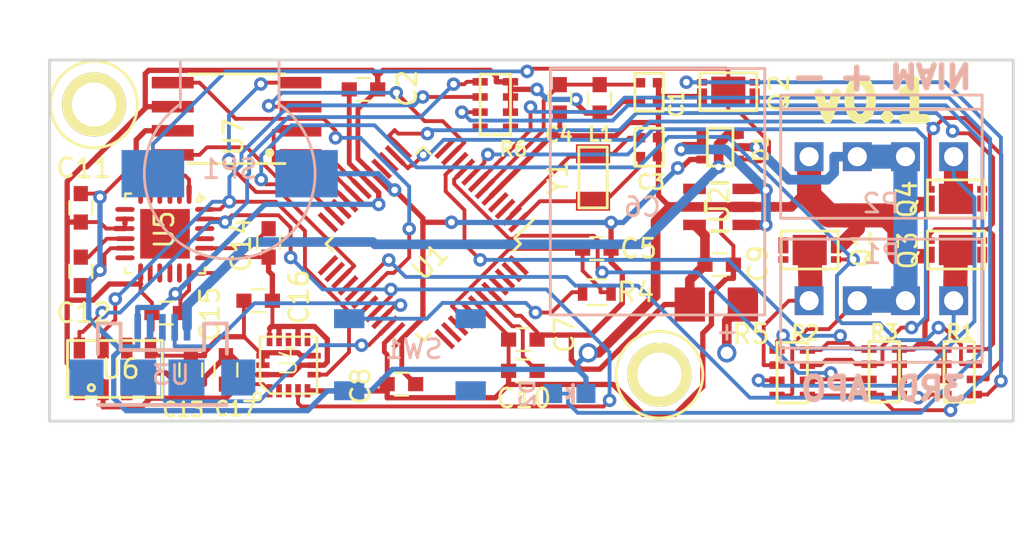
<source format=kicad_pcb>
(kicad_pcb (version 4) (host pcbnew 4.0.4-stable)

  (general
    (links 145)
    (no_connects 0)
    (area 124.313467 47.556257 178.6038 77.258)
    (thickness 1.6)
    (drawings 10)
    (tracks 840)
    (zones 0)
    (modules 44)
    (nets 39)
  )

  (page A4)
  (layers
    (0 F.Cu signal)
    (31 B.Cu signal)
    (32 B.Adhes user)
    (33 F.Adhes user)
    (34 B.Paste user)
    (35 F.Paste user)
    (36 B.SilkS user)
    (37 F.SilkS user)
    (38 B.Mask user)
    (39 F.Mask user)
    (40 Dwgs.User user)
    (41 Cmts.User user)
    (42 Eco1.User user)
    (43 Eco2.User user)
    (44 Edge.Cuts user)
    (45 Margin user)
    (46 B.CrtYd user)
    (47 F.CrtYd user)
    (48 B.Fab user)
    (49 F.Fab user)
  )

  (setup
    (last_trace_width 0.2032)
    (user_trace_width 0.2032)
    (user_trace_width 0.254)
    (user_trace_width 0.2794)
    (user_trace_width 0.3048)
    (user_trace_width 0.508)
    (user_trace_width 0.762)
    (user_trace_width 1.27)
    (trace_clearance 0.2032)
    (zone_clearance 0.1524)
    (zone_45_only no)
    (trace_min 0.2)
    (segment_width 0.2)
    (edge_width 0.15)
    (via_size 0.7112)
    (via_drill 0.3556)
    (via_min_size 0.4)
    (via_min_drill 0.3)
    (user_via 0.7112 0.3556)
    (uvia_size 0.3048)
    (uvia_drill 0.1016)
    (uvias_allowed no)
    (uvia_min_size 0.2)
    (uvia_min_drill 0.1)
    (pcb_text_width 0.3)
    (pcb_text_size 1.5 1.5)
    (mod_edge_width 0.15)
    (mod_text_size 1 1)
    (mod_text_width 0.15)
    (pad_size 1.524 1.524)
    (pad_drill 0.762)
    (pad_to_mask_clearance 0.0508)
    (aux_axis_origin 0 0)
    (visible_elements 7FFEFFFF)
    (pcbplotparams
      (layerselection 0x0100c_00000000)
      (usegerberextensions false)
      (excludeedgelayer true)
      (linewidth 0.100000)
      (plotframeref false)
      (viasonmask false)
      (mode 1)
      (useauxorigin false)
      (hpglpennumber 1)
      (hpglpenspeed 20)
      (hpglpendiameter 15)
      (hpglpenoverlay 2)
      (psnegative false)
      (psa4output false)
      (plotreference true)
      (plotvalue true)
      (plotinvisibletext false)
      (padsonsilk false)
      (subtractmaskfromsilk false)
      (outputformat 1)
      (mirror false)
      (drillshape 0)
      (scaleselection 1)
      (outputdirectory stencil_gerber/))
  )

  (net 0 "")
  (net 1 GND)
  (net 2 "Net-(C1-Pad2)")
  (net 3 +3V3)
  (net 4 "Net-(C3-Pad1)")
  (net 5 "Net-(C3-Pad3)")
  (net 6 /RESET)
  (net 7 "Net-(C6-Pad1)")
  (net 8 "Net-(C10-Pad1)")
  (net 9 "Net-(C12-Pad1)")
  (net 10 "Net-(C14-Pad2)")
  (net 11 "Net-(D1-Pad2)")
  (net 12 "Net-(D1-Pad3)")
  (net 13 +BATT)
  (net 14 +5V)
  (net 15 "Net-(D2-Pad2)")
  (net 16 /APO)
  (net 17 /3RD)
  (net 18 /MAIN)
  (net 19 /D2)
  (net 20 "Net-(Q2-Pad1)")
  (net 21 /D4)
  (net 22 /D3)
  (net 23 /D6)
  (net 24 /A1)
  (net 25 /A3)
  (net 26 /A2)
  (net 27 /A4)
  (net 28 "Net-(R4-Pad1)")
  (net 29 /SCL)
  (net 30 /SDA)
  (net 31 /D8)
  (net 32 /MOSI)
  (net 33 /SCK)
  (net 34 /MISO)
  (net 35 /SS)
  (net 36 /D7)
  (net 37 /DATA-)
  (net 38 /DATA+)

  (net_class Default "This is the default net class."
    (clearance 0.2032)
    (trace_width 0.2032)
    (via_dia 0.7112)
    (via_drill 0.3556)
    (uvia_dia 0.3048)
    (uvia_drill 0.1016)
    (add_net /3RD)
    (add_net /A1)
    (add_net /A2)
    (add_net /A3)
    (add_net /A4)
    (add_net /APO)
    (add_net /D2)
    (add_net /D3)
    (add_net /D4)
    (add_net /D6)
    (add_net /D7)
    (add_net /D8)
    (add_net /DATA+)
    (add_net /DATA-)
    (add_net /MAIN)
    (add_net /MISO)
    (add_net /MOSI)
    (add_net /RESET)
    (add_net /SCK)
    (add_net /SCL)
    (add_net /SDA)
    (add_net /SS)
    (add_net "Net-(C1-Pad2)")
    (add_net "Net-(C10-Pad1)")
    (add_net "Net-(C12-Pad1)")
    (add_net "Net-(C14-Pad2)")
    (add_net "Net-(C3-Pad1)")
    (add_net "Net-(C3-Pad3)")
    (add_net "Net-(C6-Pad1)")
    (add_net "Net-(D1-Pad2)")
    (add_net "Net-(D2-Pad2)")
    (add_net "Net-(Q2-Pad1)")
    (add_net "Net-(R4-Pad1)")
  )

  (net_class battery ""
    (clearance 0.2032)
    (trace_width 0.508)
    (via_dia 0.7112)
    (via_drill 0.3556)
    (uvia_dia 0.3048)
    (uvia_drill 0.1016)
    (add_net +5V)
    (add_net +BATT)
    (add_net "Net-(D1-Pad3)")
  )

  (net_class power ""
    (clearance 0.2032)
    (trace_width 0.2794)
    (via_dia 0.7112)
    (via_drill 0.3556)
    (uvia_dia 0.3048)
    (uvia_drill 0.1016)
    (add_net +3V3)
    (add_net GND)
  )

  (net_class pyro ""
    (clearance 0.2032)
    (trace_width 1.27)
    (via_dia 0.7112)
    (via_drill 0.3556)
    (uvia_dia 0.3048)
    (uvia_drill 0.1016)
  )

  (module altimeterComponentFootprints:1pin (layer F.Cu) (tedit 5C91C592) (tstamp 5C7428C8)
    (at 159.15 67.4)
    (descr "module 1 pin (ou trou mecanique de percage)")
    (tags DEV)
    (path /5C61161C)
    (fp_text reference P3 (at 0.1 -0.25) (layer F.SilkS)
      (effects (font (size 1 1) (thickness 0.15)))
    )
    (fp_text value CONN_01X01 (at 0 3.3528) (layer F.Fab)
      (effects (font (size 1 1) (thickness 0.15)))
    )
    (fp_circle (center 0 0) (end 0 -2.286) (layer F.SilkS) (width 0.15))
    (pad 1 thru_hole circle (at 0 0) (size 3.375 3.375) (drill 2.325) (layers *.Cu *.Mask F.SilkS))
  )

  (module altimeterComponentFootprints:1pin (layer F.Cu) (tedit 5C91C564) (tstamp 5C7428CD)
    (at 129.35 53.15)
    (descr "module 1 pin (ou trou mecanique de percage)")
    (tags DEV)
    (path /5C611719)
    (fp_text reference P4 (at 0 -0.1) (layer F.SilkS)
      (effects (font (size 1 1) (thickness 0.15)))
    )
    (fp_text value CONN_01X01 (at 0 3.3528) (layer F.Fab)
      (effects (font (size 1 1) (thickness 0.15)))
    )
    (fp_circle (center 0 0) (end 0 -2.286) (layer F.SilkS) (width 0.15))
    (pad 1 thru_hole circle (at 0 0) (size 3.375 3.375) (drill 2.325) (layers *.Cu *.Mask F.SilkS))
  )

  (module altimeterComponentFootprints:PB-5R0H104-R_Super_Capacitor_horizontal (layer B.Cu) (tedit 5C91C6E5) (tstamp 5C74285B)
    (at 159.05 66.25 180)
    (path /5C61111F)
    (fp_text reference C6 (at 0.8 7.7 180) (layer B.SilkS)
      (effects (font (size 1 1) (thickness 0.15)) (justify mirror))
    )
    (fp_text value 100mF (at -0.0254 -2.0574 180) (layer B.Fab)
      (effects (font (size 1 1) (thickness 0.15)) (justify mirror))
    )
    (fp_line (start -5.65 2) (end -5.65 15) (layer B.SilkS) (width 0.15))
    (fp_line (start -5.65 15) (end 5.65 15) (layer B.SilkS) (width 0.15))
    (fp_line (start 5.65 15) (end 5.65 2) (layer B.SilkS) (width 0.15))
    (fp_line (start 5.65 2) (end -5.65 2) (layer B.SilkS) (width 0.15))
    (fp_line (start -3.6576 0.7112) (end -3.6576 1.4478) (layer B.SilkS) (width 0.15))
    (fp_line (start -4.0386 1.0668) (end -3.302 1.0668) (layer B.SilkS) (width 0.15))
    (pad 1 thru_hole circle (at -3.65 0 180) (size 1.01 1.01) (drill 0.65) (layers *.Cu *.Mask)
      (net 7 "Net-(C6-Pad1)"))
    (pad 2 thru_hole circle (at 3.65 0 180) (size 1.01 1.01) (drill 0.65) (layers *.Cu *.Mask)
      (net 1 GND))
  )

  (module altimeterComponentFootprints:TQFP-48_7x7mm_Pitch0.5mm (layer F.Cu) (tedit 5C91C571) (tstamp 5C74296F)
    (at 146.7 60.5 225)
    (descr "48 LEAD TQFP 7x7mm (see MICREL TQFP7x7-48LD-PL-1.pdf)")
    (tags "QFP 0.5")
    (path /5C610ED9)
    (attr smd)
    (fp_text reference U1 (at 0.424264 -0.919239 225) (layer F.SilkS)
      (effects (font (size 1 1) (thickness 0.15)))
    )
    (fp_text value SAMD21G18A-AUT (at 0 6 225) (layer F.Fab)
      (effects (font (size 1 1) (thickness 0.15)))
    )
    (fp_text user %R (at 0 0 315) (layer F.Fab)
      (effects (font (size 1 1) (thickness 0.15)))
    )
    (fp_line (start -2.5 -3.5) (end 3.5 -3.5) (layer F.Fab) (width 0.15))
    (fp_line (start 3.5 -3.5) (end 3.5 3.5) (layer F.Fab) (width 0.15))
    (fp_line (start 3.5 3.5) (end -3.5 3.5) (layer F.Fab) (width 0.15))
    (fp_line (start -3.5 3.5) (end -3.5 -2.5) (layer F.Fab) (width 0.15))
    (fp_line (start -3.5 -2.5) (end -2.5 -3.5) (layer F.Fab) (width 0.15))
    (fp_line (start -5.25 -5.25) (end -5.25 5.25) (layer F.CrtYd) (width 0.05))
    (fp_line (start 5.25 -5.25) (end 5.25 5.25) (layer F.CrtYd) (width 0.05))
    (fp_line (start -5.25 -5.25) (end 5.25 -5.25) (layer F.CrtYd) (width 0.05))
    (fp_line (start -5.25 5.25) (end 5.25 5.25) (layer F.CrtYd) (width 0.05))
    (fp_line (start -3.625 -3.625) (end -3.625 -3.2) (layer F.SilkS) (width 0.15))
    (fp_line (start 3.625 -3.625) (end 3.625 -3.1) (layer F.SilkS) (width 0.15))
    (fp_line (start 3.625 3.625) (end 3.625 3.1) (layer F.SilkS) (width 0.15))
    (fp_line (start -3.625 3.625) (end -3.625 3.1) (layer F.SilkS) (width 0.15))
    (fp_line (start -3.625 -3.625) (end -3.1 -3.625) (layer F.SilkS) (width 0.15))
    (fp_line (start -3.625 3.625) (end -3.1 3.625) (layer F.SilkS) (width 0.15))
    (fp_line (start 3.625 3.625) (end 3.1 3.625) (layer F.SilkS) (width 0.15))
    (fp_line (start 3.625 -3.625) (end 3.1 -3.625) (layer F.SilkS) (width 0.15))
    (fp_line (start -3.625 -3.2) (end -5 -3.2) (layer F.SilkS) (width 0.15))
    (pad 1 smd rect (at -4.35 -2.75 225) (size 1.3 0.25) (layers F.Cu F.Paste F.Mask)
      (net 4 "Net-(C3-Pad1)"))
    (pad 2 smd rect (at -4.35 -2.25 225) (size 1.3 0.25) (layers F.Cu F.Paste F.Mask)
      (net 5 "Net-(C3-Pad3)"))
    (pad 3 smd rect (at -4.35 -1.75 225) (size 1.3 0.25) (layers F.Cu F.Paste F.Mask))
    (pad 4 smd rect (at -4.35 -1.25 225) (size 1.3 0.25) (layers F.Cu F.Paste F.Mask))
    (pad 5 smd rect (at -4.35 -0.75 225) (size 1.3 0.25) (layers F.Cu F.Paste F.Mask)
      (net 1 GND))
    (pad 6 smd rect (at -4.35 -0.25 225) (size 1.3 0.25) (layers F.Cu F.Paste F.Mask)
      (net 2 "Net-(C1-Pad2)"))
    (pad 7 smd rect (at -4.35 0.25 225) (size 1.3 0.25) (layers F.Cu F.Paste F.Mask)
      (net 24 /A1))
    (pad 8 smd rect (at -4.35 0.75 225) (size 1.3 0.25) (layers F.Cu F.Paste F.Mask)
      (net 26 /A2))
    (pad 9 smd rect (at -4.35 1.25 225) (size 1.3 0.25) (layers F.Cu F.Paste F.Mask)
      (net 25 /A3))
    (pad 10 smd rect (at -4.35 1.75 225) (size 1.3 0.25) (layers F.Cu F.Paste F.Mask)
      (net 27 /A4))
    (pad 11 smd rect (at -4.35 2.25 225) (size 1.3 0.25) (layers F.Cu F.Paste F.Mask)
      (net 31 /D8))
    (pad 12 smd rect (at -4.35 2.75 225) (size 1.3 0.25) (layers F.Cu F.Paste F.Mask))
    (pad 13 smd rect (at -2.75 4.35 315) (size 1.3 0.25) (layers F.Cu F.Paste F.Mask)
      (net 21 /D4))
    (pad 14 smd rect (at -2.25 4.35 315) (size 1.3 0.25) (layers F.Cu F.Paste F.Mask)
      (net 22 /D3))
    (pad 15 smd rect (at -1.75 4.35 315) (size 1.3 0.25) (layers F.Cu F.Paste F.Mask))
    (pad 16 smd rect (at -1.25 4.35 315) (size 1.3 0.25) (layers F.Cu F.Paste F.Mask))
    (pad 17 smd rect (at -0.75 4.35 315) (size 1.3 0.25) (layers F.Cu F.Paste F.Mask)
      (net 3 +3V3))
    (pad 18 smd rect (at -0.25 4.35 315) (size 1.3 0.25) (layers F.Cu F.Paste F.Mask)
      (net 1 GND))
    (pad 19 smd rect (at 0.25 4.35 315) (size 1.3 0.25) (layers F.Cu F.Paste F.Mask)
      (net 32 /MOSI))
    (pad 20 smd rect (at 0.75 4.35 315) (size 1.3 0.25) (layers F.Cu F.Paste F.Mask)
      (net 33 /SCK))
    (pad 21 smd rect (at 1.25 4.35 315) (size 1.3 0.25) (layers F.Cu F.Paste F.Mask)
      (net 34 /MISO))
    (pad 22 smd rect (at 1.75 4.35 315) (size 1.3 0.25) (layers F.Cu F.Paste F.Mask))
    (pad 23 smd rect (at 2.25 4.35 315) (size 1.3 0.25) (layers F.Cu F.Paste F.Mask)
      (net 19 /D2))
    (pad 24 smd rect (at 2.75 4.35 315) (size 1.3 0.25) (layers F.Cu F.Paste F.Mask))
    (pad 25 smd rect (at 4.35 2.75 225) (size 1.3 0.25) (layers F.Cu F.Paste F.Mask))
    (pad 26 smd rect (at 4.35 2.25 225) (size 1.3 0.25) (layers F.Cu F.Paste F.Mask))
    (pad 27 smd rect (at 4.35 1.75 225) (size 1.3 0.25) (layers F.Cu F.Paste F.Mask)
      (net 35 /SS))
    (pad 28 smd rect (at 4.35 1.25 225) (size 1.3 0.25) (layers F.Cu F.Paste F.Mask))
    (pad 29 smd rect (at 4.35 0.75 225) (size 1.3 0.25) (layers F.Cu F.Paste F.Mask)
      (net 23 /D6))
    (pad 30 smd rect (at 4.35 0.25 225) (size 1.3 0.25) (layers F.Cu F.Paste F.Mask)
      (net 36 /D7))
    (pad 31 smd rect (at 4.35 -0.25 225) (size 1.3 0.25) (layers F.Cu F.Paste F.Mask)
      (net 30 /SDA))
    (pad 32 smd rect (at 4.35 -0.75 225) (size 1.3 0.25) (layers F.Cu F.Paste F.Mask)
      (net 29 /SCL))
    (pad 33 smd rect (at 4.35 -1.25 225) (size 1.3 0.25) (layers F.Cu F.Paste F.Mask)
      (net 37 /DATA-))
    (pad 34 smd rect (at 4.35 -1.75 225) (size 1.3 0.25) (layers F.Cu F.Paste F.Mask)
      (net 38 /DATA+))
    (pad 35 smd rect (at 4.35 -2.25 225) (size 1.3 0.25) (layers F.Cu F.Paste F.Mask)
      (net 1 GND))
    (pad 36 smd rect (at 4.35 -2.75 225) (size 1.3 0.25) (layers F.Cu F.Paste F.Mask)
      (net 3 +3V3))
    (pad 37 smd rect (at 2.75 -4.35 315) (size 1.3 0.25) (layers F.Cu F.Paste F.Mask))
    (pad 38 smd rect (at 2.25 -4.35 315) (size 1.3 0.25) (layers F.Cu F.Paste F.Mask))
    (pad 39 smd rect (at 1.75 -4.35 315) (size 1.3 0.25) (layers F.Cu F.Paste F.Mask))
    (pad 40 smd rect (at 1.25 -4.35 315) (size 1.3 0.25) (layers F.Cu F.Paste F.Mask)
      (net 6 /RESET))
    (pad 41 smd rect (at 0.75 -4.35 315) (size 1.3 0.25) (layers F.Cu F.Paste F.Mask))
    (pad 42 smd rect (at 0.25 -4.35 315) (size 1.3 0.25) (layers F.Cu F.Paste F.Mask)
      (net 1 GND))
    (pad 43 smd rect (at -0.25 -4.35 315) (size 1.3 0.25) (layers F.Cu F.Paste F.Mask)
      (net 8 "Net-(C10-Pad1)"))
    (pad 44 smd rect (at -0.75 -4.35 315) (size 1.3 0.25) (layers F.Cu F.Paste F.Mask)
      (net 3 +3V3))
    (pad 45 smd rect (at -1.25 -4.35 315) (size 1.3 0.25) (layers F.Cu F.Paste F.Mask))
    (pad 46 smd rect (at -1.75 -4.35 315) (size 1.3 0.25) (layers F.Cu F.Paste F.Mask))
    (pad 47 smd rect (at -2.25 -4.35 315) (size 1.3 0.25) (layers F.Cu F.Paste F.Mask))
    (pad 48 smd rect (at -2.75 -4.35 315) (size 1.3 0.25) (layers F.Cu F.Paste F.Mask))
    (model ${KISYS3DMOD}/Housings_QFP.3dshapes/TQFP-48_7x7mm_Pitch0.5mm.wrl
      (at (xyz 0 0 0))
      (scale (xyz 1 1 1))
      (rotate (xyz 0 0 0))
    )
  )

  (module altimeterComponentFootprints:C_array_2x_0805 (layer F.Cu) (tedit 5D4B629D) (tstamp 5C74283B)
    (at 158.6 52.5 270)
    (path /5C75EA86)
    (fp_text reference C1 (at 0.6 -1.45 270) (layer F.SilkS)
      (effects (font (size 0.75 0.75) (thickness 0.15)))
    )
    (fp_text value 10uF (at 0 2.3114 270) (layer F.Fab)
      (effects (font (size 1 1) (thickness 0.15)))
    )
    (fp_line (start -1 -0.75) (end 1 -0.75) (layer F.SilkS) (width 0.15))
    (fp_line (start 1 -0.75) (end 1 0.75) (layer F.SilkS) (width 0.15))
    (fp_line (start 1 0.75) (end -1 0.75) (layer F.SilkS) (width 0.15))
    (fp_line (start -1 -0.75) (end -1 0.75) (layer F.SilkS) (width 0.15))
    (pad 1 smd rect (at -0.5 -0.5 270) (size 0.5 0.6) (layers F.Cu F.Paste F.Mask)
      (net 1 GND))
    (pad 2 smd rect (at -0.5 0.5 270) (size 0.5 0.6) (layers F.Cu F.Paste F.Mask)
      (net 2 "Net-(C1-Pad2)"))
    (pad 3 smd rect (at 0.5 -0.5 270) (size 0.5 0.6) (layers F.Cu F.Paste F.Mask)
      (net 1 GND))
    (pad 4 smd rect (at 0.5 0.5 270) (size 0.5 0.6) (layers F.Cu F.Paste F.Mask)
      (net 3 +3V3))
  )

  (module altimeterComponentFootprints:C_0603 (layer F.Cu) (tedit 5C91C567) (tstamp 5C742841)
    (at 143.55 52.35 180)
    (descr "Capacitor SMD 0603, reflow soldering, AVX (see smccp.pdf)")
    (tags "capacitor 0603")
    (path /5C7522E1)
    (attr smd)
    (fp_text reference C2 (at -2.3 0.05 270) (layer F.SilkS)
      (effects (font (size 1 1) (thickness 0.15)))
    )
    (fp_text value 0.1uF (at 0 1.5 180) (layer F.Fab)
      (effects (font (size 1 1) (thickness 0.15)))
    )
    (fp_line (start 1.4 0.65) (end -1.4 0.65) (layer F.CrtYd) (width 0.05))
    (fp_line (start 1.4 0.65) (end 1.4 -0.65) (layer F.CrtYd) (width 0.05))
    (fp_line (start -1.4 -0.65) (end -1.4 0.65) (layer F.CrtYd) (width 0.05))
    (fp_line (start -1.4 -0.65) (end 1.4 -0.65) (layer F.CrtYd) (width 0.05))
    (fp_line (start 0.35 0.6) (end -0.35 0.6) (layer F.SilkS) (width 0.12))
    (fp_line (start -0.35 -0.6) (end 0.35 -0.6) (layer F.SilkS) (width 0.12))
    (fp_line (start -0.8 -0.4) (end 0.8 -0.4) (layer F.Fab) (width 0.1))
    (fp_line (start 0.8 -0.4) (end 0.8 0.4) (layer F.Fab) (width 0.1))
    (fp_line (start 0.8 0.4) (end -0.8 0.4) (layer F.Fab) (width 0.1))
    (fp_line (start -0.8 0.4) (end -0.8 -0.4) (layer F.Fab) (width 0.1))
    (fp_text user %R (at 0 0 180) (layer F.Fab)
      (effects (font (size 0.3 0.3) (thickness 0.075)))
    )
    (pad 2 smd rect (at 0.75 0 180) (size 0.8 0.75) (layers F.Cu F.Paste F.Mask)
      (net 1 GND))
    (pad 1 smd rect (at -0.75 0 180) (size 0.8 0.75) (layers F.Cu F.Paste F.Mask)
      (net 3 +3V3))
    (model Capacitors_SMD.3dshapes/C_0603.wrl
      (at (xyz 0 0 0))
      (scale (xyz 1 1 1))
      (rotate (xyz 0 0 0))
    )
  )

  (module altimeterComponentFootprints:C_array_2x_0805 (layer F.Cu) (tedit 5C91C665) (tstamp 5C742849)
    (at 158.6 55.4 90)
    (path /5C74A676)
    (fp_text reference C3 (at -1.85 0.1 180) (layer F.SilkS)
      (effects (font (size 0.75 0.75) (thickness 0.15)))
    )
    (fp_text value 12.5pF (at 0 2.3114 90) (layer F.Fab)
      (effects (font (size 1 1) (thickness 0.15)))
    )
    (fp_line (start -1 -0.75) (end 1 -0.75) (layer F.SilkS) (width 0.15))
    (fp_line (start 1 -0.75) (end 1 0.75) (layer F.SilkS) (width 0.15))
    (fp_line (start 1 0.75) (end -1 0.75) (layer F.SilkS) (width 0.15))
    (fp_line (start -1 -0.75) (end -1 0.75) (layer F.SilkS) (width 0.15))
    (pad 1 smd rect (at -0.5 -0.5 90) (size 0.5 0.6) (layers F.Cu F.Paste F.Mask)
      (net 4 "Net-(C3-Pad1)"))
    (pad 2 smd rect (at -0.5 0.5 90) (size 0.5 0.6) (layers F.Cu F.Paste F.Mask)
      (net 1 GND))
    (pad 3 smd rect (at 0.5 -0.5 90) (size 0.5 0.6) (layers F.Cu F.Paste F.Mask)
      (net 5 "Net-(C3-Pad3)"))
    (pad 4 smd rect (at 0.5 0.5 90) (size 0.5 0.6) (layers F.Cu F.Paste F.Mask)
      (net 1 GND))
  )

  (module altimeterComponentFootprints:C_0603 (layer F.Cu) (tedit 5D4B621E) (tstamp 5C74284F)
    (at 153.9 52.85 270)
    (descr "Capacitor SMD 0603, reflow soldering, AVX (see smccp.pdf)")
    (tags "capacitor 0603")
    (path /5C74C95B)
    (attr smd)
    (fp_text reference C4 (at 1.9 0.05 360) (layer F.SilkS)
      (effects (font (size 0.75 0.75) (thickness 0.15)))
    )
    (fp_text value 0.1uF (at 0 1.5 270) (layer F.Fab)
      (effects (font (size 1 1) (thickness 0.15)))
    )
    (fp_line (start 1.4 0.65) (end -1.4 0.65) (layer F.CrtYd) (width 0.05))
    (fp_line (start 1.4 0.65) (end 1.4 -0.65) (layer F.CrtYd) (width 0.05))
    (fp_line (start -1.4 -0.65) (end -1.4 0.65) (layer F.CrtYd) (width 0.05))
    (fp_line (start -1.4 -0.65) (end 1.4 -0.65) (layer F.CrtYd) (width 0.05))
    (fp_line (start 0.35 0.6) (end -0.35 0.6) (layer F.SilkS) (width 0.12))
    (fp_line (start -0.35 -0.6) (end 0.35 -0.6) (layer F.SilkS) (width 0.12))
    (fp_line (start -0.8 -0.4) (end 0.8 -0.4) (layer F.Fab) (width 0.1))
    (fp_line (start 0.8 -0.4) (end 0.8 0.4) (layer F.Fab) (width 0.1))
    (fp_line (start 0.8 0.4) (end -0.8 0.4) (layer F.Fab) (width 0.1))
    (fp_line (start -0.8 0.4) (end -0.8 -0.4) (layer F.Fab) (width 0.1))
    (fp_text user %R (at 0 0 270) (layer F.Fab)
      (effects (font (size 0.3 0.3) (thickness 0.075)))
    )
    (pad 2 smd rect (at 0.75 0 270) (size 0.8 0.75) (layers F.Cu F.Paste F.Mask)
      (net 1 GND))
    (pad 1 smd rect (at -0.75 0 270) (size 0.8 0.75) (layers F.Cu F.Paste F.Mask)
      (net 2 "Net-(C1-Pad2)"))
    (model Capacitors_SMD.3dshapes/C_0603.wrl
      (at (xyz 0 0 0))
      (scale (xyz 1 1 1))
      (rotate (xyz 0 0 0))
    )
  )

  (module altimeterComponentFootprints:C_0603 (layer F.Cu) (tedit 5D4B6228) (tstamp 5C742855)
    (at 155.85 60.75)
    (descr "Capacitor SMD 0603, reflow soldering, AVX (see smccp.pdf)")
    (tags "capacitor 0603")
    (path /5C762FD7)
    (attr smd)
    (fp_text reference C5 (at 2.2 0 180) (layer F.SilkS)
      (effects (font (size 1 1) (thickness 0.15)))
    )
    (fp_text value 100pF (at 0 1.5) (layer F.Fab)
      (effects (font (size 1 1) (thickness 0.15)))
    )
    (fp_line (start 1.4 0.65) (end -1.4 0.65) (layer F.CrtYd) (width 0.05))
    (fp_line (start 1.4 0.65) (end 1.4 -0.65) (layer F.CrtYd) (width 0.05))
    (fp_line (start -1.4 -0.65) (end -1.4 0.65) (layer F.CrtYd) (width 0.05))
    (fp_line (start -1.4 -0.65) (end 1.4 -0.65) (layer F.CrtYd) (width 0.05))
    (fp_line (start 0.35 0.6) (end -0.35 0.6) (layer F.SilkS) (width 0.12))
    (fp_line (start -0.35 -0.6) (end 0.35 -0.6) (layer F.SilkS) (width 0.12))
    (fp_line (start -0.8 -0.4) (end 0.8 -0.4) (layer F.Fab) (width 0.1))
    (fp_line (start 0.8 -0.4) (end 0.8 0.4) (layer F.Fab) (width 0.1))
    (fp_line (start 0.8 0.4) (end -0.8 0.4) (layer F.Fab) (width 0.1))
    (fp_line (start -0.8 0.4) (end -0.8 -0.4) (layer F.Fab) (width 0.1))
    (fp_text user %R (at 0 0) (layer F.Fab)
      (effects (font (size 0.3 0.3) (thickness 0.075)))
    )
    (pad 2 smd rect (at 0.75 0) (size 0.8 0.75) (layers F.Cu F.Paste F.Mask)
      (net 3 +3V3))
    (pad 1 smd rect (at -0.75 0) (size 0.8 0.75) (layers F.Cu F.Paste F.Mask)
      (net 6 /RESET))
    (model Capacitors_SMD.3dshapes/C_0603.wrl
      (at (xyz 0 0 0))
      (scale (xyz 1 1 1))
      (rotate (xyz 0 0 0))
    )
  )

  (module altimeterComponentFootprints:C_0603 (layer F.Cu) (tedit 5C91C57E) (tstamp 5C742861)
    (at 151.95 65.55 180)
    (descr "Capacitor SMD 0603, reflow soldering, AVX (see smccp.pdf)")
    (tags "capacitor 0603")
    (path /5C75D376)
    (attr smd)
    (fp_text reference C7 (at -2.2 0.25 270) (layer F.SilkS)
      (effects (font (size 1 1) (thickness 0.15)))
    )
    (fp_text value 0.1uF (at 0 1.5 180) (layer F.Fab)
      (effects (font (size 1 1) (thickness 0.15)))
    )
    (fp_line (start 1.4 0.65) (end -1.4 0.65) (layer F.CrtYd) (width 0.05))
    (fp_line (start 1.4 0.65) (end 1.4 -0.65) (layer F.CrtYd) (width 0.05))
    (fp_line (start -1.4 -0.65) (end -1.4 0.65) (layer F.CrtYd) (width 0.05))
    (fp_line (start -1.4 -0.65) (end 1.4 -0.65) (layer F.CrtYd) (width 0.05))
    (fp_line (start 0.35 0.6) (end -0.35 0.6) (layer F.SilkS) (width 0.12))
    (fp_line (start -0.35 -0.6) (end 0.35 -0.6) (layer F.SilkS) (width 0.12))
    (fp_line (start -0.8 -0.4) (end 0.8 -0.4) (layer F.Fab) (width 0.1))
    (fp_line (start 0.8 -0.4) (end 0.8 0.4) (layer F.Fab) (width 0.1))
    (fp_line (start 0.8 0.4) (end -0.8 0.4) (layer F.Fab) (width 0.1))
    (fp_line (start -0.8 0.4) (end -0.8 -0.4) (layer F.Fab) (width 0.1))
    (fp_text user %R (at 0 0 180) (layer F.Fab)
      (effects (font (size 0.3 0.3) (thickness 0.075)))
    )
    (pad 2 smd rect (at 0.75 0 180) (size 0.8 0.75) (layers F.Cu F.Paste F.Mask)
      (net 1 GND))
    (pad 1 smd rect (at -0.75 0 180) (size 0.8 0.75) (layers F.Cu F.Paste F.Mask)
      (net 3 +3V3))
    (model Capacitors_SMD.3dshapes/C_0603.wrl
      (at (xyz 0 0 0))
      (scale (xyz 1 1 1))
      (rotate (xyz 0 0 0))
    )
  )

  (module altimeterComponentFootprints:C_0603 (layer F.Cu) (tedit 5C91C575) (tstamp 5C742867)
    (at 145.55 67.9 180)
    (descr "Capacitor SMD 0603, reflow soldering, AVX (see smccp.pdf)")
    (tags "capacitor 0603")
    (path /5C75AC96)
    (attr smd)
    (fp_text reference C8 (at 2.15 -0.1 270) (layer F.SilkS)
      (effects (font (size 1 1) (thickness 0.15)))
    )
    (fp_text value 0.1uF (at 0 1.5 180) (layer F.Fab)
      (effects (font (size 1 1) (thickness 0.15)))
    )
    (fp_line (start 1.4 0.65) (end -1.4 0.65) (layer F.CrtYd) (width 0.05))
    (fp_line (start 1.4 0.65) (end 1.4 -0.65) (layer F.CrtYd) (width 0.05))
    (fp_line (start -1.4 -0.65) (end -1.4 0.65) (layer F.CrtYd) (width 0.05))
    (fp_line (start -1.4 -0.65) (end 1.4 -0.65) (layer F.CrtYd) (width 0.05))
    (fp_line (start 0.35 0.6) (end -0.35 0.6) (layer F.SilkS) (width 0.12))
    (fp_line (start -0.35 -0.6) (end 0.35 -0.6) (layer F.SilkS) (width 0.12))
    (fp_line (start -0.8 -0.4) (end 0.8 -0.4) (layer F.Fab) (width 0.1))
    (fp_line (start 0.8 -0.4) (end 0.8 0.4) (layer F.Fab) (width 0.1))
    (fp_line (start 0.8 0.4) (end -0.8 0.4) (layer F.Fab) (width 0.1))
    (fp_line (start -0.8 0.4) (end -0.8 -0.4) (layer F.Fab) (width 0.1))
    (fp_text user %R (at 0 0 180) (layer F.Fab)
      (effects (font (size 0.3 0.3) (thickness 0.075)))
    )
    (pad 2 smd rect (at 0.75 0 180) (size 0.8 0.75) (layers F.Cu F.Paste F.Mask)
      (net 1 GND))
    (pad 1 smd rect (at -0.75 0 180) (size 0.8 0.75) (layers F.Cu F.Paste F.Mask)
      (net 3 +3V3))
    (model Capacitors_SMD.3dshapes/C_0603.wrl
      (at (xyz 0 0 0))
      (scale (xyz 1 1 1))
      (rotate (xyz 0 0 0))
    )
  )

  (module altimeterComponentFootprints:C_0603 (layer F.Cu) (tedit 5D4B623C) (tstamp 5C74286D)
    (at 162.3 61.6)
    (descr "Capacitor SMD 0603, reflow soldering, AVX (see smccp.pdf)")
    (tags "capacitor 0603")
    (path /5C6A826D)
    (attr smd)
    (fp_text reference C9 (at 2.05 -0.05 270) (layer F.SilkS)
      (effects (font (size 1 1) (thickness 0.15)))
    )
    (fp_text value 2.2uF (at 0 1.5) (layer F.Fab)
      (effects (font (size 1 1) (thickness 0.15)))
    )
    (fp_line (start 1.4 0.65) (end -1.4 0.65) (layer F.CrtYd) (width 0.05))
    (fp_line (start 1.4 0.65) (end 1.4 -0.65) (layer F.CrtYd) (width 0.05))
    (fp_line (start -1.4 -0.65) (end -1.4 0.65) (layer F.CrtYd) (width 0.05))
    (fp_line (start -1.4 -0.65) (end 1.4 -0.65) (layer F.CrtYd) (width 0.05))
    (fp_line (start 0.35 0.6) (end -0.35 0.6) (layer F.SilkS) (width 0.12))
    (fp_line (start -0.35 -0.6) (end 0.35 -0.6) (layer F.SilkS) (width 0.12))
    (fp_line (start -0.8 -0.4) (end 0.8 -0.4) (layer F.Fab) (width 0.1))
    (fp_line (start 0.8 -0.4) (end 0.8 0.4) (layer F.Fab) (width 0.1))
    (fp_line (start 0.8 0.4) (end -0.8 0.4) (layer F.Fab) (width 0.1))
    (fp_line (start -0.8 0.4) (end -0.8 -0.4) (layer F.Fab) (width 0.1))
    (fp_text user %R (at 0 0) (layer F.Fab)
      (effects (font (size 0.3 0.3) (thickness 0.075)))
    )
    (pad 2 smd rect (at 0.75 0) (size 0.8 0.75) (layers F.Cu F.Paste F.Mask)
      (net 1 GND))
    (pad 1 smd rect (at -0.75 0) (size 0.8 0.75) (layers F.Cu F.Paste F.Mask)
      (net 3 +3V3))
    (model Capacitors_SMD.3dshapes/C_0603.wrl
      (at (xyz 0 0 0))
      (scale (xyz 1 1 1))
      (rotate (xyz 0 0 0))
    )
  )

  (module altimeterComponentFootprints:C_0603 (layer F.Cu) (tedit 5C91C579) (tstamp 5C742873)
    (at 151.95 67.2 180)
    (descr "Capacitor SMD 0603, reflow soldering, AVX (see smccp.pdf)")
    (tags "capacitor 0603")
    (path /5C75D432)
    (attr smd)
    (fp_text reference C10 (at -0.05 -1.45 180) (layer F.SilkS)
      (effects (font (size 1 1) (thickness 0.15)))
    )
    (fp_text value 1uF (at 0 1.5 180) (layer F.Fab)
      (effects (font (size 1 1) (thickness 0.15)))
    )
    (fp_line (start 1.4 0.65) (end -1.4 0.65) (layer F.CrtYd) (width 0.05))
    (fp_line (start 1.4 0.65) (end 1.4 -0.65) (layer F.CrtYd) (width 0.05))
    (fp_line (start -1.4 -0.65) (end -1.4 0.65) (layer F.CrtYd) (width 0.05))
    (fp_line (start -1.4 -0.65) (end 1.4 -0.65) (layer F.CrtYd) (width 0.05))
    (fp_line (start 0.35 0.6) (end -0.35 0.6) (layer F.SilkS) (width 0.12))
    (fp_line (start -0.35 -0.6) (end 0.35 -0.6) (layer F.SilkS) (width 0.12))
    (fp_line (start -0.8 -0.4) (end 0.8 -0.4) (layer F.Fab) (width 0.1))
    (fp_line (start 0.8 -0.4) (end 0.8 0.4) (layer F.Fab) (width 0.1))
    (fp_line (start 0.8 0.4) (end -0.8 0.4) (layer F.Fab) (width 0.1))
    (fp_line (start -0.8 0.4) (end -0.8 -0.4) (layer F.Fab) (width 0.1))
    (fp_text user %R (at 0 0 180) (layer F.Fab)
      (effects (font (size 0.3 0.3) (thickness 0.075)))
    )
    (pad 2 smd rect (at 0.75 0 180) (size 0.8 0.75) (layers F.Cu F.Paste F.Mask)
      (net 1 GND))
    (pad 1 smd rect (at -0.75 0 180) (size 0.8 0.75) (layers F.Cu F.Paste F.Mask)
      (net 8 "Net-(C10-Pad1)"))
    (model Capacitors_SMD.3dshapes/C_0603.wrl
      (at (xyz 0 0 0))
      (scale (xyz 1 1 1))
      (rotate (xyz 0 0 0))
    )
  )

  (module altimeterComponentFootprints:C_0603 (layer F.Cu) (tedit 5C91C529) (tstamp 5C742879)
    (at 128.65 58.6 90)
    (descr "Capacitor SMD 0603, reflow soldering, AVX (see smccp.pdf)")
    (tags "capacitor 0603")
    (path /5C735557)
    (attr smd)
    (fp_text reference C11 (at 2.1 0.15 180) (layer F.SilkS)
      (effects (font (size 1 1) (thickness 0.15)))
    )
    (fp_text value 10nF (at 0 1.5 90) (layer F.Fab)
      (effects (font (size 1 1) (thickness 0.15)))
    )
    (fp_line (start 1.4 0.65) (end -1.4 0.65) (layer F.CrtYd) (width 0.05))
    (fp_line (start 1.4 0.65) (end 1.4 -0.65) (layer F.CrtYd) (width 0.05))
    (fp_line (start -1.4 -0.65) (end -1.4 0.65) (layer F.CrtYd) (width 0.05))
    (fp_line (start -1.4 -0.65) (end 1.4 -0.65) (layer F.CrtYd) (width 0.05))
    (fp_line (start 0.35 0.6) (end -0.35 0.6) (layer F.SilkS) (width 0.12))
    (fp_line (start -0.35 -0.6) (end 0.35 -0.6) (layer F.SilkS) (width 0.12))
    (fp_line (start -0.8 -0.4) (end 0.8 -0.4) (layer F.Fab) (width 0.1))
    (fp_line (start 0.8 -0.4) (end 0.8 0.4) (layer F.Fab) (width 0.1))
    (fp_line (start 0.8 0.4) (end -0.8 0.4) (layer F.Fab) (width 0.1))
    (fp_line (start -0.8 0.4) (end -0.8 -0.4) (layer F.Fab) (width 0.1))
    (fp_text user %R (at 0 0 90) (layer F.Fab)
      (effects (font (size 0.3 0.3) (thickness 0.075)))
    )
    (pad 2 smd rect (at 0.75 0 90) (size 0.8 0.75) (layers F.Cu F.Paste F.Mask)
      (net 1 GND))
    (pad 1 smd rect (at -0.75 0 90) (size 0.8 0.75) (layers F.Cu F.Paste F.Mask)
      (net 3 +3V3))
    (model Capacitors_SMD.3dshapes/C_0603.wrl
      (at (xyz 0 0 0))
      (scale (xyz 1 1 1))
      (rotate (xyz 0 0 0))
    )
  )

  (module altimeterComponentFootprints:C_0603 (layer F.Cu) (tedit 5C91C52E) (tstamp 5C74287F)
    (at 128.65 61.95 270)
    (descr "Capacitor SMD 0603, reflow soldering, AVX (see smccp.pdf)")
    (tags "capacitor 0603")
    (path /5C735616)
    (attr smd)
    (fp_text reference C12 (at 2.2 -0.15 360) (layer F.SilkS)
      (effects (font (size 1 1) (thickness 0.15)))
    )
    (fp_text value 0.1uF (at 0 1.5 270) (layer F.Fab)
      (effects (font (size 1 1) (thickness 0.15)))
    )
    (fp_line (start 1.4 0.65) (end -1.4 0.65) (layer F.CrtYd) (width 0.05))
    (fp_line (start 1.4 0.65) (end 1.4 -0.65) (layer F.CrtYd) (width 0.05))
    (fp_line (start -1.4 -0.65) (end -1.4 0.65) (layer F.CrtYd) (width 0.05))
    (fp_line (start -1.4 -0.65) (end 1.4 -0.65) (layer F.CrtYd) (width 0.05))
    (fp_line (start 0.35 0.6) (end -0.35 0.6) (layer F.SilkS) (width 0.12))
    (fp_line (start -0.35 -0.6) (end 0.35 -0.6) (layer F.SilkS) (width 0.12))
    (fp_line (start -0.8 -0.4) (end 0.8 -0.4) (layer F.Fab) (width 0.1))
    (fp_line (start 0.8 -0.4) (end 0.8 0.4) (layer F.Fab) (width 0.1))
    (fp_line (start 0.8 0.4) (end -0.8 0.4) (layer F.Fab) (width 0.1))
    (fp_line (start -0.8 0.4) (end -0.8 -0.4) (layer F.Fab) (width 0.1))
    (fp_text user %R (at 0 0 270) (layer F.Fab)
      (effects (font (size 0.3 0.3) (thickness 0.075)))
    )
    (pad 2 smd rect (at 0.75 0 270) (size 0.8 0.75) (layers F.Cu F.Paste F.Mask)
      (net 1 GND))
    (pad 1 smd rect (at -0.75 0 270) (size 0.8 0.75) (layers F.Cu F.Paste F.Mask)
      (net 9 "Net-(C12-Pad1)"))
    (model Capacitors_SMD.3dshapes/C_0603.wrl
      (at (xyz 0 0 0))
      (scale (xyz 1 1 1))
      (rotate (xyz 0 0 0))
    )
  )

  (module altimeterComponentFootprints:C_0603 (layer F.Cu) (tedit 5D4B6897) (tstamp 5C742885)
    (at 134.45 67.15 270)
    (descr "Capacitor SMD 0603, reflow soldering, AVX (see smccp.pdf)")
    (tags "capacitor 0603")
    (path /5C741175)
    (attr smd)
    (fp_text reference C13 (at 2.1 0.4 360) (layer F.SilkS)
      (effects (font (size 0.75 0.75) (thickness 0.15)))
    )
    (fp_text value 0.1uF (at 0 1.5 270) (layer F.Fab)
      (effects (font (size 1 1) (thickness 0.15)))
    )
    (fp_line (start 1.4 0.65) (end -1.4 0.65) (layer F.CrtYd) (width 0.05))
    (fp_line (start 1.4 0.65) (end 1.4 -0.65) (layer F.CrtYd) (width 0.05))
    (fp_line (start -1.4 -0.65) (end -1.4 0.65) (layer F.CrtYd) (width 0.05))
    (fp_line (start -1.4 -0.65) (end 1.4 -0.65) (layer F.CrtYd) (width 0.05))
    (fp_line (start 0.35 0.6) (end -0.35 0.6) (layer F.SilkS) (width 0.12))
    (fp_line (start -0.35 -0.6) (end 0.35 -0.6) (layer F.SilkS) (width 0.12))
    (fp_line (start -0.8 -0.4) (end 0.8 -0.4) (layer F.Fab) (width 0.1))
    (fp_line (start 0.8 -0.4) (end 0.8 0.4) (layer F.Fab) (width 0.1))
    (fp_line (start 0.8 0.4) (end -0.8 0.4) (layer F.Fab) (width 0.1))
    (fp_line (start -0.8 0.4) (end -0.8 -0.4) (layer F.Fab) (width 0.1))
    (fp_text user %R (at 0 0 270) (layer F.Fab)
      (effects (font (size 0.3 0.3) (thickness 0.075)))
    )
    (pad 2 smd rect (at 0.75 0 270) (size 0.8 0.75) (layers F.Cu F.Paste F.Mask)
      (net 1 GND))
    (pad 1 smd rect (at -0.75 0 270) (size 0.8 0.75) (layers F.Cu F.Paste F.Mask)
      (net 3 +3V3))
    (model Capacitors_SMD.3dshapes/C_0603.wrl
      (at (xyz 0 0 0))
      (scale (xyz 1 1 1))
      (rotate (xyz 0 0 0))
    )
  )

  (module altimeterComponentFootprints:C_0603 (layer F.Cu) (tedit 5C91C55E) (tstamp 5C74288B)
    (at 138.55 60.45 90)
    (descr "Capacitor SMD 0603, reflow soldering, AVX (see smccp.pdf)")
    (tags "capacitor 0603")
    (path /5C73576D)
    (attr smd)
    (fp_text reference C14 (at -0.1 -1.45 90) (layer F.SilkS)
      (effects (font (size 1 1) (thickness 0.15)))
    )
    (fp_text value 2.2nF (at 0 1.5 90) (layer F.Fab)
      (effects (font (size 1 1) (thickness 0.15)))
    )
    (fp_line (start 1.4 0.65) (end -1.4 0.65) (layer F.CrtYd) (width 0.05))
    (fp_line (start 1.4 0.65) (end 1.4 -0.65) (layer F.CrtYd) (width 0.05))
    (fp_line (start -1.4 -0.65) (end -1.4 0.65) (layer F.CrtYd) (width 0.05))
    (fp_line (start -1.4 -0.65) (end 1.4 -0.65) (layer F.CrtYd) (width 0.05))
    (fp_line (start 0.35 0.6) (end -0.35 0.6) (layer F.SilkS) (width 0.12))
    (fp_line (start -0.35 -0.6) (end 0.35 -0.6) (layer F.SilkS) (width 0.12))
    (fp_line (start -0.8 -0.4) (end 0.8 -0.4) (layer F.Fab) (width 0.1))
    (fp_line (start 0.8 -0.4) (end 0.8 0.4) (layer F.Fab) (width 0.1))
    (fp_line (start 0.8 0.4) (end -0.8 0.4) (layer F.Fab) (width 0.1))
    (fp_line (start -0.8 0.4) (end -0.8 -0.4) (layer F.Fab) (width 0.1))
    (fp_text user %R (at 0 0 90) (layer F.Fab)
      (effects (font (size 0.3 0.3) (thickness 0.075)))
    )
    (pad 2 smd rect (at 0.75 0 90) (size 0.8 0.75) (layers F.Cu F.Paste F.Mask)
      (net 10 "Net-(C14-Pad2)"))
    (pad 1 smd rect (at -0.75 0 90) (size 0.8 0.75) (layers F.Cu F.Paste F.Mask)
      (net 1 GND))
    (model Capacitors_SMD.3dshapes/C_0603.wrl
      (at (xyz 0 0 0))
      (scale (xyz 1 1 1))
      (rotate (xyz 0 0 0))
    )
  )

  (module altimeterComponentFootprints:C_0603 (layer F.Cu) (tedit 5C91C554) (tstamp 5C742891)
    (at 133.15 64.15 180)
    (descr "Capacitor SMD 0603, reflow soldering, AVX (see smccp.pdf)")
    (tags "capacitor 0603")
    (path /5C7356B4)
    (attr smd)
    (fp_text reference C15 (at -2.3 -0.05 270) (layer F.SilkS)
      (effects (font (size 1 1) (thickness 0.15)))
    )
    (fp_text value 0.1uF (at 0 1.5 180) (layer F.Fab)
      (effects (font (size 1 1) (thickness 0.15)))
    )
    (fp_line (start 1.4 0.65) (end -1.4 0.65) (layer F.CrtYd) (width 0.05))
    (fp_line (start 1.4 0.65) (end 1.4 -0.65) (layer F.CrtYd) (width 0.05))
    (fp_line (start -1.4 -0.65) (end -1.4 0.65) (layer F.CrtYd) (width 0.05))
    (fp_line (start -1.4 -0.65) (end 1.4 -0.65) (layer F.CrtYd) (width 0.05))
    (fp_line (start 0.35 0.6) (end -0.35 0.6) (layer F.SilkS) (width 0.12))
    (fp_line (start -0.35 -0.6) (end 0.35 -0.6) (layer F.SilkS) (width 0.12))
    (fp_line (start -0.8 -0.4) (end 0.8 -0.4) (layer F.Fab) (width 0.1))
    (fp_line (start 0.8 -0.4) (end 0.8 0.4) (layer F.Fab) (width 0.1))
    (fp_line (start 0.8 0.4) (end -0.8 0.4) (layer F.Fab) (width 0.1))
    (fp_line (start -0.8 0.4) (end -0.8 -0.4) (layer F.Fab) (width 0.1))
    (fp_text user %R (at 0 0 180) (layer F.Fab)
      (effects (font (size 0.3 0.3) (thickness 0.075)))
    )
    (pad 2 smd rect (at 0.75 0 180) (size 0.8 0.75) (layers F.Cu F.Paste F.Mask)
      (net 3 +3V3))
    (pad 1 smd rect (at -0.75 0 180) (size 0.8 0.75) (layers F.Cu F.Paste F.Mask)
      (net 1 GND))
    (model Capacitors_SMD.3dshapes/C_0603.wrl
      (at (xyz 0 0 0))
      (scale (xyz 1 1 1))
      (rotate (xyz 0 0 0))
    )
  )

  (module altimeterComponentFootprints:C_0603 (layer F.Cu) (tedit 5C91C559) (tstamp 5C742897)
    (at 138 63.5)
    (descr "Capacitor SMD 0603, reflow soldering, AVX (see smccp.pdf)")
    (tags "capacitor 0603")
    (path /5C73BF1B)
    (attr smd)
    (fp_text reference C16 (at 2.15 -0.2 90) (layer F.SilkS)
      (effects (font (size 1 1) (thickness 0.15)))
    )
    (fp_text value 10uF (at 0 1.5) (layer F.Fab)
      (effects (font (size 1 1) (thickness 0.15)))
    )
    (fp_line (start 1.4 0.65) (end -1.4 0.65) (layer F.CrtYd) (width 0.05))
    (fp_line (start 1.4 0.65) (end 1.4 -0.65) (layer F.CrtYd) (width 0.05))
    (fp_line (start -1.4 -0.65) (end -1.4 0.65) (layer F.CrtYd) (width 0.05))
    (fp_line (start -1.4 -0.65) (end 1.4 -0.65) (layer F.CrtYd) (width 0.05))
    (fp_line (start 0.35 0.6) (end -0.35 0.6) (layer F.SilkS) (width 0.12))
    (fp_line (start -0.35 -0.6) (end 0.35 -0.6) (layer F.SilkS) (width 0.12))
    (fp_line (start -0.8 -0.4) (end 0.8 -0.4) (layer F.Fab) (width 0.1))
    (fp_line (start 0.8 -0.4) (end 0.8 0.4) (layer F.Fab) (width 0.1))
    (fp_line (start 0.8 0.4) (end -0.8 0.4) (layer F.Fab) (width 0.1))
    (fp_line (start -0.8 0.4) (end -0.8 -0.4) (layer F.Fab) (width 0.1))
    (fp_text user %R (at 0 0) (layer F.Fab)
      (effects (font (size 0.3 0.3) (thickness 0.075)))
    )
    (pad 2 smd rect (at 0.75 0) (size 0.8 0.75) (layers F.Cu F.Paste F.Mask)
      (net 1 GND))
    (pad 1 smd rect (at -0.75 0) (size 0.8 0.75) (layers F.Cu F.Paste F.Mask)
      (net 3 +3V3))
    (model Capacitors_SMD.3dshapes/C_0603.wrl
      (at (xyz 0 0 0))
      (scale (xyz 1 1 1))
      (rotate (xyz 0 0 0))
    )
  )

  (module altimeterComponentFootprints:C_0603 (layer F.Cu) (tedit 5D4B6892) (tstamp 5C74289D)
    (at 136.3 67.15 90)
    (descr "Capacitor SMD 0603, reflow soldering, AVX (see smccp.pdf)")
    (tags "capacitor 0603")
    (path /5C73BE40)
    (attr smd)
    (fp_text reference C17 (at -2.05 0.5 180) (layer F.SilkS)
      (effects (font (size 0.75 0.75) (thickness 0.15)))
    )
    (fp_text value 0.1uF (at 0 1.5 90) (layer F.Fab)
      (effects (font (size 1 1) (thickness 0.15)))
    )
    (fp_line (start 1.4 0.65) (end -1.4 0.65) (layer F.CrtYd) (width 0.05))
    (fp_line (start 1.4 0.65) (end 1.4 -0.65) (layer F.CrtYd) (width 0.05))
    (fp_line (start -1.4 -0.65) (end -1.4 0.65) (layer F.CrtYd) (width 0.05))
    (fp_line (start -1.4 -0.65) (end 1.4 -0.65) (layer F.CrtYd) (width 0.05))
    (fp_line (start 0.35 0.6) (end -0.35 0.6) (layer F.SilkS) (width 0.12))
    (fp_line (start -0.35 -0.6) (end 0.35 -0.6) (layer F.SilkS) (width 0.12))
    (fp_line (start -0.8 -0.4) (end 0.8 -0.4) (layer F.Fab) (width 0.1))
    (fp_line (start 0.8 -0.4) (end 0.8 0.4) (layer F.Fab) (width 0.1))
    (fp_line (start 0.8 0.4) (end -0.8 0.4) (layer F.Fab) (width 0.1))
    (fp_line (start -0.8 0.4) (end -0.8 -0.4) (layer F.Fab) (width 0.1))
    (fp_text user %R (at 0 0 90) (layer F.Fab)
      (effects (font (size 0.3 0.3) (thickness 0.075)))
    )
    (pad 2 smd rect (at 0.75 0 90) (size 0.8 0.75) (layers F.Cu F.Paste F.Mask)
      (net 1 GND))
    (pad 1 smd rect (at -0.75 0 90) (size 0.8 0.75) (layers F.Cu F.Paste F.Mask)
      (net 3 +3V3))
    (model Capacitors_SMD.3dshapes/C_0603.wrl
      (at (xyz 0 0 0))
      (scale (xyz 1 1 1))
      (rotate (xyz 0 0 0))
    )
  )

  (module altimeterComponentFootprints:SOT363 (layer F.Cu) (tedit 5C91C669) (tstamp 5C7428A7)
    (at 162.35 55.4 90)
    (path /5C78129E)
    (fp_text reference D1 (at -0.05 2.15 90) (layer F.SilkS)
      (effects (font (size 0.75 0.75) (thickness 0.15)))
    )
    (fp_text value Schottky_3 (at -0.0254 1.9558 90) (layer F.Fab)
      (effects (font (size 1 1) (thickness 0.15)))
    )
    (fp_line (start -1 -0.675) (end 1 -0.675) (layer F.SilkS) (width 0.15))
    (fp_line (start 1 -0.675) (end 1 0.675) (layer F.SilkS) (width 0.15))
    (fp_line (start -1 0.675) (end 1 0.675) (layer F.SilkS) (width 0.15))
    (fp_line (start -1 -0.675) (end -1 0.675) (layer F.SilkS) (width 0.15))
    (pad 1 smd rect (at -0.65 -0.95 90) (size 0.42 0.6) (layers F.Cu F.Paste F.Mask)
      (net 3 +3V3))
    (pad 2 smd rect (at -0.65 0.95 90) (size 0.42 0.6) (layers F.Cu F.Paste F.Mask)
      (net 11 "Net-(D1-Pad2)"))
    (pad 3 smd rect (at 0 -0.95 90) (size 0.42 0.6) (layers F.Cu F.Paste F.Mask)
      (net 12 "Net-(D1-Pad3)"))
    (pad 4 smd rect (at 0 0.95 90) (size 0.42 0.6) (layers F.Cu F.Paste F.Mask)
      (net 13 +BATT))
    (pad 5 smd rect (at 0.65 -0.95 90) (size 0.42 0.6) (layers F.Cu F.Paste F.Mask)
      (net 12 "Net-(D1-Pad3)"))
    (pad 6 smd rect (at 0.65 0.95 90) (size 0.42 0.6) (layers F.Cu F.Paste F.Mask)
      (net 14 +5V))
  )

  (module altimeterComponentFootprints:LED_0603 (layer B.Cu) (tedit 5C91C6E0) (tstamp 5C7428AD)
    (at 154.4 68.4 270)
    (path /5C6A82DE)
    (fp_text reference D2 (at 0 2.2 270) (layer B.SilkS)
      (effects (font (size 0.75 0.75) (thickness 0.15)) (justify mirror))
    )
    (fp_text value LED (at 1.8288 -0.0254 540) (layer B.Fab)
      (effects (font (thickness 0.15)) (justify mirror))
    )
    (fp_line (start -0.46 -0.1954) (end 0 -0.1954) (layer B.SilkS) (width 0.2032))
    (fp_line (start 0.46 -0.1954) (end 0 -0.1954) (layer B.SilkS) (width 0.2032))
    (fp_line (start 0 -0.1954) (end -0.2338 0.1146) (layer B.SilkS) (width 0.2032))
    (fp_line (start 0.0254 -0.18) (end 0.2184 0.1146) (layer B.SilkS) (width 0.2032))
    (pad 2 smd rect (at 0 0.877 270) (size 1 1) (layers B.Cu B.Paste B.Mask)
      (net 15 "Net-(D2-Pad2)"))
    (pad 1 smd rect (at 0 -0.877 270) (size 1 1) (layers B.Cu B.Paste B.Mask)
      (net 1 GND))
  )

  (module altimeterComponentFootprints:C_0603 (layer F.Cu) (tedit 5D4B620E) (tstamp 5C7428B3)
    (at 156 52.85 90)
    (descr "Capacitor SMD 0603, reflow soldering, AVX (see smccp.pdf)")
    (tags "capacitor 0603")
    (path /5C74BEBE)
    (attr smd)
    (fp_text reference L1 (at -1.85 0.05 180) (layer F.SilkS)
      (effects (font (size 0.75 0.75) (thickness 0.15)))
    )
    (fp_text value 10uH (at 0 1.5 90) (layer F.Fab)
      (effects (font (size 1 1) (thickness 0.15)))
    )
    (fp_line (start 1.4 0.65) (end -1.4 0.65) (layer F.CrtYd) (width 0.05))
    (fp_line (start 1.4 0.65) (end 1.4 -0.65) (layer F.CrtYd) (width 0.05))
    (fp_line (start -1.4 -0.65) (end -1.4 0.65) (layer F.CrtYd) (width 0.05))
    (fp_line (start -1.4 -0.65) (end 1.4 -0.65) (layer F.CrtYd) (width 0.05))
    (fp_line (start 0.35 0.6) (end -0.35 0.6) (layer F.SilkS) (width 0.12))
    (fp_line (start -0.35 -0.6) (end 0.35 -0.6) (layer F.SilkS) (width 0.12))
    (fp_line (start -0.8 -0.4) (end 0.8 -0.4) (layer F.Fab) (width 0.1))
    (fp_line (start 0.8 -0.4) (end 0.8 0.4) (layer F.Fab) (width 0.1))
    (fp_line (start 0.8 0.4) (end -0.8 0.4) (layer F.Fab) (width 0.1))
    (fp_line (start -0.8 0.4) (end -0.8 -0.4) (layer F.Fab) (width 0.1))
    (fp_text user %R (at 0 0 90) (layer F.Fab)
      (effects (font (size 0.3 0.3) (thickness 0.075)))
    )
    (pad 2 smd rect (at 0.75 0 90) (size 0.8 0.75) (layers F.Cu F.Paste F.Mask)
      (net 2 "Net-(C1-Pad2)"))
    (pad 1 smd rect (at -0.75 0 90) (size 0.8 0.75) (layers F.Cu F.Paste F.Mask)
      (net 3 +3V3))
    (model Capacitors_SMD.3dshapes/C_0603.wrl
      (at (xyz 0 0 0))
      (scale (xyz 1 1 1))
      (rotate (xyz 0 0 0))
    )
  )

  (module altimeterComponentFootprints:SCREWTERMINAL_2.54mm_4 (layer B.Cu) (tedit 57E4A6AB) (tstamp 5C7428BB)
    (at 170.85 63.5)
    (path /5C611553)
    (fp_text reference P1 (at 0.0254 -2.4638) (layer B.SilkS)
      (effects (font (size 1 1) (thickness 0.15)) (justify mirror))
    )
    (fp_text value CONN_01X04 (at 0.0254 -4.8006) (layer B.Fab)
      (effects (font (size 1 1) (thickness 0.15)) (justify mirror))
    )
    (fp_line (start -5.31 3.25) (end 5.31 3.25) (layer B.SilkS) (width 0.15))
    (fp_line (start 5.31 3.25) (end 5.31 -3.25) (layer B.SilkS) (width 0.15))
    (fp_line (start 5.31 -3.25) (end -5.31 -3.25) (layer B.SilkS) (width 0.15))
    (fp_line (start -5.31 3.25) (end -5.31 -3.25) (layer B.SilkS) (width 0.15))
    (fp_line (start -5.31 2.5) (end 5.31 2.5) (layer B.SilkS) (width 0.15))
    (pad 1 thru_hole rect (at -3.81 0) (size 1.52 1.52) (drill 1.01) (layers *.Cu *.Mask)
      (net 16 /APO))
    (pad 2 thru_hole rect (at -1.27 0) (size 1.52 1.52) (drill 1.01) (layers *.Cu *.Mask)
      (net 13 +BATT))
    (pad 3 thru_hole rect (at 1.27 0) (size 1.52 1.52) (drill 1.01) (layers *.Cu *.Mask)
      (net 13 +BATT))
    (pad 4 thru_hole rect (at 3.81 0) (size 1.52 1.52) (drill 1.01) (layers *.Cu *.Mask)
      (net 17 /3RD))
  )

  (module altimeterComponentFootprints:SCREWTERMINAL_2.54mm_4 (layer B.Cu) (tedit 57E4A6AB) (tstamp 5C7428C3)
    (at 170.85 55.9 180)
    (path /5C6A6059)
    (fp_text reference P2 (at 0.0254 -2.4638 180) (layer B.SilkS)
      (effects (font (size 1 1) (thickness 0.15)) (justify mirror))
    )
    (fp_text value CONN_01X04 (at 0.0254 -4.8006 180) (layer B.Fab)
      (effects (font (size 1 1) (thickness 0.15)) (justify mirror))
    )
    (fp_line (start -5.31 3.25) (end 5.31 3.25) (layer B.SilkS) (width 0.15))
    (fp_line (start 5.31 3.25) (end 5.31 -3.25) (layer B.SilkS) (width 0.15))
    (fp_line (start 5.31 -3.25) (end -5.31 -3.25) (layer B.SilkS) (width 0.15))
    (fp_line (start -5.31 3.25) (end -5.31 -3.25) (layer B.SilkS) (width 0.15))
    (fp_line (start -5.31 2.5) (end 5.31 2.5) (layer B.SilkS) (width 0.15))
    (pad 1 thru_hole rect (at -3.81 0 180) (size 1.52 1.52) (drill 1.01) (layers *.Cu *.Mask)
      (net 18 /MAIN))
    (pad 2 thru_hole rect (at -1.27 0 180) (size 1.52 1.52) (drill 1.01) (layers *.Cu *.Mask)
      (net 13 +BATT))
    (pad 3 thru_hole rect (at 1.27 0 180) (size 1.52 1.52) (drill 1.01) (layers *.Cu *.Mask)
      (net 13 +BATT))
    (pad 4 thru_hole rect (at 3.81 0 180) (size 1.52 1.52) (drill 1.01) (layers *.Cu *.Mask)
      (net 1 GND))
  )

  (module altimeterComponentFootprints:6-UFDFN_Exposed_Pad (layer F.Cu) (tedit 5C91C684) (tstamp 5C7428D6)
    (at 165.95 60.15 270)
    (path /5C6A396D)
    (fp_text reference Q1 (at 0.6 -3.85 450) (layer F.SilkS)
      (effects (font (size 1 1) (thickness 0.15)))
    )
    (fp_text value DMN2008LFU (at 0.5334 1.6256 270) (layer F.Fab)
      (effects (font (size 1 1) (thickness 0.15)))
    )
    (fp_line (start -0.325 0.38) (end 1.675 0.38) (layer F.SilkS) (width 0.15))
    (fp_line (start 1.675 -2.62) (end 1.675 0.38) (layer F.SilkS) (width 0.15))
    (fp_line (start -0.325 -2.62) (end 1.675 -2.62) (layer F.SilkS) (width 0.15))
    (fp_line (start -0.325 -2.62) (end -0.325 0.38) (layer F.SilkS) (width 0.15))
    (pad 5 smd rect (at 0 0 270) (size 0.85 0.53) (drill (offset 0.425 0.265)) (layers F.Cu F.Paste F.Mask))
    (pad 2 smd rect (at 0.425 -2.505 270) (size 0.85 0.53) (layers F.Cu F.Paste F.Mask)
      (net 1 GND))
    (pad 4 smd rect (at 1.175 0.265 270) (size 0.35 0.53) (layers F.Cu F.Paste F.Mask))
    (pad 1 smd rect (at 1.175 -2.505 270) (size 0.35 0.53) (layers F.Cu F.Paste F.Mask)
      (net 19 /D2))
    (pad 3 smd rect (at 0.675 -1.12 270) (size 1.6 1.8) (layers F.Cu F.Paste F.Mask)
      (net 16 /APO))
  )

  (module altimeterComponentFootprints:6-UFDFN_Exposed_Pad (layer F.Cu) (tedit 5C91C66C) (tstamp 5C7428DF)
    (at 163.9 53.15 90)
    (path /5C778F61)
    (fp_text reference Q2 (at 0.6 1.55 270) (layer F.SilkS)
      (effects (font (size 1 1) (thickness 0.15)))
    )
    (fp_text value DMN2008LFU (at 0.5334 1.6256 90) (layer F.Fab)
      (effects (font (size 1 1) (thickness 0.15)))
    )
    (fp_line (start -0.325 0.38) (end 1.675 0.38) (layer F.SilkS) (width 0.15))
    (fp_line (start 1.675 -2.62) (end 1.675 0.38) (layer F.SilkS) (width 0.15))
    (fp_line (start -0.325 -2.62) (end 1.675 -2.62) (layer F.SilkS) (width 0.15))
    (fp_line (start -0.325 -2.62) (end -0.325 0.38) (layer F.SilkS) (width 0.15))
    (pad 5 smd rect (at 0 0 90) (size 0.85 0.53) (drill (offset 0.425 0.265)) (layers F.Cu F.Paste F.Mask))
    (pad 2 smd rect (at 0.425 -2.505 90) (size 0.85 0.53) (layers F.Cu F.Paste F.Mask)
      (net 1 GND))
    (pad 4 smd rect (at 1.175 0.265 90) (size 0.35 0.53) (layers F.Cu F.Paste F.Mask))
    (pad 1 smd rect (at 1.175 -2.505 90) (size 0.35 0.53) (layers F.Cu F.Paste F.Mask)
      (net 20 "Net-(Q2-Pad1)"))
    (pad 3 smd rect (at 0.675 -1.12 90) (size 1.6 1.8) (layers F.Cu F.Paste F.Mask)
      (net 11 "Net-(D1-Pad2)"))
  )

  (module altimeterComponentFootprints:6-UFDFN_Exposed_Pad (layer F.Cu) (tedit 5C91C691) (tstamp 5C7428E8)
    (at 175.9 61.5 90)
    (path /5C6A4A38)
    (fp_text reference Q3 (at 0.65 -3.65 270) (layer F.SilkS)
      (effects (font (size 1 1) (thickness 0.15)))
    )
    (fp_text value DMN2008LFU (at 0.5334 1.6256 90) (layer F.Fab)
      (effects (font (size 1 1) (thickness 0.15)))
    )
    (fp_line (start -0.325 0.38) (end 1.675 0.38) (layer F.SilkS) (width 0.15))
    (fp_line (start 1.675 -2.62) (end 1.675 0.38) (layer F.SilkS) (width 0.15))
    (fp_line (start -0.325 -2.62) (end 1.675 -2.62) (layer F.SilkS) (width 0.15))
    (fp_line (start -0.325 -2.62) (end -0.325 0.38) (layer F.SilkS) (width 0.15))
    (pad 5 smd rect (at 0 0 90) (size 0.85 0.53) (drill (offset 0.425 0.265)) (layers F.Cu F.Paste F.Mask))
    (pad 2 smd rect (at 0.425 -2.505 90) (size 0.85 0.53) (layers F.Cu F.Paste F.Mask)
      (net 1 GND))
    (pad 4 smd rect (at 1.175 0.265 90) (size 0.35 0.53) (layers F.Cu F.Paste F.Mask))
    (pad 1 smd rect (at 1.175 -2.505 90) (size 0.35 0.53) (layers F.Cu F.Paste F.Mask)
      (net 21 /D4))
    (pad 3 smd rect (at 0.675 -1.12 90) (size 1.6 1.8) (layers F.Cu F.Paste F.Mask)
      (net 17 /3RD))
  )

  (module altimeterComponentFootprints:6-UFDFN_Exposed_Pad (layer F.Cu) (tedit 5C91C68C) (tstamp 5C7428F1)
    (at 175.9 58.8 90)
    (path /5C6A5DCD)
    (fp_text reference Q4 (at 0.65 -3.7 270) (layer F.SilkS)
      (effects (font (size 1 1) (thickness 0.15)))
    )
    (fp_text value DMN2008LFU (at 0.5334 1.6256 90) (layer F.Fab)
      (effects (font (size 1 1) (thickness 0.15)))
    )
    (fp_line (start -0.325 0.38) (end 1.675 0.38) (layer F.SilkS) (width 0.15))
    (fp_line (start 1.675 -2.62) (end 1.675 0.38) (layer F.SilkS) (width 0.15))
    (fp_line (start -0.325 -2.62) (end 1.675 -2.62) (layer F.SilkS) (width 0.15))
    (fp_line (start -0.325 -2.62) (end -0.325 0.38) (layer F.SilkS) (width 0.15))
    (pad 5 smd rect (at 0 0 90) (size 0.85 0.53) (drill (offset 0.425 0.265)) (layers F.Cu F.Paste F.Mask))
    (pad 2 smd rect (at 0.425 -2.505 90) (size 0.85 0.53) (layers F.Cu F.Paste F.Mask)
      (net 1 GND))
    (pad 4 smd rect (at 1.175 0.265 90) (size 0.35 0.53) (layers F.Cu F.Paste F.Mask))
    (pad 1 smd rect (at 1.175 -2.505 90) (size 0.35 0.53) (layers F.Cu F.Paste F.Mask)
      (net 22 /D3))
    (pad 3 smd rect (at 0.675 -1.12 90) (size 1.6 1.8) (layers F.Cu F.Paste F.Mask)
      (net 18 /MAIN))
  )

  (module altimeterComponentFootprints:R_array_4x_1206 (layer F.Cu) (tedit 5D4B6286) (tstamp 5C7428FD)
    (at 174.95 67.25 270)
    (path /5C77A1B0)
    (fp_text reference R1 (at -2.1 -0.05 540) (layer F.SilkS)
      (effects (font (size 0.75 0.75) (thickness 0.15)))
    )
    (fp_text value 10k (at 0.0254 2.159 270) (layer F.Fab)
      (effects (font (size 1 1) (thickness 0.15)))
    )
    (fp_line (start -1.6 -0.8) (end 1.6 -0.8) (layer F.SilkS) (width 0.15))
    (fp_line (start 1.6 -0.8) (end 1.6 0.8) (layer F.SilkS) (width 0.15))
    (fp_line (start -1.6 0.8) (end 1.6 0.8) (layer F.SilkS) (width 0.15))
    (fp_line (start -1.6 -0.8) (end -1.6 0.8) (layer F.SilkS) (width 0.15))
    (pad 1 smd rect (at -1.2 -0.8 270) (size 0.4 0.8) (layers F.Cu F.Paste F.Mask)
      (net 21 /D4))
    (pad 2 smd rect (at -1.2 0.8 270) (size 0.4 0.8) (layers F.Cu F.Paste F.Mask)
      (net 1 GND))
    (pad 3 smd rect (at -0.4 -0.8 270) (size 0.4 0.8) (layers F.Cu F.Paste F.Mask)
      (net 19 /D2))
    (pad 4 smd rect (at -0.4 0.8 270) (size 0.4 0.8) (layers F.Cu F.Paste F.Mask)
      (net 1 GND))
    (pad 5 smd rect (at 0.4 -0.8 270) (size 0.4 0.8) (layers F.Cu F.Paste F.Mask)
      (net 22 /D3))
    (pad 6 smd rect (at 0.4 0.8 270) (size 0.4 0.8) (layers F.Cu F.Paste F.Mask)
      (net 1 GND))
    (pad 7 smd rect (at 1.2 -0.8 270) (size 0.4 0.8) (layers F.Cu F.Paste F.Mask)
      (net 20 "Net-(Q2-Pad1)"))
    (pad 8 smd rect (at 1.2 0.8 270) (size 0.4 0.8) (layers F.Cu F.Paste F.Mask)
      (net 23 /D6))
  )

  (module altimeterComponentFootprints:R_array_4x_1206 (layer F.Cu) (tedit 5D4B6291) (tstamp 5C742909)
    (at 166.15 67.3 90)
    (path /5C76F35F)
    (fp_text reference R2 (at 2.1 0.7 180) (layer F.SilkS)
      (effects (font (size 0.75 0.75) (thickness 0.15)))
    )
    (fp_text value 100k (at 0.0254 2.159 90) (layer F.Fab)
      (effects (font (size 1 1) (thickness 0.15)))
    )
    (fp_line (start -1.6 -0.8) (end 1.6 -0.8) (layer F.SilkS) (width 0.15))
    (fp_line (start 1.6 -0.8) (end 1.6 0.8) (layer F.SilkS) (width 0.15))
    (fp_line (start -1.6 0.8) (end 1.6 0.8) (layer F.SilkS) (width 0.15))
    (fp_line (start -1.6 -0.8) (end -1.6 0.8) (layer F.SilkS) (width 0.15))
    (pad 1 smd rect (at -1.2 -0.8 90) (size 0.4 0.8) (layers F.Cu F.Paste F.Mask)
      (net 13 +BATT))
    (pad 2 smd rect (at -1.2 0.8 90) (size 0.4 0.8) (layers F.Cu F.Paste F.Mask)
      (net 24 /A1))
    (pad 3 smd rect (at -0.4 -0.8 90) (size 0.4 0.8) (layers F.Cu F.Paste F.Mask)
      (net 18 /MAIN))
    (pad 4 smd rect (at -0.4 0.8 90) (size 0.4 0.8) (layers F.Cu F.Paste F.Mask)
      (net 25 /A3))
    (pad 5 smd rect (at 0.4 -0.8 90) (size 0.4 0.8) (layers F.Cu F.Paste F.Mask)
      (net 16 /APO))
    (pad 6 smd rect (at 0.4 0.8 90) (size 0.4 0.8) (layers F.Cu F.Paste F.Mask)
      (net 26 /A2))
    (pad 7 smd rect (at 1.2 -0.8 90) (size 0.4 0.8) (layers F.Cu F.Paste F.Mask)
      (net 17 /3RD))
    (pad 8 smd rect (at 1.2 0.8 90) (size 0.4 0.8) (layers F.Cu F.Paste F.Mask)
      (net 27 /A4))
  )

  (module altimeterComponentFootprints:R_array_4x_1206 (layer F.Cu) (tedit 5D4B628D) (tstamp 5C742915)
    (at 171 67.25 90)
    (path /5C769238)
    (fp_text reference R3 (at 2.1 0 180) (layer F.SilkS)
      (effects (font (size 0.75 0.75) (thickness 0.15)))
    )
    (fp_text value 27k (at 0.0254 2.159 90) (layer F.Fab)
      (effects (font (size 1 1) (thickness 0.15)))
    )
    (fp_line (start -1.6 -0.8) (end 1.6 -0.8) (layer F.SilkS) (width 0.15))
    (fp_line (start 1.6 -0.8) (end 1.6 0.8) (layer F.SilkS) (width 0.15))
    (fp_line (start -1.6 0.8) (end 1.6 0.8) (layer F.SilkS) (width 0.15))
    (fp_line (start -1.6 -0.8) (end -1.6 0.8) (layer F.SilkS) (width 0.15))
    (pad 1 smd rect (at -1.2 -0.8 90) (size 0.4 0.8) (layers F.Cu F.Paste F.Mask)
      (net 24 /A1))
    (pad 2 smd rect (at -1.2 0.8 90) (size 0.4 0.8) (layers F.Cu F.Paste F.Mask)
      (net 1 GND))
    (pad 3 smd rect (at -0.4 -0.8 90) (size 0.4 0.8) (layers F.Cu F.Paste F.Mask)
      (net 25 /A3))
    (pad 4 smd rect (at -0.4 0.8 90) (size 0.4 0.8) (layers F.Cu F.Paste F.Mask)
      (net 1 GND))
    (pad 5 smd rect (at 0.4 -0.8 90) (size 0.4 0.8) (layers F.Cu F.Paste F.Mask)
      (net 26 /A2))
    (pad 6 smd rect (at 0.4 0.8 90) (size 0.4 0.8) (layers F.Cu F.Paste F.Mask)
      (net 1 GND))
    (pad 7 smd rect (at 1.2 -0.8 90) (size 0.4 0.8) (layers F.Cu F.Paste F.Mask)
      (net 27 /A4))
    (pad 8 smd rect (at 1.2 0.8 90) (size 0.4 0.8) (layers F.Cu F.Paste F.Mask)
      (net 1 GND))
  )

  (module altimeterComponentFootprints:R_0603 (layer F.Cu) (tedit 5D4B6226) (tstamp 5C74291B)
    (at 155.85 63.05)
    (descr "Resistor SMD 0603, reflow soldering, Vishay (see dcrcw.pdf)")
    (tags "resistor 0603")
    (path /5C762C04)
    (attr smd)
    (fp_text reference R4 (at 2.05 0 180) (layer F.SilkS)
      (effects (font (size 1 1) (thickness 0.15)))
    )
    (fp_text value 330 (at 0 1.5) (layer F.Fab)
      (effects (font (size 1 1) (thickness 0.15)))
    )
    (fp_text user %R (at 0 0) (layer F.Fab)
      (effects (font (size 0.4 0.4) (thickness 0.075)))
    )
    (fp_line (start -0.8 0.4) (end -0.8 -0.4) (layer F.Fab) (width 0.1))
    (fp_line (start 0.8 0.4) (end -0.8 0.4) (layer F.Fab) (width 0.1))
    (fp_line (start 0.8 -0.4) (end 0.8 0.4) (layer F.Fab) (width 0.1))
    (fp_line (start -0.8 -0.4) (end 0.8 -0.4) (layer F.Fab) (width 0.1))
    (fp_line (start 0.5 0.68) (end -0.5 0.68) (layer F.SilkS) (width 0.12))
    (fp_line (start -0.5 -0.68) (end 0.5 -0.68) (layer F.SilkS) (width 0.12))
    (fp_line (start -1.25 -0.7) (end 1.25 -0.7) (layer F.CrtYd) (width 0.05))
    (fp_line (start -1.25 -0.7) (end -1.25 0.7) (layer F.CrtYd) (width 0.05))
    (fp_line (start 1.25 0.7) (end 1.25 -0.7) (layer F.CrtYd) (width 0.05))
    (fp_line (start 1.25 0.7) (end -1.25 0.7) (layer F.CrtYd) (width 0.05))
    (pad 1 smd rect (at -0.75 0) (size 0.5 0.9) (layers F.Cu F.Paste F.Mask)
      (net 28 "Net-(R4-Pad1)"))
    (pad 2 smd rect (at 0.75 0) (size 0.5 0.9) (layers F.Cu F.Paste F.Mask)
      (net 6 /RESET))
    (model ${KISYS3DMOD}/Resistors_SMD.3dshapes/R_0603.wrl
      (at (xyz 0 0 0))
      (scale (xyz 1 1 1))
      (rotate (xyz 0 0 0))
    )
  )

  (module altimeterComponentFootprints:R_1206 (layer F.Cu) (tedit 5D4B6257) (tstamp 5C742921)
    (at 162.15 63.7)
    (path /5C6A84CD)
    (fp_text reference R5 (at 0.75 2.15 180) (layer F.SilkS)
      (effects (font (size 1 1) (thickness 0.15)) (justify left bottom))
    )
    (fp_text value 10 (at -2.667 2.159) (layer F.Fab)
      (effects (font (size 1 1) (thickness 0.15)) (justify left bottom))
    )
    (fp_line (start -0.965 -0.787) (end 0.965 -0.787) (layer Dwgs.User) (width 0.1016))
    (fp_line (start -0.965 0.787) (end 0.965 0.787) (layer Dwgs.User) (width 0.1016))
    (fp_poly (pts (xy -1.7018 0.8509) (xy -0.9517 0.8509) (xy -0.9517 -0.8491) (xy -1.7018 -0.8491)) (layer Dwgs.User) (width 0))
    (fp_poly (pts (xy 0.9517 0.8491) (xy 1.7018 0.8491) (xy 1.7018 -0.8509) (xy 0.9517 -0.8509)) (layer Dwgs.User) (width 0))
    (fp_poly (pts (xy -0.1999 0.4001) (xy 0.1999 0.4001) (xy 0.1999 -0.4001) (xy -0.1999 -0.4001)) (layer F.Adhes) (width 0))
    (pad 1 smd rect (at -1.4 0) (size 1.6 1.8) (layers F.Cu F.Paste F.Mask)
      (net 3 +3V3))
    (pad 2 smd rect (at 1.4 0) (size 1.6 1.8) (layers F.Cu F.Paste F.Mask)
      (net 7 "Net-(C6-Pad1)"))
  )

  (module altimeterComponentFootprints:R_array_4x_1206 (layer F.Cu) (tedit 5D4B61DC) (tstamp 5C74292D)
    (at 150.5 53.15 270)
    (path /5C6A8562)
    (fp_text reference R6 (at 2.35 -0.95 360) (layer F.SilkS)
      (effects (font (size 0.75 0.75) (thickness 0.15)))
    )
    (fp_text value 4.7k (at 0.0254 2.159 270) (layer F.Fab)
      (effects (font (size 1 1) (thickness 0.15)))
    )
    (fp_line (start -1.6 -0.8) (end 1.6 -0.8) (layer F.SilkS) (width 0.15))
    (fp_line (start 1.6 -0.8) (end 1.6 0.8) (layer F.SilkS) (width 0.15))
    (fp_line (start -1.6 0.8) (end 1.6 0.8) (layer F.SilkS) (width 0.15))
    (fp_line (start -1.6 -0.8) (end -1.6 0.8) (layer F.SilkS) (width 0.15))
    (pad 1 smd rect (at -1.2 -0.8 270) (size 0.4 0.8) (layers F.Cu F.Paste F.Mask)
      (net 3 +3V3))
    (pad 2 smd rect (at -1.2 0.8 270) (size 0.4 0.8) (layers F.Cu F.Paste F.Mask)
      (net 29 /SCL))
    (pad 3 smd rect (at -0.4 -0.8 270) (size 0.4 0.8) (layers F.Cu F.Paste F.Mask)
      (net 3 +3V3))
    (pad 4 smd rect (at -0.4 0.8 270) (size 0.4 0.8) (layers F.Cu F.Paste F.Mask)
      (net 30 /SDA))
    (pad 5 smd rect (at 0.4 -0.8 270) (size 0.4 0.8) (layers F.Cu F.Paste F.Mask)
      (net 3 +3V3))
    (pad 6 smd rect (at 0.4 0.8 270) (size 0.4 0.8) (layers F.Cu F.Paste F.Mask)
      (net 15 "Net-(D2-Pad2)"))
    (pad 7 smd rect (at 1.2 -0.8 270) (size 0.4 0.8) (layers F.Cu F.Paste F.Mask))
    (pad 8 smd rect (at 1.2 0.8 270) (size 0.4 0.8) (layers F.Cu F.Paste F.Mask))
  )

  (module altimeterComponentFootprints:BUZZER_CCV (layer B.Cu) (tedit 5C91C6D7) (tstamp 5C742933)
    (at 136.5 56.8)
    (path /5C611002)
    (fp_text reference SP1 (at 0 -0.25) (layer B.SilkS)
      (effects (font (size 1 1) (thickness 0.15)) (justify mirror))
    )
    (fp_text value SPEAKER (at 0 -7.0612) (layer B.Fab)
      (effects (font (size 1 1) (thickness 0.15)) (justify mirror))
    )
    (fp_arc (start 0 0) (end -4.5 0) (angle -180) (layer B.SilkS) (width 0.15))
    (fp_arc (start 0 0) (end -4.5 0) (angle 54) (layer B.SilkS) (width 0.15))
    (fp_line (start -2.6 -6) (end -2.6 -3.5) (layer B.SilkS) (width 0.15))
    (fp_line (start 2.6 -6) (end 2.6 -3.5) (layer B.SilkS) (width 0.15))
    (fp_arc (start 0 0) (end 4.5 0) (angle -54) (layer B.SilkS) (width 0.15))
    (fp_line (start -2.6 -6) (end 2.6 -6) (layer B.SilkS) (width 0.15))
    (pad 1 smd rect (at -4.05 0) (size 3.3 2.5) (layers B.Cu B.Paste B.Mask)
      (net 11 "Net-(D1-Pad2)"))
    (pad 2 smd rect (at 4.05 0) (size 3.3 2.5) (layers B.Cu B.Paste B.Mask)
      (net 3 +3V3))
  )

  (module altimeterComponentFootprints:SWITCH_TACTILE_SPST (layer B.Cu) (tedit 5C91C6DC) (tstamp 5C74293B)
    (at 146 66.35)
    (path /5C611400)
    (fp_text reference SW1 (at 0.2 -0.3) (layer B.SilkS)
      (effects (font (size 1 1) (thickness 0.15)) (justify mirror))
    )
    (fp_text value SPST (at 0.0254 9.8298) (layer B.Fab)
      (effects (font (size 1 1) (thickness 0.15)) (justify mirror))
    )
    (pad 1 smd rect (at -3.2 1.9) (size 1.6 1) (layers B.Cu B.Paste B.Mask)
      (net 1 GND))
    (pad 2 smd rect (at -3.2 -1.9) (size 1.6 1) (layers B.Cu B.Paste B.Mask)
      (net 28 "Net-(R4-Pad1)"))
    (pad 3 smd rect (at 3.2 1.9) (size 1.6 1) (layers B.Cu B.Paste B.Mask))
    (pad 4 smd rect (at 3.2 -1.9) (size 1.6 1) (layers B.Cu B.Paste B.Mask))
  )

  (module altimeterComponentFootprints:SOT23_5 (layer F.Cu) (tedit 5C91C681) (tstamp 5C742978)
    (at 162.3 58.55 90)
    (descr "<b>Small Outline Transistor</b>")
    (path /5C6110C4)
    (fp_text reference U2 (at -1 0.6 270) (layer F.SilkS)
      (effects (font (size 1 1) (thickness 0.15)) (justify left bottom))
    )
    (fp_text value MIC5219-3.3BM5 (at -2.54 3.2512 90) (layer F.Fab)
      (effects (font (size 1 1) (thickness 0.15)) (justify left bottom))
    )
    (fp_line (start 1.27 -0.4294) (end 1.27 0.4294) (layer F.SilkS) (width 0.2032))
    (fp_line (start 1.4 0.8) (end -1.4 0.8) (layer Dwgs.User) (width 0.1524))
    (fp_line (start -1.27 0.4294) (end -1.27 -0.4294) (layer F.SilkS) (width 0.2032))
    (fp_line (start -1.4 -0.8) (end 1.4 -0.8) (layer Dwgs.User) (width 0.1524))
    (fp_line (start -0.2684 -0.7088) (end 0.2684 -0.7088) (layer F.SilkS) (width 0.2032))
    (fp_line (start 1.4 -0.8) (end 1.4 0.8) (layer Dwgs.User) (width 0.1524))
    (fp_line (start -1.4 -0.8) (end -1.4 0.8) (layer Dwgs.User) (width 0.1524))
    (fp_poly (pts (xy -1.2 1.5) (xy -0.7 1.5) (xy -0.7 0.85) (xy -1.2 0.85)) (layer Dwgs.User) (width 0))
    (fp_poly (pts (xy -0.25 1.5) (xy 0.25 1.5) (xy 0.25 0.85) (xy -0.25 0.85)) (layer Dwgs.User) (width 0))
    (fp_poly (pts (xy 0.7 1.5) (xy 1.2 1.5) (xy 1.2 0.85) (xy 0.7 0.85)) (layer Dwgs.User) (width 0))
    (fp_poly (pts (xy 0.7 -0.85) (xy 1.2 -0.85) (xy 1.2 -1.5) (xy 0.7 -1.5)) (layer Dwgs.User) (width 0))
    (fp_poly (pts (xy -1.2 -0.85) (xy -0.7 -0.85) (xy -0.7 -1.5) (xy -1.2 -1.5)) (layer Dwgs.User) (width 0))
    (pad 1 smd rect (at -0.95 1.3001 90) (size 0.55 1.2) (layers F.Cu F.Paste F.Mask)
      (net 12 "Net-(D1-Pad3)"))
    (pad 2 smd rect (at 0 1.3001 90) (size 0.55 1.2) (layers F.Cu F.Paste F.Mask)
      (net 1 GND))
    (pad 3 smd rect (at 0.95 1.3001 90) (size 0.55 1.2) (layers F.Cu F.Paste F.Mask)
      (net 12 "Net-(D1-Pad3)"))
    (pad 4 smd rect (at 0.95 -1.3001 90) (size 0.55 1.2) (layers F.Cu F.Paste F.Mask))
    (pad 5 smd rect (at -0.95 -1.3001 90) (size 0.55 1.2) (layers F.Cu F.Paste F.Mask)
      (net 3 +3V3))
  )

  (module altimeterComponentFootprints:USB-MICROB (layer B.Cu) (tedit 5C91C6DA) (tstamp 5C742985)
    (at 132.95 67.55 180)
    (descr "Micro USB Package")
    (path /5C6111C9)
    (fp_text reference U3 (at -1.55 -0.45 180) (layer B.SilkS)
      (effects (font (size 1 1) (thickness 0.15)) (justify left bottom mirror))
    )
    (fp_text value MICRO-B_USB (at -4.1656 -4.2418 180) (layer B.Fab)
      (effects (font (size 1 1) (thickness 0.15)) (justify left bottom mirror))
    )
    (fp_line (start -3.4 -2.15) (end -3 -2.15) (layer Dwgs.User) (width 0.127))
    (fp_line (start 3 -2.15) (end 3.4 -2.15) (layer Dwgs.User) (width 0.127))
    (fp_line (start -3.4 -2.15) (end -3.4 -1.45) (layer Dwgs.User) (width 0.127))
    (fp_line (start -3.4 -1.45) (end -3.4 2.85) (layer Dwgs.User) (width 0.127))
    (fp_line (start 3.4 2.85) (end 2.2 2.85) (layer Dwgs.User) (width 0.127))
    (fp_line (start 3.4 2.85) (end 3.4 -1.45) (layer Dwgs.User) (width 0.127))
    (fp_line (start 3.4 -1.45) (end 3.4 -2.15) (layer Dwgs.User) (width 0.127))
    (fp_line (start -3.4 -1.45) (end 3.4 -1.45) (layer Dwgs.User) (width 0.127))
    (fp_line (start -3.4 1.25) (end -3.4 2.85) (layer B.SilkS) (width 0.2032))
    (fp_line (start -3.4 2.85) (end -2.2 2.85) (layer B.SilkS) (width 0.2032))
    (fp_line (start 3.4 2.85) (end 2.2 2.85) (layer B.SilkS) (width 0.2032))
    (fp_line (start 3.4 1.25) (end 3.4 2.85) (layer B.SilkS) (width 0.2032))
    (fp_line (start -3.4 -1.45) (end 3.4 -1.45) (layer B.SilkS) (width 0.2032))
    (fp_line (start -2.2 1.45) (end 2.2 1.45) (layer Dwgs.User) (width 0.127))
    (fp_line (start 2.2 1.45) (end 2.2 2.85) (layer Dwgs.User) (width 0.127))
    (fp_line (start -2.2 1.45) (end -2.2 2.85) (layer Dwgs.User) (width 0.127))
    (fp_line (start -3.4 2.85) (end -2.2 2.85) (layer Dwgs.User) (width 0.127))
    (fp_line (start -2.2 2.85) (end -2.2 1.45) (layer B.SilkS) (width 0.2032))
    (fp_line (start -2.2 1.45) (end 2.2 1.45) (layer B.SilkS) (width 0.2032))
    (fp_line (start 2.2 1.45) (end 2.2 2.85) (layer B.SilkS) (width 0.2032))
    (fp_line (start -3.4 -2.15) (end -4 -2.75) (layer Dwgs.User) (width 0.2032))
    (fp_line (start 3.4 -2.15) (end 4 -2.75) (layer Dwgs.User) (width 0.2032))
    (fp_line (start -3 -2.15) (end -3 -2.55) (layer Dwgs.User) (width 0.127))
    (fp_line (start -2.8 -2.8) (end 2.75 -2.8) (layer Dwgs.User) (width 0.127))
    (fp_line (start 3 -2.6) (end 3 -2.15) (layer Dwgs.User) (width 0.127))
    (fp_arc (start -2.762499 -2.564999) (end -3 -2.55) (angle 84.547378) (layer Dwgs.User) (width 0.127))
    (fp_arc (start 2.764999 -2.562499) (end 2.75 -2.8) (angle 84.547378) (layer Dwgs.User) (width 0.127))
    (pad 1 smd rect (at -1.3 2.65 90) (size 1.4 0.35) (layers B.Cu B.Paste B.Mask)
      (net 14 +5V))
    (pad 5 smd rect (at 1.3 2.65 90) (size 1.4 0.35) (layers B.Cu B.Paste B.Mask)
      (net 1 GND))
    (pad 2 smd rect (at -0.65 2.65 90) (size 1.4 0.35) (layers B.Cu B.Paste B.Mask)
      (net 37 /DATA-))
    (pad 3 smd rect (at 0 2.65 90) (size 1.4 0.35) (layers B.Cu B.Paste B.Mask)
      (net 38 /DATA+))
    (pad 4 smd rect (at 0.65 2.65 90) (size 1.4 0.35) (layers B.Cu B.Paste B.Mask))
    (pad MT1 smd rect (at -4 0 180) (size 1.8 1.9) (layers B.Cu B.Paste B.Mask))
    (pad MT2 smd rect (at 4 0 180) (size 1.8 1.9) (layers B.Cu B.Paste B.Mask))
    (pad P$1 smd rect (at -1.27 0 180) (size 1.9 1.9) (layers B.Cu B.Paste B.Mask))
    (pad P$2 smd rect (at 1.27 0 180) (size 1.9 1.9) (layers B.Cu B.Paste B.Mask))
  )

  (module altimeterComponentFootprints:TFLGA-16 (layer F.Cu) (tedit 5D4B61C5) (tstamp 5C742999)
    (at 139.6 66.9 90)
    (path /5C611232)
    (fp_text reference U4 (at -0.65 0.5 90) (layer F.SilkS)
      (effects (font (size 0.84455 0.84455) (thickness 0.09779)) (justify left bottom))
    )
    (fp_text value H3LIS331DL (at -1.6 0.2 90) (layer Eco2.User)
      (effects (font (size 0.60325 0.60325) (thickness 0.0635)) (justify left bottom))
    )
    (fp_circle (center -1.651 -1.651) (end -1.4478 -1.651) (layer F.SilkS) (width 0.127))
    (fp_line (start -1.5 1.5) (end -1.5 -0.964131) (layer F.SilkS) (width 0.127))
    (fp_line (start -1.5 -0.964131) (end -0.964131 -1.5) (layer F.SilkS) (width 0.127))
    (fp_line (start -0.964131 -1.5) (end 1.5 -1.5) (layer F.SilkS) (width 0.127))
    (fp_line (start 1.5 -1.5) (end 1.5 1.5) (layer F.SilkS) (width 0.127))
    (fp_line (start 1.5 1.5) (end -1.5 1.5) (layer F.SilkS) (width 0.127))
    (fp_line (start -2.54 0) (end 0 0) (layer Cmts.User) (width 0.127))
    (fp_line (start 0 0) (end 0 2.54) (layer Cmts.User) (width 0.127))
    (fp_line (start 0 0) (end -1.905 -1.905) (layer Cmts.User) (width 0.127))
    (fp_line (start -2.54 0) (end -2.286 0.254) (layer Cmts.User) (width 0.127))
    (fp_line (start -2.54 0) (end -2.286 -0.254) (layer Cmts.User) (width 0.127))
    (fp_line (start 0 2.54) (end 0.254 2.286) (layer Cmts.User) (width 0.127))
    (fp_line (start 0 2.54) (end -0.254 2.286) (layer Cmts.User) (width 0.127))
    (fp_line (start -1.905 -1.905) (end -1.905 -1.524) (layer Cmts.User) (width 0.127))
    (fp_line (start -1.905 -1.905) (end -1.524 -1.905) (layer Cmts.User) (width 0.127))
    (fp_text user X (at -2.54 1.27 180) (layer Cmts.User)
      (effects (font (size 0.84455 0.84455) (thickness 0.09779)) (justify left bottom))
    )
    (fp_text user Y (at 0.635 3.175 90) (layer Cmts.User)
      (effects (font (size 0.84455 0.84455) (thickness 0.09779)) (justify left bottom))
    )
    (fp_text user Z (at -1.27 -1.905 90) (layer Cmts.User)
      (effects (font (size 0.84455 0.84455) (thickness 0.09779)) (justify left bottom))
    )
    (pad 1 smd rect (at -1.35 -1 90) (size 0.7 0.3) (layers F.Cu F.Paste F.Mask)
      (net 3 +3V3))
    (pad 2 smd rect (at -1.35 -0.5 90) (size 0.7 0.3) (layers F.Cu F.Paste F.Mask))
    (pad 3 smd rect (at -1.35 0 90) (size 0.7 0.3) (layers F.Cu F.Paste F.Mask))
    (pad 4 smd rect (at -1.35 0.5 90) (size 0.7 0.3) (layers F.Cu F.Paste F.Mask)
      (net 29 /SCL))
    (pad 5 smd rect (at -1.35 1 90) (size 0.7 0.3) (layers F.Cu F.Paste F.Mask)
      (net 1 GND))
    (pad 6 smd rect (at -0.5 1.35 180) (size 0.7 0.3) (layers F.Cu F.Paste F.Mask)
      (net 30 /SDA))
    (pad 7 smd rect (at 0 1.35 180) (size 0.7 0.3) (layers F.Cu F.Paste F.Mask)
      (net 1 GND))
    (pad 8 smd rect (at 0.5 1.35 180) (size 0.7 0.3) (layers F.Cu F.Paste F.Mask)
      (net 3 +3V3))
    (pad 9 smd rect (at 1.35 1 270) (size 0.7 0.3) (layers F.Cu F.Paste F.Mask))
    (pad 10 smd rect (at 1.35 0.5 270) (size 0.7 0.3) (layers F.Cu F.Paste F.Mask)
      (net 1 GND))
    (pad 11 smd rect (at 1.35 0 270) (size 0.7 0.3) (layers F.Cu F.Paste F.Mask))
    (pad 12 smd rect (at 1.35 -0.5 270) (size 0.7 0.3) (layers F.Cu F.Paste F.Mask)
      (net 1 GND))
    (pad 13 smd rect (at 1.35 -1 270) (size 0.7 0.3) (layers F.Cu F.Paste F.Mask)
      (net 1 GND))
    (pad 14 smd rect (at 0.5 -1.35) (size 0.7 0.3) (layers F.Cu F.Paste F.Mask)
      (net 3 +3V3))
    (pad 15 smd rect (at 0 -1.35) (size 0.7 0.3) (layers F.Cu F.Paste F.Mask)
      (net 3 +3V3))
    (pad 16 smd rect (at -0.5 -1.35) (size 0.7 0.3) (layers F.Cu F.Paste F.Mask)
      (net 1 GND))
  )

  (module altimeterComponentFootprints:QFN_24 (layer F.Cu) (tedit 5C91C561) (tstamp 5C7429B6)
    (at 133.1 59.95 270)
    (descr "This is the testing package I pulled from the MPU-6050 breakout board. This package is tested and works.")
    (path /5C6112D4)
    (fp_text reference U5 (at -0.2 0.05 270) (layer F.SilkS)
      (effects (font (size 1 1) (thickness 0.15)))
    )
    (fp_text value MPU-6050 (at 0.0508 3.4036 270) (layer F.Fab)
      (effects (font (size 1 1) (thickness 0.15)))
    )
    (fp_circle (center -1.78 -1.78) (end -1.7168 -1.78) (layer F.SilkS) (width 0.127))
    (fp_circle (center 0 0) (end 0.2 0) (layer Dwgs.User) (width 0.1))
    (fp_line (start -2 -2) (end 2 -2) (layer Dwgs.User) (width 0.127))
    (fp_line (start 2 -2) (end 2 2) (layer Dwgs.User) (width 0.127))
    (fp_line (start 2 2) (end -2 2) (layer Dwgs.User) (width 0.127))
    (fp_line (start -2 2) (end -2 -2) (layer Dwgs.User) (width 0.127))
    (fp_line (start 1.8 -2.1) (end 2.1 -2.1) (layer F.SilkS) (width 0.127))
    (fp_line (start 2.1 -2.1) (end 2.1 -1.8) (layer F.SilkS) (width 0.127))
    (fp_line (start 1.8 2.1) (end 2.1 2.1) (layer F.SilkS) (width 0.127))
    (fp_line (start 2.1 2.1) (end 2.1 1.8) (layer F.SilkS) (width 0.127))
    (fp_line (start -1.8 2.1) (end -2.1 2.1) (layer F.SilkS) (width 0.127))
    (fp_line (start -2.1 2.1) (end -2.1 1.8) (layer F.SilkS) (width 0.127))
    (fp_line (start -2.1 -1.8) (end -1.8 -2.1) (layer F.SilkS) (width 0.127))
    (fp_line (start 0 -0.2) (end 0 -1.4) (layer Dwgs.User) (width 0.1))
    (fp_line (start -0.2 -1.2) (end 0 -1.4) (layer Dwgs.User) (width 0.1))
    (fp_line (start 0 -1.4) (end 0.2 -1.2) (layer Dwgs.User) (width 0.1))
    (fp_arc (start 0 -0.65) (end 0.3 -0.7) (angle -161.075356) (layer Dwgs.User) (width 0.1))
    (fp_line (start 0.4 -0.8) (end 0.3 -0.7) (layer Dwgs.User) (width 0.1))
    (fp_line (start 0.3 -0.7) (end 0.2 -0.7) (layer Dwgs.User) (width 0.1))
    (fp_line (start 0.2 0) (end 1.4 0) (layer Dwgs.User) (width 0.1))
    (fp_line (start 1.2 -0.2) (end 1.4 0) (layer Dwgs.User) (width 0.1))
    (fp_line (start 1.4 0) (end 1.2 0.2) (layer Dwgs.User) (width 0.1))
    (fp_arc (start 0.65 0) (end 0.7 0.3) (angle -161.075356) (layer Dwgs.User) (width 0.1))
    (fp_line (start 0.8 0.4) (end 0.7 0.3) (layer Dwgs.User) (width 0.1))
    (fp_line (start 0.7 0.3) (end 0.7 0.2) (layer Dwgs.User) (width 0.1))
    (fp_poly (pts (xy -0.8382 -0.3302) (xy -0.3556 -0.3302) (xy -0.3556 -0.8128) (xy -0.8382 -0.8128)) (layer F.Paste) (width 0))
    (fp_poly (pts (xy 0.4318 -0.3302) (xy 0.9144 -0.3302) (xy 0.9144 -0.8128) (xy 0.4318 -0.8128)) (layer F.Paste) (width 0))
    (fp_poly (pts (xy -0.8255 0.8763) (xy -0.3429 0.8763) (xy -0.3429 0.3937) (xy -0.8255 0.3937)) (layer F.Paste) (width 0))
    (fp_poly (pts (xy 0.3937 0.8763) (xy 0.8763 0.8763) (xy 0.8763 0.3937) (xy 0.3937 0.3937)) (layer F.Paste) (width 0))
    (fp_text user Y (at -0.6 -1 270) (layer Dwgs.User)
      (effects (font (size 0.2413 0.2413) (thickness 0.02032)))
    )
    (fp_text user X (at 1.1 -0.4 270) (layer Dwgs.User)
      (effects (font (size 0.2413 0.2413) (thickness 0.02032)))
    )
    (fp_text user Z (at -0.1 0.6 270) (layer Dwgs.User)
      (effects (font (size 0.2413 0.2413) (thickness 0.02032)))
    )
    (fp_text user "C:/Documents and Settings/jbartlett/Desktop/mpu-6050.bmp" (at -1.9834 2.1048 270) (layer Cmts.User)
      (effects (font (size 0.03477 0.03477) (thickness 0.002928)))
    )
    (pad 1 smd oval (at -2.0662 -1.2567 90) (size 1.016 0.254) (layers F.Cu F.Paste F.Mask)
      (net 1 GND))
    (pad 2 smd oval (at -2.0662 -0.7496 90) (size 1.016 0.254) (layers F.Cu F.Paste F.Mask))
    (pad 3 smd oval (at -2.0662 -0.2475 90) (size 1.016 0.254) (layers F.Cu F.Paste F.Mask))
    (pad 4 smd oval (at -2.0662 0.2875 90) (size 1.016 0.254) (layers F.Cu F.Paste F.Mask))
    (pad 5 smd oval (at -2.0662 0.7921 90) (size 1.016 0.254) (layers F.Cu F.Paste F.Mask))
    (pad 6 smd oval (at -2.0662 1.2967 90) (size 1.016 0.254) (layers F.Cu F.Paste F.Mask))
    (pad 7 smd oval (at -1.2667 2.1216) (size 1.016 0.254) (layers F.Cu F.Paste F.Mask))
    (pad 8 smd oval (at -0.7621 2.1216) (size 1.016 0.254) (layers F.Cu F.Paste F.Mask)
      (net 3 +3V3))
    (pad 9 smd oval (at -0.2575 2.1216) (size 1.016 0.254) (layers F.Cu F.Paste F.Mask)
      (net 3 +3V3))
    (pad 10 smd oval (at 0.2775 2.1216) (size 1.016 0.254) (layers F.Cu F.Paste F.Mask)
      (net 9 "Net-(C12-Pad1)"))
    (pad 11 smd oval (at 0.7796 2.1216) (size 1.016 0.254) (layers F.Cu F.Paste F.Mask)
      (net 1 GND))
    (pad 12 smd oval (at 1.2867 2.1216) (size 1.016 0.254) (layers F.Cu F.Paste F.Mask))
    (pad 13 smd oval (at 2.0862 1.2967 90) (size 1.016 0.254) (layers F.Cu F.Paste F.Mask)
      (net 3 +3V3))
    (pad 14 smd oval (at 2.0862 0.7921 90) (size 1.016 0.254) (layers F.Cu F.Paste F.Mask))
    (pad 15 smd oval (at 2.0862 0.2875 90) (size 1.016 0.254) (layers F.Cu F.Paste F.Mask))
    (pad 16 smd oval (at 2.0862 -0.2475 90) (size 1.016 0.254) (layers F.Cu F.Paste F.Mask))
    (pad 17 smd oval (at 2.0862 -0.7496 90) (size 1.016 0.254) (layers F.Cu F.Paste F.Mask))
    (pad 18 smd oval (at 2.0862 -1.2567 90) (size 1.016 0.254) (layers F.Cu F.Paste F.Mask)
      (net 1 GND))
    (pad 19 smd oval (at 1.2867 -2.0816) (size 1.016 0.254) (layers F.Cu F.Paste F.Mask))
    (pad 20 smd oval (at 0.7796 -2.0816) (size 1.016 0.254) (layers F.Cu F.Paste F.Mask)
      (net 10 "Net-(C14-Pad2)"))
    (pad 21 smd oval (at 0.2775 -2.0816) (size 1.016 0.254) (layers F.Cu F.Paste F.Mask))
    (pad 22 smd oval (at -0.2575 -2.0816) (size 1.016 0.254) (layers F.Cu F.Paste F.Mask))
    (pad 23 smd oval (at -0.7621 -2.0816) (size 1.016 0.254) (layers F.Cu F.Paste F.Mask)
      (net 29 /SCL))
    (pad 24 smd oval (at -1.2667 -2.0816) (size 1.016 0.254) (layers F.Cu F.Paste F.Mask)
      (net 30 /SDA))
    (pad P$1 smd rect (at 0.02 0.01 270) (size 2.6162 2.6162) (layers F.Cu F.Paste F.Mask))
  )

  (module altimeterComponentFootprints:QFN8_5x3mm (layer F.Cu) (tedit 5C91C543) (tstamp 5C7429C2)
    (at 130.45 67.1 90)
    (path /5C611291)
    (fp_text reference U6 (at 0 0.3 180) (layer F.SilkS)
      (effects (font (size 1 1) (thickness 0.15)))
    )
    (fp_text value MS5607-02BA03 (at 0.0254 3.7338 90) (layer F.Fab)
      (effects (font (size 1 1) (thickness 0.15)))
    )
    (fp_circle (center -0.9906 -1.2446) (end -0.9144 -1.397) (layer F.SilkS) (width 0.15))
    (fp_line (start -1.5 -2.5) (end 1.5 -2.5) (layer F.SilkS) (width 0.15))
    (fp_line (start 1.5 -2.5) (end 1.5 2.5) (layer F.SilkS) (width 0.15))
    (fp_line (start 1.5 2.5) (end -1.5 2.5) (layer F.SilkS) (width 0.15))
    (fp_line (start -1.5 2.5) (end -1.5 -2.5) (layer F.SilkS) (width 0.15))
    (pad 1 smd rect (at -1.1 -1.875 90) (size 1.1 0.6) (layers F.Cu F.Paste F.Mask)
      (net 3 +3V3))
    (pad 2 smd rect (at -1.1 -0.625 90) (size 1.1 0.6) (layers F.Cu F.Paste F.Mask)
      (net 3 +3V3))
    (pad 3 smd rect (at -1.1 0.625 90) (size 1.1 0.6) (layers F.Cu F.Paste F.Mask)
      (net 1 GND))
    (pad 4 smd rect (at -1.1 1.875 90) (size 1.1 0.6) (layers F.Cu F.Paste F.Mask)
      (net 3 +3V3))
    (pad 5 smd rect (at 1.1 1.875 90) (size 1.1 0.6) (layers F.Cu F.Paste F.Mask)
      (net 3 +3V3))
    (pad 6 smd rect (at 1.1 0.625 90) (size 1.1 0.6) (layers F.Cu F.Paste F.Mask))
    (pad 7 smd rect (at 1.1 -0.625 90) (size 1.1 0.6) (layers F.Cu F.Paste F.Mask)
      (net 30 /SDA))
    (pad 8 smd rect (at 1.1 -1.875 90) (size 1.1 0.6) (layers F.Cu F.Paste F.Mask)
      (net 29 /SCL))
  )

  (module altimeterComponentFootprints:SO08_EIAJ (layer F.Cu) (tedit 585B3A78) (tstamp 5C7429CE)
    (at 136.85 53.9 90)
    (descr "Fits EIAJ packages (wide version of the SOIC-8).")
    (path /5C61132F)
    (fp_text reference U7 (at -2.0574 0.4318 90) (layer F.SilkS)
      (effects (font (size 1 1) (thickness 0.15)) (justify left bottom))
    )
    (fp_text value AT45DB641E (at -2.921 4.318 180) (layer F.Fab)
      (effects (font (size 1 1) (thickness 0.15)) (justify left bottom))
    )
    (fp_line (start -2.362 2.565) (end 2.362 2.565) (layer Dwgs.User) (width 0.1524))
    (fp_line (start 2.362 2.565) (end 2.362 -2.5396) (layer F.SilkS) (width 0.1524))
    (fp_line (start 2.362 -2.5396) (end -2.362 -2.5396) (layer Dwgs.User) (width 0.1524))
    (fp_line (start -2.362 -2.5396) (end -2.362 2.565) (layer F.SilkS) (width 0.1524))
    (fp_circle (center -1.8034 1.7526) (end -1.6598 1.7526) (layer F.SilkS) (width 0.2032))
    (fp_poly (pts (xy -2.0828 3.6322) (xy -1.7272 3.6322) (xy -1.7272 2.6162) (xy -2.0828 2.6162)) (layer Dwgs.User) (width 0))
    (fp_poly (pts (xy -0.8128 3.6322) (xy -0.4572 3.6322) (xy -0.4572 2.6162) (xy -0.8128 2.6162)) (layer Dwgs.User) (width 0))
    (fp_poly (pts (xy 0.4572 3.6322) (xy 0.8128 3.6322) (xy 0.8128 2.6162) (xy 0.4572 2.6162)) (layer Dwgs.User) (width 0))
    (fp_poly (pts (xy 1.7272 3.6322) (xy 2.0828 3.6322) (xy 2.0828 2.6162) (xy 1.7272 2.6162)) (layer Dwgs.User) (width 0))
    (fp_poly (pts (xy -2.0828 -2.5908) (xy -1.7272 -2.5908) (xy -1.7272 -3.6068) (xy -2.0828 -3.6068)) (layer Dwgs.User) (width 0))
    (fp_poly (pts (xy -0.8128 -2.5908) (xy -0.4572 -2.5908) (xy -0.4572 -3.6068) (xy -0.8128 -3.6068)) (layer Dwgs.User) (width 0))
    (fp_poly (pts (xy 0.4572 -2.5908) (xy 0.8128 -2.5908) (xy 0.8128 -3.6068) (xy 0.4572 -3.6068)) (layer Dwgs.User) (width 0))
    (fp_poly (pts (xy 1.7272 -2.5908) (xy 2.0828 -2.5908) (xy 2.0828 -3.6068) (xy 1.7272 -3.6068)) (layer Dwgs.User) (width 0))
    (pad 1 smd rect (at -1.905 3.3782 90) (size 0.6096 2.2098) (layers F.Cu F.Paste F.Mask)
      (net 32 /MOSI))
    (pad 2 smd rect (at -0.635 3.3782 90) (size 0.6096 2.2098) (layers F.Cu F.Paste F.Mask)
      (net 33 /SCK))
    (pad 3 smd rect (at 0.635 3.3782 90) (size 0.6096 2.2098) (layers F.Cu F.Paste F.Mask)
      (net 31 /D8))
    (pad 4 smd rect (at 1.905 3.3782 90) (size 0.6096 2.2098) (layers F.Cu F.Paste F.Mask)
      (net 35 /SS))
    (pad 5 smd rect (at 1.905 -3.3528 90) (size 0.6096 2.2098) (layers F.Cu F.Paste F.Mask)
      (net 36 /D7))
    (pad 6 smd rect (at 0.635 -3.3528 90) (size 0.6096 2.2098) (layers F.Cu F.Paste F.Mask)
      (net 3 +3V3))
    (pad 7 smd rect (at -0.635 -3.3528 90) (size 0.6096 2.2098) (layers F.Cu F.Paste F.Mask)
      (net 1 GND))
    (pad 8 smd rect (at -1.905 -3.3528 90) (size 0.6096 2.2098) (layers F.Cu F.Paste F.Mask)
      (net 34 /MISO))
  )

  (module altimeterComponentFootprints:32khz_crystal (layer F.Cu) (tedit 5C91C59F) (tstamp 5C7429D4)
    (at 155.65 57 90)
    (path /5C74A102)
    (fp_text reference Y1 (at 0 -1.85 90) (layer F.SilkS)
      (effects (font (size 1 1) (thickness 0.15)))
    )
    (fp_text value 32.768kHz (at 0 -1.9304 90) (layer F.Fab)
      (effects (font (size 1 1) (thickness 0.15)))
    )
    (fp_line (start -1.6 0.75) (end 1.6 0.75) (layer F.SilkS) (width 0.15))
    (fp_line (start 1.6 0.75) (end 1.6 -0.75) (layer F.SilkS) (width 0.15))
    (fp_line (start -1.6 -0.75) (end 1.6 -0.75) (layer F.SilkS) (width 0.15))
    (fp_line (start -1.6 0.75) (end -1.6 -0.75) (layer F.SilkS) (width 0.15))
    (pad 1 smd rect (at -1.25 0 90) (size 1 1.8) (layers F.Cu F.Paste F.Mask)
      (net 4 "Net-(C3-Pad1)"))
    (pad 2 smd rect (at 1.25 0 90) (size 1 1.8) (layers F.Cu F.Paste F.Mask)
      (net 5 "Net-(C3-Pad3)"))
  )

  (gr_text 3RD (at 173.45 68.15) (layer B.SilkS)
    (effects (font (size 1.2 1.2) (thickness 0.3)) (justify mirror))
  )
  (gr_text APO (at 168.4 68.15) (layer B.SilkS)
    (effects (font (size 1.2 1.2) (thickness 0.3)) (justify mirror))
  )
  (gr_text MAIN (at 173.45 51.6 180) (layer B.SilkS)
    (effects (font (size 1.2 1.2) (thickness 0.3)) (justify mirror))
  )
  (gr_text - (at 167.05 51.65) (layer B.SilkS)
    (effects (font (size 1.5 1.5) (thickness 0.3)) (justify mirror))
  )
  (gr_text + (at 169.55 51.65) (layer B.SilkS)
    (effects (font (size 1.5 1.5) (thickness 0.3)) (justify mirror))
  )
  (gr_text v0.1 (at 170.4 53) (layer F.SilkS)
    (effects (font (size 2 2) (thickness 0.5)))
  )
  (gr_line (start 127 50.8) (end 127 69.85) (angle 90) (layer Edge.Cuts) (width 0.15))
  (gr_line (start 127 69.85) (end 177.8 69.85) (angle 90) (layer Edge.Cuts) (width 0.15))
  (gr_line (start 177.8 69.85) (end 177.8 50.8) (angle 90) (layer Edge.Cuts) (width 0.15))
  (gr_line (start 127 50.8) (end 177.8 50.8) (angle 90) (layer Edge.Cuts) (width 0.15))

  (via (at 129.6625 61.8901) (size 0.7112) (layers F.Cu B.Cu) (net 1))
  (via (at 129.6625 58.0332) (size 0.7112) (layers F.Cu B.Cu) (net 1))
  (via (at 133.6339 63.1339) (size 0.7112) (layers F.Cu B.Cu) (net 1))
  (via (at 144.3528 58.4152) (size 0.7112) (layers F.Cu B.Cu) (net 1))
  (segment (start 159.1 54.1) (end 159.1 53) (width 0.2794) (layer F.Cu) (net 1))
  (segment (start 159.1 54.9) (end 159.1 54.1) (width 0.2794) (layer F.Cu) (net 1))
  (segment (start 157.55 54.1) (end 159.1 54.1) (width 0.2794) (layer F.Cu) (net 1))
  (segment (start 156.85 54.8) (end 157.55 54.1) (width 0.2794) (layer F.Cu) (net 1))
  (segment (start 153.6 54.8) (end 156.85 54.8) (width 0.2794) (layer F.Cu) (net 1))
  (segment (start 153.45 54.8) (end 153.9 54.35) (width 0.2794) (layer F.Cu) (net 1))
  (segment (start 153.9 54.35) (end 153.9 53.6) (width 0.254) (layer F.Cu) (net 1))
  (segment (start 171.8 59.65) (end 171.225 59.075) (width 1.27) (layer F.Cu) (net 1))
  (segment (start 171.8 61.05) (end 171.8 59.65) (width 1.27) (layer F.Cu) (net 1))
  (segment (start 171.15 59) (end 171.225 59.075) (width 1.27) (layer F.Cu) (net 1))
  (segment (start 169.6 59) (end 171.15 59) (width 1.27) (layer F.Cu) (net 1))
  (segment (start 168.95 59) (end 169.6 59) (width 1.27) (layer F.Cu) (net 1))
  (segment (start 168.95 59) (end 169.6 59) (width 1.27) (layer F.Cu) (net 1))
  (segment (start 162.95 58.55) (end 163.6 58.55) (width 0.508) (layer F.Cu) (net 1))
  (segment (start 162.4 59.1) (end 162.95 58.55) (width 0.2032) (layer F.Cu) (net 1))
  (segment (start 162.4 59.95) (end 162.4 59.1) (width 0.2032) (layer F.Cu) (net 1))
  (segment (start 163.05 60.6) (end 162.4 59.95) (width 0.2032) (layer F.Cu) (net 1))
  (segment (start 163.05 61.6) (end 163.05 60.6) (width 0.2032) (layer F.Cu) (net 1))
  (segment (start 162.95 58.55) (end 163.6 58.55) (width 0.2032) (layer F.Cu) (net 1))
  (segment (start 165.15 58.55) (end 165.19 58.55) (width 0.508) (layer F.Cu) (net 1))
  (segment (start 166.1 58.55) (end 167.04 57.61) (width 0.508) (layer F.Cu) (net 1))
  (segment (start 165.19 58.55) (end 166.1 58.55) (width 0.508) (layer F.Cu) (net 1))
  (segment (start 165.15 58.55) (end 165.19 58.55) (width 0.508) (layer F.Cu) (net 1))
  (segment (start 163.6 58.55) (end 163.6001 58.55) (width 0.508) (layer F.Cu) (net 1))
  (segment (start 163.6001 58.55) (end 165.15 58.55) (width 0.508) (layer F.Cu) (net 1))
  (segment (start 167.04 55.9) (end 167.04 57.61) (width 1.27) (layer F.Cu) (net 1))
  (segment (start 168.1 59) (end 168.95 59) (width 1.27) (layer F.Cu) (net 1))
  (segment (start 167.04 57.94) (end 168.1 59) (width 1.27) (layer F.Cu) (net 1))
  (segment (start 167.04 57.61) (end 167.04 57.94) (width 1.27) (layer F.Cu) (net 1))
  (segment (start 143.801 57.2473) (end 143.8009 57.2473) (width 0.254) (layer F.Cu) (net 1))
  (segment (start 153.45 54.8) (end 153.5 54.8) (width 0.2794) (layer F.Cu) (net 1))
  (segment (start 153.6 54.7) (end 153.6 54.8) (width 0.2794) (layer F.Cu) (net 1))
  (segment (start 153.5 54.8) (end 153.6 54.7) (width 0.2794) (layer F.Cu) (net 1))
  (segment (start 153.45 54.8) (end 153.5 54.8) (width 0.2794) (layer F.Cu) (net 1))
  (segment (start 153.5 54.8) (end 153.6 54.8) (width 0.2794) (layer F.Cu) (net 1))
  (segment (start 150.3062 57.9493) (end 150.3062 57.9544) (width 0.2794) (layer F.Cu) (net 1))
  (segment (start 150.306 57.9491) (end 150.3062 57.9493) (width 0.2794) (layer F.Cu) (net 1))
  (segment (start 142.8 56.25) (end 142.8 52.35) (width 0.254) (layer F.Cu) (net 1))
  (segment (start 143.797 57.2473) (end 142.8 56.25) (width 0.254) (layer F.Cu) (net 1))
  (segment (start 143.8009 57.2473) (end 143.797 57.2473) (width 0.254) (layer F.Cu) (net 1))
  (segment (start 135.1355 62.0362) (end 134.3567 62.0362) (width 0.2794) (layer F.Cu) (net 1))
  (segment (start 130.978 60.7296) (end 130.9784 60.7296) (width 0.2794) (layer F.Cu) (net 1))
  (segment (start 134.357 57.4952) (end 134.357 57.8838) (width 0.2032) (layer F.Cu) (net 1))
  (segment (start 134.3567 57.4955) (end 134.3567 57.8838) (width 0.2794) (layer F.Cu) (net 1))
  (segment (start 134.357 57.4952) (end 134.3567 57.4955) (width 0.2794) (layer F.Cu) (net 1))
  (segment (start 174.15 67.65) (end 174.15 66.85) (width 0.2794) (layer F.Cu) (net 1))
  (segment (start 171.8 67.65) (end 171.8 66.85) (width 0.2794) (layer F.Cu) (net 1))
  (segment (start 169.6 59.7) (end 168.8702 60.4298) (width 0.762) (layer F.Cu) (net 1))
  (segment (start 169.6 59) (end 169.6 59.7) (width 0.762) (layer F.Cu) (net 1))
  (segment (start 168.8702 60.4298) (end 168.75 60.55) (width 0.762) (layer F.Cu) (net 1))
  (segment (start 168.6002 60.4298) (end 168.455 60.575) (width 0.2794) (layer F.Cu) (net 1))
  (segment (start 168.8702 60.4298) (end 168.6002 60.4298) (width 0.2794) (layer F.Cu) (net 1))
  (segment (start 145.2151 65.1669) (end 145.215 65.1669) (width 0.2794) (layer F.Cu) (net 1))
  (segment (start 159.1 54.9) (end 159.1 55.9) (width 0.2794) (layer F.Cu) (net 1))
  (segment (start 171.8 68.45) (end 171.8 67.65) (width 0.2794) (layer F.Cu) (net 1))
  (segment (start 174.15 66.85) (end 174.15 66.45) (width 0.2794) (layer F.Cu) (net 1))
  (segment (start 174.15 66.45) (end 174.15 66.05) (width 0.2794) (layer F.Cu) (net 1))
  (segment (start 171.8 66.85) (end 171.8 66.05) (width 0.2794) (layer F.Cu) (net 1))
  (segment (start 158.95 59.3) (end 159.7 58.55) (width 0.508) (layer F.Cu) (net 1))
  (segment (start 158.95 63.25) (end 158.95 59.3) (width 0.508) (layer F.Cu) (net 1))
  (segment (start 155.95 66.25) (end 158.95 63.25) (width 0.508) (layer F.Cu) (net 1))
  (segment (start 155.4 66.25) (end 155.95 66.25) (width 0.508) (layer F.Cu) (net 1))
  (segment (start 159.7 58.55) (end 162.95 58.55) (width 0.508) (layer F.Cu) (net 1))
  (segment (start 159.1 55.9) (end 159.1 56.4932) (width 0.2794) (layer F.Cu) (net 1))
  (segment (start 150.306 57.9544) (end 150.306 57.9491) (width 0.2794) (layer F.Cu) (net 1))
  (segment (start 171.8 66.05) (end 172.5432 66.05) (width 0.2794) (layer F.Cu) (net 1))
  (segment (start 150.306 57.9438) (end 153.45 54.8) (width 0.2794) (layer F.Cu) (net 1))
  (segment (start 150.306 57.9491) (end 150.306 57.9438) (width 0.2794) (layer F.Cu) (net 1))
  (segment (start 159.1 53) (end 159.1 52.6258) (width 0.2794) (layer F.Cu) (net 1))
  (segment (start 159.1 52.6258) (end 159.1 52) (width 0.2794) (layer F.Cu) (net 1))
  (segment (start 136.3 66.4) (end 136.325 66.4) (width 0.2032) (layer F.Cu) (net 1))
  (segment (start 137.65 67.4) (end 138.25 67.4) (width 0.2032) (layer F.Cu) (net 1))
  (segment (start 136.65 66.4) (end 137.65 67.4) (width 0.2032) (layer F.Cu) (net 1))
  (segment (start 136.325 66.4) (end 136.65 66.4) (width 0.2032) (layer F.Cu) (net 1))
  (segment (start 135.1682 67.5568) (end 135.1682 67.9) (width 0.2794) (layer F.Cu) (net 1))
  (segment (start 136.325 66.4) (end 135.1682 67.5568) (width 0.2794) (layer F.Cu) (net 1))
  (segment (start 134.45 67.9) (end 135.1682 67.9) (width 0.2794) (layer F.Cu) (net 1))
  (segment (start 133.1386 67.3068) (end 133.7318 67.9) (width 0.2794) (layer F.Cu) (net 1))
  (segment (start 131.075 67.3068) (end 133.1386 67.3068) (width 0.2794) (layer F.Cu) (net 1))
  (segment (start 131.075 68.2) (end 131.075 67.3068) (width 0.2794) (layer F.Cu) (net 1))
  (segment (start 134.45 67.9) (end 133.7318 67.9) (width 0.2794) (layer F.Cu) (net 1))
  (segment (start 135.914 62.0362) (end 135.1355 62.0362) (width 0.2032) (layer F.Cu) (net 1))
  (segment (start 136.75 61.2) (end 135.914 62.0362) (width 0.2032) (layer F.Cu) (net 1))
  (segment (start 138.55 61.2) (end 136.75 61.2) (width 0.2032) (layer F.Cu) (net 1))
  (segment (start 131.65 64.9) (end 131.65 63.8568) (width 0.2794) (layer B.Cu) (net 1))
  (segment (start 140.1 65.55) (end 140.1 64.8568) (width 0.2794) (layer F.Cu) (net 1))
  (segment (start 151.2 67.2) (end 151.2 65.55) (width 0.2032) (layer F.Cu) (net 1))
  (segment (start 159.1 57.95) (end 159.7 58.55) (width 0.2794) (layer F.Cu) (net 1))
  (segment (start 159.1 56.4932) (end 159.1 57.95) (width 0.2794) (layer F.Cu) (net 1))
  (segment (start 138.75 62.1432) (end 138.55 61.9432) (width 0.2794) (layer F.Cu) (net 1))
  (segment (start 138.75 63.5) (end 138.75 62.1432) (width 0.2794) (layer F.Cu) (net 1))
  (segment (start 138.55 61.2) (end 138.55 61.9432) (width 0.2794) (layer F.Cu) (net 1))
  (segment (start 151.2 65.3536) (end 149.5991 63.7527) (width 0.2032) (layer F.Cu) (net 1))
  (segment (start 151.2 65.55) (end 151.2 65.3536) (width 0.2032) (layer F.Cu) (net 1))
  (segment (start 149.5991 63.7527) (end 149.599 63.7527) (width 0.2032) (layer F.Cu) (net 1))
  (segment (start 159.1992 52.725) (end 161.395 52.725) (width 0.2794) (layer F.Cu) (net 1))
  (segment (start 159.1 52.6258) (end 159.1992 52.725) (width 0.2794) (layer F.Cu) (net 1))
  (segment (start 128.95 62.7) (end 129.7095 61.9405) (width 0.2032) (layer F.Cu) (net 1))
  (segment (start 128.65 62.7) (end 128.95 62.7) (width 0.2032) (layer F.Cu) (net 1))
  (segment (start 129.7095 61.9371) (end 129.7095 61.9405) (width 0.2794) (layer F.Cu) (net 1))
  (segment (start 129.6625 61.8901) (end 129.7095 61.9371) (width 0.2794) (layer F.Cu) (net 1))
  (segment (start 130.22 60.7296) (end 130.978 60.7296) (width 0.2032) (layer F.Cu) (net 1))
  (segment (start 129.9 61.05) (end 130.22 60.7296) (width 0.2032) (layer F.Cu) (net 1))
  (segment (start 129.9 61.75) (end 129.9 61.05) (width 0.2032) (layer F.Cu) (net 1))
  (segment (start 129.7095 61.9405) (end 129.9 61.75) (width 0.2032) (layer F.Cu) (net 1))
  (segment (start 128.65 57.85) (end 129.4793 57.85) (width 0.2032) (layer F.Cu) (net 1))
  (segment (start 129.4793 57.85) (end 129.6625 58.0332) (width 0.2794) (layer F.Cu) (net 1))
  (segment (start 129.6625 58.0332) (end 129.6625 61.8901) (width 0.2794) (layer B.Cu) (net 1))
  (segment (start 134.357 62.9433) (end 133.9 63.4) (width 0.2032) (layer F.Cu) (net 1))
  (segment (start 134.357 62.0362) (end 134.357 62.9433) (width 0.2032) (layer F.Cu) (net 1))
  (segment (start 135.1355 62.0362) (end 134.357 62.0362) (width 0.2032) (layer F.Cu) (net 1))
  (segment (start 133.9 63.4) (end 133.9 64.15) (width 0.2032) (layer F.Cu) (net 1))
  (segment (start 133.6339 63.1339) (end 133.9 63.4) (width 0.2794) (layer F.Cu) (net 1))
  (segment (start 144.65 65.732) (end 145.215 65.1669) (width 0.254) (layer F.Cu) (net 1))
  (segment (start 144.65 66.2) (end 144.65 65.732) (width 0.254) (layer F.Cu) (net 1))
  (segment (start 144.8 66.35) (end 144.65 66.2) (width 0.254) (layer F.Cu) (net 1))
  (segment (start 144.8 67.9) (end 144.8 66.35) (width 0.254) (layer F.Cu) (net 1))
  (segment (start 139.7568 67.4) (end 138.25 67.4) (width 0.2794) (layer F.Cu) (net 1))
  (segment (start 140.2568 66.9) (end 139.7568 67.4) (width 0.2794) (layer F.Cu) (net 1))
  (segment (start 140.95 66.9) (end 140.2568 66.9) (width 0.2794) (layer F.Cu) (net 1))
  (segment (start 172.75 58.4) (end 173.1 58.4) (width 0.762) (layer F.Cu) (net 1))
  (segment (start 172.075 59.075) (end 172.75 58.4) (width 0.762) (layer F.Cu) (net 1))
  (segment (start 171.225 59.075) (end 172.075 59.075) (width 0.762) (layer F.Cu) (net 1))
  (segment (start 173.37 58.4) (end 173.395 58.375) (width 0.2794) (layer F.Cu) (net 1))
  (segment (start 173.1 58.4) (end 173.37 58.4) (width 0.2794) (layer F.Cu) (net 1))
  (segment (start 130.85 56.9) (end 131.5703 56.9) (width 0.2032) (layer F.Cu) (net 1))
  (segment (start 129.9 57.85) (end 130.85 56.9) (width 0.2032) (layer F.Cu) (net 1))
  (segment (start 129.4793 57.85) (end 129.9 57.85) (width 0.2032) (layer F.Cu) (net 1))
  (segment (start 134.357 57.1067) (end 134.357 57.4952) (width 0.2032) (layer F.Cu) (net 1))
  (segment (start 134.15 56.9) (end 134.357 57.1067) (width 0.2032) (layer F.Cu) (net 1))
  (segment (start 131.5703 56.9) (end 134.15 56.9) (width 0.2032) (layer F.Cu) (net 1))
  (segment (start 131.5703 55.0138) (end 132.0491 54.535) (width 0.2794) (layer F.Cu) (net 1))
  (segment (start 131.5703 56.9) (end 131.5703 55.0138) (width 0.2794) (layer F.Cu) (net 1))
  (segment (start 133.4972 54.535) (end 132.0491 54.535) (width 0.2794) (layer F.Cu) (net 1))
  (segment (start 139.1 65.55) (end 139.1 64.8568) (width 0.2794) (layer F.Cu) (net 1))
  (segment (start 138.6 64.9775) (end 138.6 65.55) (width 0.2032) (layer F.Cu) (net 1))
  (segment (start 140.9683 64.8568) (end 140.1 64.8568) (width 0.2794) (layer F.Cu) (net 1))
  (segment (start 141.6433 65.5318) (end 140.9683 64.8568) (width 0.2794) (layer F.Cu) (net 1))
  (segment (start 141.6433 66.7326) (end 141.6433 65.5318) (width 0.2794) (layer F.Cu) (net 1))
  (segment (start 141.4759 66.9) (end 141.6433 66.7326) (width 0.2794) (layer F.Cu) (net 1))
  (segment (start 140.95 66.9) (end 141.4759 66.9) (width 0.2794) (layer F.Cu) (net 1))
  (segment (start 140.1 64.8568) (end 139.1 64.8568) (width 0.2794) (layer F.Cu) (net 1))
  (segment (start 138.7207 64.8568) (end 138.6 64.9775) (width 0.2794) (layer F.Cu) (net 1))
  (segment (start 139.1 64.8568) (end 138.7207 64.8568) (width 0.2794) (layer F.Cu) (net 1))
  (segment (start 138.6 64.9) (end 138.6 64.9775) (width 0.2032) (layer F.Cu) (net 1))
  (segment (start 138.75 64.75) (end 138.6 64.9) (width 0.2032) (layer F.Cu) (net 1))
  (segment (start 138.75 63.5) (end 138.75 64.75) (width 0.2032) (layer F.Cu) (net 1))
  (segment (start 163.05 61.6) (end 163.05 62.3182) (width 0.2794) (layer F.Cu) (net 1))
  (segment (start 132.911 63.8568) (end 133.6339 63.1339) (width 0.2794) (layer B.Cu) (net 1))
  (segment (start 131.65 63.8568) (end 132.911 63.8568) (width 0.2794) (layer B.Cu) (net 1))
  (segment (start 138.3526 58.4152) (end 144.3528 58.4152) (width 0.2794) (layer B.Cu) (net 1))
  (segment (start 133.6339 63.1339) (end 138.3526 58.4152) (width 0.2794) (layer B.Cu) (net 1))
  (segment (start 144.3528 57.7991) (end 144.3528 58.4152) (width 0.2794) (layer F.Cu) (net 1))
  (segment (start 143.801 57.2473) (end 144.3528 57.7991) (width 0.2794) (layer F.Cu) (net 1))
  (segment (start 155.277 68.4) (end 155.277 67.5568) (width 0.2794) (layer B.Cu) (net 1))
  (segment (start 172.15 61.15) (end 173.05 61.15) (width 0.762) (layer F.Cu) (net 1))
  (segment (start 172.05 61.05) (end 172.15 61.15) (width 0.762) (layer F.Cu) (net 1))
  (segment (start 171.8 61.05) (end 172.05 61.05) (width 0.762) (layer F.Cu) (net 1))
  (segment (start 173.4593 65.7593) (end 173.148 65.7593) (width 0.2794) (layer F.Cu) (net 1))
  (segment (start 174.15 66.45) (end 173.4593 65.7593) (width 0.2794) (layer F.Cu) (net 1))
  (segment (start 172.8339 65.7593) (end 172.5432 66.05) (width 0.2794) (layer F.Cu) (net 1))
  (segment (start 173.148 65.7593) (end 172.8339 65.7593) (width 0.2794) (layer F.Cu) (net 1))
  (segment (start 173.234 64.5026) (end 173.234 61.15) (width 0.2794) (layer F.Cu) (net 1))
  (segment (start 173.148 64.5886) (end 173.234 64.5026) (width 0.2794) (layer F.Cu) (net 1))
  (segment (start 173.148 65.7593) (end 173.148 64.5886) (width 0.2794) (layer F.Cu) (net 1))
  (segment (start 173.05 61.15) (end 173.234 61.15) (width 0.2794) (layer F.Cu) (net 1))
  (segment (start 173.32 61.15) (end 173.395 61.075) (width 0.2794) (layer F.Cu) (net 1))
  (segment (start 173.234 61.15) (end 173.32 61.15) (width 0.2794) (layer F.Cu) (net 1))
  (segment (start 142.8 68.25) (end 141.6568 68.25) (width 0.2794) (layer B.Cu) (net 1))
  (segment (start 131.65 64.9) (end 131.65 65.9432) (width 0.2794) (layer B.Cu) (net 1))
  (segment (start 142.8 68.25) (end 143.9432 68.25) (width 0.2794) (layer B.Cu) (net 1))
  (segment (start 145.0715 67.1217) (end 143.9432 68.25) (width 0.2794) (layer B.Cu) (net 1))
  (segment (start 154.8419 67.1217) (end 145.0715 67.1217) (width 0.2794) (layer B.Cu) (net 1))
  (segment (start 154.8419 66.8081) (end 154.8419 67.1217) (width 0.2794) (layer B.Cu) (net 1))
  (segment (start 155.4 66.25) (end 154.8419 66.8081) (width 0.2794) (layer B.Cu) (net 1))
  (segment (start 154.8419 67.1217) (end 155.277 67.5568) (width 0.2794) (layer B.Cu) (net 1))
  (segment (start 129.0701 64.4155) (end 130.7335 66.0789) (width 0.2794) (layer B.Cu) (net 1))
  (segment (start 129.0701 62.4825) (end 129.0701 64.4155) (width 0.2794) (layer B.Cu) (net 1))
  (segment (start 129.6625 61.8901) (end 129.0701 62.4825) (width 0.2794) (layer B.Cu) (net 1))
  (segment (start 130.3867 66.4257) (end 130.7335 66.0789) (width 0.2794) (layer B.Cu) (net 1))
  (segment (start 130.3867 68.6445) (end 130.3867 66.4257) (width 0.2794) (layer B.Cu) (net 1))
  (segment (start 131.0422 69.3) (end 130.3867 68.6445) (width 0.2794) (layer B.Cu) (net 1))
  (segment (start 140.6068 69.3) (end 131.0422 69.3) (width 0.2794) (layer B.Cu) (net 1))
  (segment (start 141.6568 68.25) (end 140.6068 69.3) (width 0.2794) (layer B.Cu) (net 1))
  (segment (start 130.8692 65.9432) (end 131.65 65.9432) (width 0.2794) (layer B.Cu) (net 1))
  (segment (start 130.7335 66.0789) (end 130.8692 65.9432) (width 0.2794) (layer B.Cu) (net 1))
  (segment (start 151.2 67.2) (end 151.2 67.9182) (width 0.2794) (layer F.Cu) (net 1))
  (segment (start 156.7104 67.9182) (end 151.2 67.9182) (width 0.2794) (layer F.Cu) (net 1))
  (segment (start 158.2889 69.4967) (end 156.7104 67.9182) (width 0.2794) (layer F.Cu) (net 1))
  (segment (start 159.9686 69.4967) (end 158.2889 69.4967) (width 0.2794) (layer F.Cu) (net 1))
  (segment (start 161.438 68.0273) (end 159.9686 69.4967) (width 0.2794) (layer F.Cu) (net 1))
  (segment (start 161.438 65.2106) (end 161.438 68.0273) (width 0.2794) (layer F.Cu) (net 1))
  (segment (start 161.8933 64.7553) (end 161.438 65.2106) (width 0.2794) (layer F.Cu) (net 1))
  (segment (start 161.8933 63.1158) (end 161.8933 64.7553) (width 0.2794) (layer F.Cu) (net 1))
  (segment (start 162.6909 62.3182) (end 161.8933 63.1158) (width 0.2794) (layer F.Cu) (net 1))
  (segment (start 163.05 62.3182) (end 162.6909 62.3182) (width 0.2794) (layer F.Cu) (net 1))
  (segment (start 150.5 68.6182) (end 144.8 68.6182) (width 0.2794) (layer F.Cu) (net 1))
  (segment (start 151.2 67.9182) (end 150.5 68.6182) (width 0.2794) (layer F.Cu) (net 1))
  (segment (start 144.8 67.9) (end 144.8 68.2591) (width 0.2794) (layer F.Cu) (net 1))
  (segment (start 144.8 68.2591) (end 144.8 68.6182) (width 0.2794) (layer F.Cu) (net 1))
  (segment (start 140.6091 68.2591) (end 140.6 68.25) (width 0.2794) (layer F.Cu) (net 1))
  (segment (start 144.8 68.2591) (end 140.6091 68.2591) (width 0.2794) (layer F.Cu) (net 1))
  (segment (start 158 52.1) (end 158.1 52) (width 0.2032) (layer F.Cu) (net 2))
  (segment (start 156 52.1) (end 158 52.1) (width 0.2032) (layer F.Cu) (net 2))
  (segment (start 153.9 52.1) (end 156 52.1) (width 0.2032) (layer F.Cu) (net 2))
  (segment (start 149.953 57.5973) (end 149.953 57.5991) (width 0.2032) (layer F.Cu) (net 2))
  (segment (start 153.05 54.5) (end 149.953 57.5973) (width 0.2032) (layer F.Cu) (net 2))
  (segment (start 153.05 52.95) (end 153.05 54.5) (width 0.2032) (layer F.Cu) (net 2))
  (segment (start 153.9 52.1) (end 153.05 52.95) (width 0.2032) (layer F.Cu) (net 2))
  (segment (start 149.953 57.6009) (end 149.999 57.6009) (width 0.2032) (layer F.Cu) (net 2))
  (segment (start 149.953 57.5991) (end 149.953 57.6009) (width 0.2032) (layer F.Cu) (net 2))
  (segment (start 149.9527 57.5994) (end 149.9527 57.6009) (width 0.2032) (layer F.Cu) (net 2))
  (segment (start 149.953 57.5991) (end 149.9527 57.5994) (width 0.2032) (layer F.Cu) (net 2))
  (via (at 145.1921 57.6582) (size 0.7112) (layers F.Cu B.Cu) (net 3))
  (via (at 152.6951 52.35) (size 0.7112) (layers F.Cu B.Cu) (net 3))
  (via (at 154.753 52.8783) (size 0.7112) (layers F.Cu B.Cu) (net 3))
  (via (at 156.6 59.37) (size 0.7112) (layers F.Cu B.Cu) (net 3))
  (via (at 160.1149 56.4963) (size 0.7112) (layers F.Cu B.Cu) (net 3))
  (via (at 148.1892 59.3608) (size 0.7112) (layers F.Cu B.Cu) (net 3))
  (segment (start 151.3 52.75) (end 151.3 53.55) (width 0.2794) (layer F.Cu) (net 3))
  (segment (start 143.257 53.3928) (end 144.3 52.35) (width 0.254) (layer F.Cu) (net 3))
  (segment (start 143.257 56.0072) (end 143.257 53.3928) (width 0.254) (layer F.Cu) (net 3))
  (segment (start 144.144 56.8938) (end 143.257 56.0072) (width 0.254) (layer F.Cu) (net 3))
  (segment (start 144.154 56.8938) (end 144.144 56.8938) (width 0.254) (layer F.Cu) (net 3))
  (segment (start 138.25 66.4) (end 138.25 66.9) (width 0.2032) (layer F.Cu) (net 3))
  (segment (start 160.75 62.4) (end 161.55 61.6) (width 0.508) (layer F.Cu) (net 3))
  (segment (start 160.75 63.7) (end 160.75 62.4) (width 0.508) (layer F.Cu) (net 3))
  (segment (start 150.3062 63.0458) (end 150.306 63.0456) (width 0.2032) (layer F.Cu) (net 3))
  (segment (start 150.3062 63.0458) (end 150.3062 63.0456) (width 0.2794) (layer F.Cu) (net 3))
  (segment (start 130.485 59.6925) (end 130.9784 59.6925) (width 0.2794) (layer F.Cu) (net 3))
  (segment (start 144.154 56.8938) (end 144.154 56.8544) (width 0.2032) (layer F.Cu) (net 3))
  (segment (start 132.4 65.0318) (end 132.325 65.1068) (width 0.2794) (layer F.Cu) (net 3))
  (segment (start 132.4 64.15) (end 132.4 65.0318) (width 0.2794) (layer F.Cu) (net 3))
  (segment (start 132.325 66) (end 132.325 65.1068) (width 0.2794) (layer F.Cu) (net 3))
  (segment (start 130.978 59.6925) (end 130.978 59.4402) (width 0.2032) (layer F.Cu) (net 3))
  (segment (start 130.485 59.6925) (end 130.978 59.6925) (width 0.2032) (layer F.Cu) (net 3))
  (segment (start 130.978 59.4402) (end 130.978 59.1879) (width 0.2032) (layer F.Cu) (net 3))
  (segment (start 130.9784 59.4398) (end 130.9784 59.1879) (width 0.2794) (layer F.Cu) (net 3))
  (segment (start 130.978 59.4402) (end 130.9784 59.4398) (width 0.2794) (layer F.Cu) (net 3))
  (segment (start 152.7 65.55) (end 152.7 65.4946) (width 0.2032) (layer F.Cu) (net 3))
  (segment (start 152.7 65.4946) (end 152.7 65.4393) (width 0.2032) (layer F.Cu) (net 3))
  (segment (start 152.7 65.55) (end 152.7 65.4946) (width 0.2032) (layer F.Cu) (net 3))
  (segment (start 152.7 65.4946) (end 152.7 65.4393) (width 0.2032) (layer F.Cu) (net 3))
  (segment (start 129.992 59.6925) (end 130.485 59.6925) (width 0.2032) (layer F.Cu) (net 3))
  (segment (start 129.65 59.35) (end 129.992 59.6925) (width 0.2032) (layer F.Cu) (net 3))
  (segment (start 128.65 59.35) (end 129.65 59.35) (width 0.2032) (layer F.Cu) (net 3))
  (segment (start 128.575 68.2) (end 128.575 67.3068) (width 0.2794) (layer F.Cu) (net 3))
  (segment (start 129.3784 67.3068) (end 128.575 67.3068) (width 0.2794) (layer F.Cu) (net 3))
  (segment (start 129.825 67.7534) (end 129.3784 67.3068) (width 0.2794) (layer F.Cu) (net 3))
  (segment (start 129.825 67.9767) (end 129.825 67.7534) (width 0.2794) (layer F.Cu) (net 3))
  (segment (start 157.2 53) (end 158.1 53) (width 0.254) (layer F.Cu) (net 3))
  (segment (start 156.6 53.6) (end 157.2 53) (width 0.254) (layer F.Cu) (net 3))
  (segment (start 156 53.6) (end 156.6 53.6) (width 0.254) (layer F.Cu) (net 3))
  (segment (start 145.569 67.1686) (end 146.3 67.9) (width 0.254) (layer F.Cu) (net 3))
  (segment (start 145.569 65.5205) (end 145.569 67.1686) (width 0.254) (layer F.Cu) (net 3))
  (segment (start 136.3 67.9) (end 137.0492 67.9) (width 0.2032) (layer F.Cu) (net 3))
  (segment (start 138.25 67.9) (end 138.6 68.25) (width 0.2032) (layer F.Cu) (net 3))
  (segment (start 137.0492 67.9) (end 138.25 67.9) (width 0.2032) (layer F.Cu) (net 3))
  (segment (start 136.3059 68.6433) (end 132.325 68.6433) (width 0.2794) (layer F.Cu) (net 3))
  (segment (start 137.0492 67.9) (end 136.3059 68.6433) (width 0.2794) (layer F.Cu) (net 3))
  (segment (start 132.325 68.2) (end 132.325 68.6433) (width 0.2794) (layer F.Cu) (net 3))
  (segment (start 132.725 66.4) (end 132.325 66) (width 0.2032) (layer F.Cu) (net 3))
  (segment (start 134.45 66.4) (end 132.725 66.4) (width 0.2032) (layer F.Cu) (net 3))
  (segment (start 135.9887 65.4) (end 137.25 65.4) (width 0.2794) (layer F.Cu) (net 3))
  (segment (start 135.1682 66.2205) (end 135.9887 65.4) (width 0.2794) (layer F.Cu) (net 3))
  (segment (start 135.1682 66.4) (end 135.1682 66.2205) (width 0.2794) (layer F.Cu) (net 3))
  (segment (start 137.25 63.5) (end 137.25 65.4) (width 0.2032) (layer F.Cu) (net 3))
  (segment (start 134.45 66.4) (end 135.1682 66.4) (width 0.2794) (layer F.Cu) (net 3))
  (segment (start 144.3 52.35) (end 144.3 51.6318) (width 0.2794) (layer F.Cu) (net 3))
  (segment (start 151.3 51.95) (end 150.5568 51.95) (width 0.2794) (layer F.Cu) (net 3))
  (segment (start 129.825 67.9767) (end 129.825 68.2) (width 0.2794) (layer F.Cu) (net 3))
  (segment (start 131.8751 69.0932) (end 132.325 68.6433) (width 0.2794) (layer F.Cu) (net 3))
  (segment (start 129.825 69.0932) (end 131.8751 69.0932) (width 0.2794) (layer F.Cu) (net 3))
  (segment (start 129.825 68.2) (end 129.825 69.0932) (width 0.2794) (layer F.Cu) (net 3))
  (segment (start 145.569 65.5205) (end 145.5686 65.5205) (width 0.2794) (layer F.Cu) (net 3))
  (segment (start 131.803 63.0033) (end 131.803 62.6183) (width 0.2032) (layer F.Cu) (net 3))
  (segment (start 132.4 63.6) (end 131.803 63.0033) (width 0.2032) (layer F.Cu) (net 3))
  (segment (start 132.4 64.15) (end 132.4 63.6) (width 0.2032) (layer F.Cu) (net 3))
  (segment (start 144.5863 51.3455) (end 144.3 51.6318) (width 0.2794) (layer F.Cu) (net 3))
  (segment (start 150.2239 51.3455) (end 144.5863 51.3455) (width 0.2794) (layer F.Cu) (net 3))
  (segment (start 150.5568 51.6784) (end 150.2239 51.3455) (width 0.2794) (layer F.Cu) (net 3))
  (segment (start 150.5568 51.95) (end 150.5568 51.6784) (width 0.2794) (layer F.Cu) (net 3))
  (segment (start 133.4972 53.265) (end 132.0491 53.265) (width 0.2794) (layer F.Cu) (net 3))
  (segment (start 144.154 56.8938) (end 144.1544 56.8938) (width 0.2794) (layer F.Cu) (net 3))
  (segment (start 144.3339 56.8) (end 142.5432 56.8) (width 0.2794) (layer B.Cu) (net 3))
  (segment (start 145.1921 57.6582) (end 144.3339 56.8) (width 0.2794) (layer B.Cu) (net 3))
  (segment (start 140.55 56.8) (end 142.5432 56.8) (width 0.2794) (layer B.Cu) (net 3))
  (segment (start 151.3 51.95) (end 151.3 52.35) (width 0.2794) (layer F.Cu) (net 3))
  (segment (start 151.3 52.35) (end 151.3 52.75) (width 0.2794) (layer F.Cu) (net 3))
  (segment (start 156 53.6) (end 155.2818 53.6) (width 0.2794) (layer F.Cu) (net 3))
  (segment (start 161.55 60.0501) (end 161 59.5) (width 0.508) (layer F.Cu) (net 3))
  (segment (start 161.55 61.6) (end 161.55 60.0501) (width 0.508) (layer F.Cu) (net 3))
  (segment (start 160.9999 59.5) (end 161 59.5) (width 0.2794) (layer F.Cu) (net 3))
  (segment (start 131.803 62.6183) (end 131.803 62.3272) (width 0.2032) (layer F.Cu) (net 3))
  (segment (start 131.803 62.3272) (end 131.803 62.0362) (width 0.2032) (layer F.Cu) (net 3))
  (segment (start 131.8033 62.3269) (end 131.8033 62.0362) (width 0.2794) (layer F.Cu) (net 3))
  (segment (start 131.803 62.3272) (end 131.8033 62.3269) (width 0.2794) (layer F.Cu) (net 3))
  (segment (start 151.3 52.35) (end 152.6951 52.35) (width 0.2794) (layer F.Cu) (net 3))
  (segment (start 156.6 59.37) (end 156.6 60.75) (width 0.2794) (layer F.Cu) (net 3))
  (segment (start 152.7 65.4393) (end 152.7 65.3108) (width 0.2032) (layer F.Cu) (net 3))
  (segment (start 151.554 64.2936) (end 150.3062 63.0458) (width 0.2032) (layer F.Cu) (net 3))
  (segment (start 151.844 64.2936) (end 151.554 64.2936) (width 0.2032) (layer F.Cu) (net 3))
  (segment (start 152.7 65.15) (end 151.844 64.2936) (width 0.2032) (layer F.Cu) (net 3))
  (segment (start 152.7 65.3108) (end 152.7 65.15) (width 0.2032) (layer F.Cu) (net 3))
  (segment (start 156.6 60.75) (end 156.6 61.4682) (width 0.2794) (layer F.Cu) (net 3))
  (segment (start 153.2234 52.8783) (end 154.753 52.8783) (width 0.2794) (layer B.Cu) (net 3))
  (segment (start 152.6951 52.35) (end 153.2234 52.8783) (width 0.2794) (layer B.Cu) (net 3))
  (segment (start 154.753 53.0712) (end 154.753 52.8783) (width 0.2794) (layer F.Cu) (net 3))
  (segment (start 155.2818 53.6) (end 154.753 53.0712) (width 0.2794) (layer F.Cu) (net 3))
  (segment (start 132.0491 51.5274) (end 132.0491 53.265) (width 0.2794) (layer F.Cu) (net 3))
  (segment (start 132.2296 51.3469) (end 132.0491 51.5274) (width 0.2794) (layer F.Cu) (net 3))
  (segment (start 144.0151 51.3469) (end 132.2296 51.3469) (width 0.2794) (layer F.Cu) (net 3))
  (segment (start 144.3 51.6318) (end 144.0151 51.3469) (width 0.2794) (layer F.Cu) (net 3))
  (segment (start 127.9318 57.2064) (end 127.9318 59.35) (width 0.2794) (layer F.Cu) (net 3))
  (segment (start 128.7012 56.437) (end 127.9318 57.2064) (width 0.2794) (layer F.Cu) (net 3))
  (segment (start 128.9579 56.437) (end 128.7012 56.437) (width 0.2794) (layer F.Cu) (net 3))
  (segment (start 132.0491 53.3458) (end 128.9579 56.437) (width 0.2794) (layer F.Cu) (net 3))
  (segment (start 132.0491 53.265) (end 132.0491 53.3458) (width 0.2794) (layer F.Cu) (net 3))
  (segment (start 128.65 59.35) (end 127.9318 59.35) (width 0.2794) (layer F.Cu) (net 3))
  (segment (start 128.4601 67.3068) (end 128.575 67.3068) (width 0.2794) (layer F.Cu) (net 3))
  (segment (start 127.9318 66.7785) (end 128.4601 67.3068) (width 0.2794) (layer F.Cu) (net 3))
  (segment (start 127.9318 63.4693) (end 127.9318 66.7785) (width 0.2794) (layer F.Cu) (net 3))
  (segment (start 127.9318 63.4693) (end 127.9318 59.35) (width 0.2794) (layer F.Cu) (net 3))
  (segment (start 159.4198 63.7) (end 160.75 63.7) (width 0.2794) (layer F.Cu) (net 3))
  (segment (start 156.0081 67.1117) (end 159.4198 63.7) (width 0.2794) (layer F.Cu) (net 3))
  (segment (start 155.009 67.1117) (end 156.0081 67.1117) (width 0.2794) (layer F.Cu) (net 3))
  (segment (start 154.5069 66.6096) (end 155.009 67.1117) (width 0.2794) (layer F.Cu) (net 3))
  (segment (start 154.5069 65.3108) (end 154.5069 66.6096) (width 0.2794) (layer F.Cu) (net 3))
  (segment (start 152.7 65.3108) (end 154.5069 65.3108) (width 0.2794) (layer F.Cu) (net 3))
  (segment (start 157.1933 62.0615) (end 156.6 61.4682) (width 0.2794) (layer F.Cu) (net 3))
  (segment (start 157.1933 63.6421) (end 157.1933 62.0615) (width 0.2794) (layer F.Cu) (net 3))
  (segment (start 155.5246 65.3108) (end 157.1933 63.6421) (width 0.2794) (layer F.Cu) (net 3))
  (segment (start 154.5069 65.3108) (end 155.5246 65.3108) (width 0.2794) (layer F.Cu) (net 3))
  (segment (start 160.3105 56.4963) (end 160.7568 56.05) (width 0.2794) (layer F.Cu) (net 3))
  (segment (start 160.1149 56.4963) (end 160.3105 56.4963) (width 0.2794) (layer F.Cu) (net 3))
  (segment (start 161.4 56.05) (end 160.7568 56.05) (width 0.2794) (layer F.Cu) (net 3))
  (segment (start 129.3044 63.4693) (end 127.9318 63.4693) (width 0.2794) (layer F.Cu) (net 3))
  (segment (start 130.1554 62.6183) (end 129.3044 63.4693) (width 0.2794) (layer F.Cu) (net 3))
  (segment (start 131.803 62.6183) (end 130.1554 62.6183) (width 0.2794) (layer F.Cu) (net 3))
  (segment (start 144.9188 57.6582) (end 145.1921 57.6582) (width 0.2794) (layer F.Cu) (net 3))
  (segment (start 144.1544 56.8938) (end 144.9188 57.6582) (width 0.2794) (layer F.Cu) (net 3))
  (segment (start 157.2412 59.37) (end 156.6 59.37) (width 0.2794) (layer B.Cu) (net 3))
  (segment (start 160.1149 56.4963) (end 157.2412 59.37) (width 0.2794) (layer B.Cu) (net 3))
  (segment (start 148.1984 59.37) (end 148.1892 59.3608) (width 0.2794) (layer B.Cu) (net 3))
  (segment (start 156.6 59.37) (end 148.1984 59.37) (width 0.2794) (layer B.Cu) (net 3))
  (segment (start 148.1892 59.3608) (end 146.683 59.3608) (width 0.2794) (layer F.Cu) (net 3))
  (segment (start 146.683 59.1491) (end 146.683 59.3608) (width 0.2794) (layer F.Cu) (net 3))
  (segment (start 145.1921 57.6582) (end 146.683 59.1491) (width 0.2794) (layer F.Cu) (net 3))
  (segment (start 146.683 64.4065) (end 145.569 65.5205) (width 0.2794) (layer F.Cu) (net 3))
  (segment (start 146.683 59.3608) (end 146.683 64.4065) (width 0.2794) (layer F.Cu) (net 3))
  (segment (start 138.0933 66.2433) (end 138.25 66.4) (width 0.2032) (layer F.Cu) (net 3))
  (segment (start 140.1001 66.2433) (end 140.2568 66.4) (width 0.2794) (layer F.Cu) (net 3))
  (segment (start 138.0933 66.2433) (end 140.1001 66.2433) (width 0.2794) (layer F.Cu) (net 3))
  (segment (start 137.25 65.4) (end 138.0933 66.2433) (width 0.2032) (layer F.Cu) (net 3))
  (segment (start 140.95 66.4) (end 140.2568 66.4) (width 0.2794) (layer F.Cu) (net 3))
  (segment (start 155.65 58.25) (end 156.2 58.25) (width 0.2032) (layer F.Cu) (net 4))
  (segment (start 155.65 58.25) (end 155.65 57.85) (width 0.2032) (layer F.Cu) (net 4))
  (segment (start 155.65 58.25) (end 156.2 58.25) (width 0.2032) (layer F.Cu) (net 4))
  (segment (start 158.1 56.45) (end 158.1 55.9) (width 0.2032) (layer F.Cu) (net 4))
  (segment (start 156.3 58.25) (end 158.1 56.45) (width 0.2032) (layer F.Cu) (net 4))
  (segment (start 156.2 58.25) (end 156.3 58.25) (width 0.2032) (layer F.Cu) (net 4))
  (segment (start 151.72 59.3686) (end 151.7205 59.3686) (width 0.2032) (layer F.Cu) (net 4))
  (segment (start 152.85 58.25) (end 155.65 58.25) (width 0.2032) (layer F.Cu) (net 4))
  (segment (start 151.731 59.3686) (end 152.85 58.25) (width 0.2032) (layer F.Cu) (net 4))
  (segment (start 151.7205 59.3686) (end 151.731 59.3686) (width 0.2032) (layer F.Cu) (net 4))
  (segment (start 157.55 54.9) (end 158.1 54.9) (width 0.2032) (layer F.Cu) (net 5))
  (segment (start 156.7 55.75) (end 157.55 54.9) (width 0.2032) (layer F.Cu) (net 5))
  (segment (start 156.2 55.75) (end 156.7 55.75) (width 0.2032) (layer F.Cu) (net 5))
  (segment (start 155.65 55.75) (end 156.2 55.75) (width 0.2032) (layer F.Cu) (net 5))
  (segment (start 155.65 55.75) (end 156.2 55.75) (width 0.2032) (layer F.Cu) (net 5))
  (segment (start 151.367 58.9331) (end 151.367 58.9581) (width 0.2032) (layer F.Cu) (net 5))
  (segment (start 154.4 55.9) (end 151.367 58.9331) (width 0.2032) (layer F.Cu) (net 5))
  (segment (start 155.5 55.9) (end 154.4 55.9) (width 0.2032) (layer F.Cu) (net 5))
  (segment (start 155.65 55.75) (end 155.5 55.9) (width 0.2032) (layer F.Cu) (net 5))
  (segment (start 151.367 58.9581) (end 151.367 58.9831) (width 0.2032) (layer F.Cu) (net 5))
  (segment (start 151.3669 58.9582) (end 151.3669 59.0151) (width 0.2032) (layer F.Cu) (net 5))
  (segment (start 151.367 58.9581) (end 151.3669 58.9582) (width 0.2032) (layer F.Cu) (net 5))
  (segment (start 156.6 63.05) (end 156.0449 63.05) (width 0.2032) (layer F.Cu) (net 6))
  (segment (start 155.1 60.75) (end 155.1 61.09) (width 0.2032) (layer F.Cu) (net 6))
  (segment (start 155.1 61.09) (end 155.1 61.4301) (width 0.2032) (layer F.Cu) (net 6))
  (segment (start 151.2367 60.7644) (end 148.2167 63.7844) (width 0.2032) (layer F.Cu) (net 6))
  (segment (start 154.7744 60.7644) (end 151.2367 60.7644) (width 0.2032) (layer F.Cu) (net 6))
  (segment (start 155.1 61.09) (end 154.7744 60.7644) (width 0.2032) (layer F.Cu) (net 6))
  (segment (start 148.892 64.4598) (end 148.2167 63.7844) (width 0.2032) (layer F.Cu) (net 6))
  (segment (start 156.0449 62.8581) (end 156.0449 63.05) (width 0.2032) (layer F.Cu) (net 6))
  (segment (start 155.1 61.9132) (end 156.0449 62.8581) (width 0.2032) (layer F.Cu) (net 6))
  (segment (start 155.1 61.4301) (end 155.1 61.9132) (width 0.2032) (layer F.Cu) (net 6))
  (segment (start 162.7 64.55) (end 163.55 63.7) (width 0.508) (layer F.Cu) (net 7))
  (segment (start 162.7 66.25) (end 162.7 64.55) (width 0.508) (layer F.Cu) (net 7))
  (segment (start 151.95 65) (end 151.95 65.05) (width 0.2032) (layer F.Cu) (net 8))
  (segment (start 151.95 66.45) (end 152.7 67.2) (width 0.2032) (layer F.Cu) (net 8))
  (segment (start 151.95 65.05) (end 151.95 66.45) (width 0.2032) (layer F.Cu) (net 8))
  (segment (start 149.953 63.3991) (end 149.953 63.4009) (width 0.2032) (layer F.Cu) (net 8))
  (segment (start 151.75 64.85) (end 151.95 65.05) (width 0.2032) (layer F.Cu) (net 8))
  (segment (start 151.4 64.85) (end 151.75 64.85) (width 0.2032) (layer F.Cu) (net 8))
  (segment (start 149.953 63.4027) (end 151.4 64.85) (width 0.2032) (layer F.Cu) (net 8))
  (segment (start 149.953 63.4009) (end 149.953 63.4027) (width 0.2032) (layer F.Cu) (net 8))
  (segment (start 149.9527 63.4006) (end 149.9527 63.3991) (width 0.2032) (layer F.Cu) (net 8))
  (segment (start 149.953 63.4009) (end 149.9527 63.4006) (width 0.2032) (layer F.Cu) (net 8))
  (segment (start 130.022 60.2275) (end 130.978 60.2275) (width 0.2032) (layer F.Cu) (net 9))
  (segment (start 129.05 61.2) (end 130.022 60.2275) (width 0.2032) (layer F.Cu) (net 9))
  (segment (start 128.65 61.2) (end 129.05 61.2) (width 0.2032) (layer F.Cu) (net 9))
  (segment (start 130.978 60.2275) (end 130.9784 60.2275) (width 0.2032) (layer F.Cu) (net 9))
  (segment (start 138.55 59.7) (end 138.35 59.7) (width 0.2032) (layer F.Cu) (net 10))
  (segment (start 137.52 60.7296) (end 138.55 59.7) (width 0.2032) (layer F.Cu) (net 10))
  (segment (start 135.182 60.7296) (end 137.52 60.7296) (width 0.2032) (layer F.Cu) (net 10))
  (segment (start 135.182 60.7296) (end 135.1816 60.7296) (width 0.2032) (layer F.Cu) (net 10))
  (via (at 152.1764 51.4022) (size 0.7112) (layers F.Cu B.Cu) (net 11))
  (segment (start 164.0009 56.1458) (end 163.9051 56.05) (width 0.2032) (layer F.Cu) (net 11))
  (segment (start 164.4863 56.1458) (end 164.0009 56.1458) (width 0.2032) (layer F.Cu) (net 11))
  (segment (start 164.9284 55.7037) (end 164.4863 56.1458) (width 0.2032) (layer F.Cu) (net 11))
  (segment (start 164.9284 55.1129) (end 164.9284 55.7037) (width 0.2032) (layer F.Cu) (net 11))
  (segment (start 163.3956 53.5801) (end 164.9284 55.1129) (width 0.2032) (layer F.Cu) (net 11))
  (segment (start 162.78 53.5801) (end 163.3956 53.5801) (width 0.2032) (layer F.Cu) (net 11))
  (segment (start 162.78 52.475) (end 162.78 53.5801) (width 0.2032) (layer F.Cu) (net 11))
  (segment (start 163.3 56.05) (end 163.9051 56.05) (width 0.2032) (layer F.Cu) (net 11))
  (segment (start 162.78 52.475) (end 162.78 51.3699) (width 0.2032) (layer F.Cu) (net 11))
  (segment (start 136.2927 51.4022) (end 152.1764 51.4022) (width 0.2032) (layer B.Cu) (net 11))
  (segment (start 132.45 55.2449) (end 136.2927 51.4022) (width 0.2032) (layer B.Cu) (net 11))
  (segment (start 152.3199 51.2587) (end 152.1764 51.4022) (width 0.2032) (layer F.Cu) (net 11))
  (segment (start 162.6688 51.2587) (end 152.3199 51.2587) (width 0.2032) (layer F.Cu) (net 11))
  (segment (start 162.78 51.3699) (end 162.6688 51.2587) (width 0.2032) (layer F.Cu) (net 11))
  (segment (start 132.45 56.8) (end 132.45 55.2449) (width 0.2032) (layer B.Cu) (net 11))
  (via (at 164.7699 57.6627) (size 0.7112) (layers F.Cu B.Cu) (net 12))
  (via (at 160.2945 55.5206) (size 0.7112) (layers F.Cu B.Cu) (net 12))
  (via (at 164.7611 59.5) (size 0.7112) (layers F.Cu B.Cu) (net 12))
  (segment (start 163.6001 57.6) (end 164.6576 57.6) (width 0.508) (layer F.Cu) (net 12))
  (segment (start 164.7203 57.6627) (end 164.7699 57.6627) (width 0.508) (layer F.Cu) (net 12))
  (segment (start 164.6576 57.6) (end 164.7203 57.6627) (width 0.508) (layer F.Cu) (net 12))
  (segment (start 161.3769 55.3769) (end 161.4 55.4) (width 0.4198) (layer F.Cu) (net 12))
  (segment (start 161.3769 54.7731) (end 161.3769 55.3769) (width 0.508) (layer F.Cu) (net 12))
  (segment (start 161.4 54.75) (end 161.3769 54.7731) (width 0.508) (layer F.Cu) (net 12))
  (segment (start 163.6001 59.5) (end 164.6576 59.5) (width 0.508) (layer F.Cu) (net 12))
  (segment (start 164.7699 59.4912) (end 164.7611 59.5) (width 0.508) (layer B.Cu) (net 12))
  (segment (start 164.7699 57.6627) (end 164.7699 59.4912) (width 0.508) (layer B.Cu) (net 12))
  (segment (start 164.6576 59.5) (end 164.7611 59.5) (width 0.508) (layer F.Cu) (net 12))
  (segment (start 160.4382 55.3769) (end 160.2945 55.5206) (width 0.508) (layer F.Cu) (net 12))
  (segment (start 161.3769 55.3769) (end 160.4382 55.3769) (width 0.508) (layer F.Cu) (net 12))
  (segment (start 162.6278 55.5206) (end 164.7699 57.6627) (width 0.508) (layer B.Cu) (net 12))
  (segment (start 160.2945 55.5206) (end 162.6278 55.5206) (width 0.508) (layer B.Cu) (net 12))
  (via (at 164.2609 55.4) (size 0.7112) (layers F.Cu B.Cu) (net 13))
  (segment (start 168.08 65) (end 169.58 63.5) (width 0.2032) (layer F.Cu) (net 13))
  (segment (start 166.95 65) (end 168.08 65) (width 0.2032) (layer F.Cu) (net 13))
  (segment (start 166.15 65.8) (end 166.95 65) (width 0.2032) (layer F.Cu) (net 13))
  (segment (start 166.15 68.4) (end 166.15 65.8) (width 0.2032) (layer F.Cu) (net 13))
  (segment (start 166.05 68.5) (end 166.15 68.4) (width 0.2032) (layer F.Cu) (net 13))
  (segment (start 165.35 68.5) (end 166.05 68.5) (width 0.2032) (layer F.Cu) (net 13))
  (segment (start 172.05 63.5) (end 172.12 63.5) (width 0.2032) (layer F.Cu) (net 13))
  (segment (start 172.12 55.9) (end 172.12 63.5) (width 1.27) (layer B.Cu) (net 13))
  (segment (start 169.58 55.9) (end 172.12 55.9) (width 1.27) (layer B.Cu) (net 13))
  (segment (start 169.58 63.5) (end 172.12 63.5) (width 1.27) (layer B.Cu) (net 13))
  (segment (start 164.0576 55.4) (end 163.3 55.4) (width 0.4198) (layer F.Cu) (net 13))
  (segment (start 169.58 55.9) (end 168.3625 55.9) (width 0.508) (layer B.Cu) (net 13))
  (segment (start 164.0576 55.4) (end 164.2609 55.4) (width 0.508) (layer F.Cu) (net 13))
  (segment (start 165.9784 57.1175) (end 164.2609 55.4) (width 0.508) (layer B.Cu) (net 13))
  (segment (start 167.9895 57.1175) (end 165.9784 57.1175) (width 0.508) (layer B.Cu) (net 13))
  (segment (start 168.3625 56.7445) (end 167.9895 57.1175) (width 0.508) (layer B.Cu) (net 13))
  (segment (start 168.3625 55.9) (end 168.3625 56.7445) (width 0.508) (layer B.Cu) (net 13))
  (via (at 162.2724 56.4393) (size 0.7112) (layers F.Cu B.Cu) (net 14))
  (segment (start 163.2824 54.7324) (end 163.3 54.75) (width 0.4198) (layer F.Cu) (net 14))
  (segment (start 134.25 64.9) (end 134.25 63.7425) (width 0.508) (layer B.Cu) (net 14))
  (segment (start 162.7773 54.7324) (end 163.2824 54.7324) (width 0.508) (layer F.Cu) (net 14))
  (segment (start 162.2724 55.2373) (end 162.7773 54.7324) (width 0.508) (layer F.Cu) (net 14))
  (segment (start 162.2724 56.4393) (end 162.2724 55.2373) (width 0.508) (layer F.Cu) (net 14))
  (segment (start 137.5909 60.4016) (end 134.25 63.7425) (width 0.508) (layer B.Cu) (net 14))
  (segment (start 144.0356 60.4016) (end 137.5909 60.4016) (width 0.508) (layer B.Cu) (net 14))
  (segment (start 144.1564 60.5224) (end 144.0356 60.4016) (width 0.508) (layer B.Cu) (net 14))
  (segment (start 158.1893 60.5224) (end 144.1564 60.5224) (width 0.508) (layer B.Cu) (net 14))
  (segment (start 162.2724 56.4393) (end 158.1893 60.5224) (width 0.508) (layer B.Cu) (net 14))
  (via (at 148.7354 53.55) (size 0.7112) (layers F.Cu B.Cu) (net 15))
  (segment (start 153.523 68.4) (end 154.3281 68.4) (width 0.2032) (layer B.Cu) (net 15))
  (segment (start 149.7 53.55) (end 148.7354 53.55) (width 0.2032) (layer F.Cu) (net 15))
  (segment (start 149.182 53.9966) (end 148.7354 53.55) (width 0.2032) (layer B.Cu) (net 15))
  (segment (start 156.6795 53.9966) (end 149.182 53.9966) (width 0.2032) (layer B.Cu) (net 15))
  (segment (start 157.4834 53.1927) (end 156.6795 53.9966) (width 0.2032) (layer B.Cu) (net 15))
  (segment (start 174.2427 53.1927) (end 157.4834 53.1927) (width 0.2032) (layer B.Cu) (net 15))
  (segment (start 176.1739 55.1239) (end 174.2427 53.1927) (width 0.2032) (layer B.Cu) (net 15))
  (segment (start 176.1739 66.1669) (end 176.1739 55.1239) (width 0.2032) (layer B.Cu) (net 15))
  (segment (start 172.9248 69.416) (end 176.1739 66.1669) (width 0.2032) (layer B.Cu) (net 15))
  (segment (start 154.8409 69.416) (end 172.9248 69.416) (width 0.2032) (layer B.Cu) (net 15))
  (segment (start 154.3281 68.9032) (end 154.8409 69.416) (width 0.2032) (layer B.Cu) (net 15))
  (segment (start 154.3281 68.4) (end 154.3281 68.9032) (width 0.2032) (layer B.Cu) (net 15))
  (segment (start 167.12 63.42) (end 167.04 63.5) (width 1.27) (layer F.Cu) (net 16))
  (segment (start 167.07 60.825) (end 167.12 63.42) (width 1.27) (layer F.Cu) (net 16))
  (segment (start 164.6449 64.83) (end 165.9749 63.5) (width 0.2032) (layer F.Cu) (net 16))
  (segment (start 164.6449 66.9) (end 164.6449 64.83) (width 0.2032) (layer F.Cu) (net 16))
  (segment (start 165.35 66.9) (end 164.6449 66.9) (width 0.2032) (layer F.Cu) (net 16))
  (segment (start 167.04 63.5) (end 165.9749 63.5) (width 0.2032) (layer F.Cu) (net 16))
  (via (at 165.6692 65.3301) (size 0.7112) (layers F.Cu B.Cu) (net 17))
  (segment (start 174.73 63.43) (end 174.66 63.5) (width 1.27) (layer F.Cu) (net 17))
  (segment (start 174.78 60.825) (end 174.73 63.43) (width 1.27) (layer F.Cu) (net 17))
  (segment (start 165.35 65.6493) (end 165.35 66.1) (width 0.2032) (layer F.Cu) (net 17))
  (segment (start 165.6692 65.3301) (end 165.35 65.6493) (width 0.2032) (layer F.Cu) (net 17))
  (segment (start 174.66 63.5) (end 174.66 64.5651) (width 0.2032) (layer B.Cu) (net 17))
  (segment (start 166.3525 66.0134) (end 165.6692 65.3301) (width 0.2032) (layer B.Cu) (net 17))
  (segment (start 173.7345 66.0134) (end 166.3525 66.0134) (width 0.2032) (layer B.Cu) (net 17))
  (segment (start 174.66 65.0879) (end 173.7345 66.0134) (width 0.2032) (layer B.Cu) (net 17))
  (segment (start 174.66 64.5651) (end 174.66 65.0879) (width 0.2032) (layer B.Cu) (net 17))
  (via (at 164.3717 67.7) (size 0.7112) (layers F.Cu B.Cu) (net 18))
  (segment (start 174.78 56.02) (end 174.66 55.9) (width 1.27) (layer F.Cu) (net 18))
  (segment (start 174.78 58.125) (end 174.78 56.02) (width 1.27) (layer F.Cu) (net 18))
  (segment (start 165.35 67.7) (end 164.6449 67.7) (width 0.2032) (layer F.Cu) (net 18))
  (segment (start 174.66 55.9) (end 174.66 56.9651) (width 0.2032) (layer B.Cu) (net 18))
  (segment (start 164.655 67.9833) (end 164.3717 67.7) (width 0.2032) (layer B.Cu) (net 18))
  (segment (start 172.3548 67.9833) (end 164.655 67.9833) (width 0.2032) (layer B.Cu) (net 18))
  (segment (start 175.7553 64.5828) (end 172.3548 67.9833) (width 0.2032) (layer B.Cu) (net 18))
  (segment (start 175.7553 58.0604) (end 175.7553 64.5828) (width 0.2032) (layer B.Cu) (net 18))
  (segment (start 174.66 56.9651) (end 175.7553 58.0604) (width 0.2032) (layer B.Cu) (net 18))
  (segment (start 164.6449 67.7) (end 164.3717 67.7) (width 0.2032) (layer F.Cu) (net 18))
  (via (at 169.3582 61.325) (size 0.7112) (layers F.Cu B.Cu) (net 19))
  (via (at 173.8577 64.9187) (size 0.7112) (layers F.Cu B.Cu) (net 19))
  (via (at 138.1599 57.1055) (size 0.7112) (layers F.Cu B.Cu) (net 19))
  (segment (start 168.455 61.325) (end 169.3582 61.325) (width 0.2032) (layer F.Cu) (net 19))
  (segment (start 175.75 66.85) (end 175.0449 66.85) (width 0.2032) (layer F.Cu) (net 19))
  (segment (start 174.1383 64.9187) (end 173.8577 64.9187) (width 0.2032) (layer F.Cu) (net 19))
  (segment (start 175.0449 65.8253) (end 174.1383 64.9187) (width 0.2032) (layer F.Cu) (net 19))
  (segment (start 175.0449 66.85) (end 175.0449 65.8253) (width 0.2032) (layer F.Cu) (net 19))
  (segment (start 168.5084 62.1748) (end 169.3582 61.325) (width 0.2032) (layer B.Cu) (net 19))
  (segment (start 168.5084 64.4213) (end 168.5084 62.1748) (width 0.2032) (layer B.Cu) (net 19))
  (segment (start 168.7741 64.687) (end 168.5084 64.4213) (width 0.2032) (layer B.Cu) (net 19))
  (segment (start 170.7534 64.687) (end 168.7741 64.687) (width 0.2032) (layer B.Cu) (net 19))
  (segment (start 171.6457 65.5793) (end 170.7534 64.687) (width 0.2032) (layer B.Cu) (net 19))
  (segment (start 173.1971 65.5793) (end 171.6457 65.5793) (width 0.2032) (layer B.Cu) (net 19))
  (segment (start 173.8577 64.9187) (end 173.1971 65.5793) (width 0.2032) (layer B.Cu) (net 19))
  (segment (start 138.1599 55.8383) (end 138.1599 57.1055) (width 0.2032) (layer B.Cu) (net 19))
  (segment (start 139.7563 54.2419) (end 138.1599 55.8383) (width 0.2032) (layer B.Cu) (net 19))
  (segment (start 144.1327 54.2419) (end 139.7563 54.2419) (width 0.2032) (layer B.Cu) (net 19))
  (segment (start 146.3551 56.4643) (end 144.1327 54.2419) (width 0.2032) (layer B.Cu) (net 19))
  (segment (start 158.0301 56.4643) (end 146.3551 56.4643) (width 0.2032) (layer B.Cu) (net 19))
  (segment (start 159.6346 54.8598) (end 158.0301 56.4643) (width 0.2032) (layer B.Cu) (net 19))
  (segment (start 162.7579 54.8598) (end 159.6346 54.8598) (width 0.2032) (layer B.Cu) (net 19))
  (segment (start 164.5733 56.6752) (end 162.7579 54.8598) (width 0.2032) (layer B.Cu) (net 19))
  (segment (start 164.717 56.6752) (end 164.5733 56.6752) (width 0.2032) (layer B.Cu) (net 19))
  (segment (start 169.3582 61.3164) (end 164.717 56.6752) (width 0.2032) (layer B.Cu) (net 19))
  (segment (start 169.3582 61.325) (end 169.3582 61.3164) (width 0.2032) (layer B.Cu) (net 19))
  (segment (start 138.4109 57.3565) (end 138.1599 57.1055) (width 0.2032) (layer F.Cu) (net 19))
  (segment (start 140.3745 57.3565) (end 138.4109 57.3565) (width 0.2032) (layer F.Cu) (net 19))
  (segment (start 142.0331 59.0151) (end 140.3745 57.3565) (width 0.2032) (layer F.Cu) (net 19))
  (via (at 177.151 67.7293) (size 0.7112) (layers F.Cu B.Cu) (net 20))
  (via (at 160.5704 51.9728) (size 0.7112) (layers F.Cu B.Cu) (net 20))
  (segment (start 176.4551 68.4252) (end 177.151 67.7293) (width 0.2032) (layer F.Cu) (net 20))
  (segment (start 176.4551 68.45) (end 176.4551 68.4252) (width 0.2032) (layer F.Cu) (net 20))
  (segment (start 161.395 51.975) (end 160.8249 51.975) (width 0.2032) (layer F.Cu) (net 20))
  (segment (start 174.2342 51.9728) (end 160.5704 51.9728) (width 0.2032) (layer B.Cu) (net 20))
  (segment (start 177.151 54.8896) (end 174.2342 51.9728) (width 0.2032) (layer B.Cu) (net 20))
  (segment (start 177.151 67.7293) (end 177.151 54.8896) (width 0.2032) (layer B.Cu) (net 20))
  (segment (start 160.8227 51.9728) (end 160.8249 51.975) (width 0.2032) (layer F.Cu) (net 20))
  (segment (start 160.5704 51.9728) (end 160.8227 51.9728) (width 0.2032) (layer F.Cu) (net 20))
  (segment (start 175.75 68.45) (end 176.4551 68.45) (width 0.2032) (layer F.Cu) (net 20))
  (via (at 174.6011 54.5505) (size 0.7112) (layers F.Cu B.Cu) (net 21))
  (via (at 146.9192 54.6851) (size 0.7112) (layers F.Cu B.Cu) (net 21))
  (segment (start 175.75 66.05) (end 176.4551 66.05) (width 0.2032) (layer F.Cu) (net 21))
  (segment (start 147.0997 54.5046) (end 146.9192 54.6851) (width 0.2032) (layer B.Cu) (net 21))
  (segment (start 157.0341 54.5046) (end 147.0997 54.5046) (width 0.2032) (layer B.Cu) (net 21))
  (segment (start 157.9392 53.5995) (end 157.0341 54.5046) (width 0.2032) (layer B.Cu) (net 21))
  (segment (start 173.7561 53.5995) (end 157.9392 53.5995) (width 0.2032) (layer B.Cu) (net 21))
  (segment (start 174.6011 54.4445) (end 173.7561 53.5995) (width 0.2032) (layer B.Cu) (net 21))
  (segment (start 174.6011 54.5505) (end 174.6011 54.4445) (width 0.2032) (layer B.Cu) (net 21))
  (segment (start 145.1974 54.5) (end 144.8933 54.8041) (width 0.2032) (layer F.Cu) (net 21))
  (segment (start 145.1975 54.5) (end 145.1974 54.5) (width 0.2032) (layer F.Cu) (net 21))
  (segment (start 145.3826 54.6851) (end 145.1975 54.5) (width 0.2032) (layer F.Cu) (net 21))
  (segment (start 146.9192 54.6851) (end 145.3826 54.6851) (width 0.2032) (layer F.Cu) (net 21))
  (segment (start 145.5686 55.4795) (end 144.8933 54.8041) (width 0.2032) (layer F.Cu) (net 21))
  (segment (start 174.7174 54.6668) (end 174.6011 54.5505) (width 0.2032) (layer F.Cu) (net 21))
  (segment (start 174.7174 54.6669) (end 174.7174 54.6668) (width 0.2032) (layer F.Cu) (net 21))
  (segment (start 175.4522 54.6669) (end 174.7174 54.6669) (width 0.2032) (layer F.Cu) (net 21))
  (segment (start 176.7352 55.9499) (end 175.4522 54.6669) (width 0.2032) (layer F.Cu) (net 21))
  (segment (start 176.7352 59.4347) (end 176.7352 55.9499) (width 0.2032) (layer F.Cu) (net 21))
  (segment (start 176.4501 59.7198) (end 176.7352 59.4347) (width 0.2032) (layer F.Cu) (net 21))
  (segment (start 173.6811 59.7198) (end 176.4501 59.7198) (width 0.2032) (layer F.Cu) (net 21))
  (segment (start 173.395 60.0059) (end 173.6811 59.7198) (width 0.2032) (layer F.Cu) (net 21))
  (segment (start 173.395 60.325) (end 173.395 60.0059) (width 0.2032) (layer F.Cu) (net 21))
  (segment (start 176.7411 65.764) (end 176.4551 66.05) (width 0.2032) (layer F.Cu) (net 21))
  (segment (start 176.7411 60.0108) (end 176.7411 65.764) (width 0.2032) (layer F.Cu) (net 21))
  (segment (start 176.4501 59.7198) (end 176.7411 60.0108) (width 0.2032) (layer F.Cu) (net 21))
  (via (at 173.5857 54.413) (size 0.7112) (layers F.Cu B.Cu) (net 22))
  (via (at 146.7 55.8035) (size 0.7112) (layers F.Cu B.Cu) (net 22))
  (segment (start 175.75 67.65) (end 176.4551 67.65) (width 0.2032) (layer F.Cu) (net 22))
  (segment (start 146.0293 56.3696) (end 145.8905 56.5084) (width 0.2032) (layer F.Cu) (net 22))
  (segment (start 146.1339 56.3696) (end 146.0293 56.3696) (width 0.2032) (layer F.Cu) (net 22))
  (segment (start 146.7 55.8035) (end 146.1339 56.3696) (width 0.2032) (layer F.Cu) (net 22))
  (segment (start 145.2151 55.8331) (end 145.8905 56.5084) (width 0.2032) (layer F.Cu) (net 22))
  (segment (start 173.395 54.6037) (end 173.395 57.625) (width 0.2032) (layer F.Cu) (net 22))
  (segment (start 173.5857 54.413) (end 173.395 54.6037) (width 0.2032) (layer F.Cu) (net 22))
  (segment (start 176.4551 67.3678) (end 176.4551 67.65) (width 0.2032) (layer F.Cu) (net 22))
  (segment (start 177.1691 66.6538) (end 176.4551 67.3678) (width 0.2032) (layer F.Cu) (net 22))
  (segment (start 177.1691 55.7945) (end 177.1691 66.6538) (width 0.2032) (layer F.Cu) (net 22))
  (segment (start 175.2341 53.8595) (end 177.1691 55.7945) (width 0.2032) (layer F.Cu) (net 22))
  (segment (start 174.1392 53.8595) (end 175.2341 53.8595) (width 0.2032) (layer F.Cu) (net 22))
  (segment (start 173.5857 54.413) (end 174.1392 53.8595) (width 0.2032) (layer F.Cu) (net 22))
  (segment (start 173.2191 54.0464) (end 173.5857 54.413) (width 0.2032) (layer B.Cu) (net 22))
  (segment (start 158.6427 54.0464) (end 173.2191 54.0464) (width 0.2032) (layer B.Cu) (net 22))
  (segment (start 157.6759 55.0132) (end 158.6427 54.0464) (width 0.2032) (layer B.Cu) (net 22))
  (segment (start 147.778 55.0132) (end 157.6759 55.0132) (width 0.2032) (layer B.Cu) (net 22))
  (segment (start 146.9877 55.8035) (end 147.778 55.0132) (width 0.2032) (layer B.Cu) (net 22))
  (segment (start 146.7 55.8035) (end 146.9877 55.8035) (width 0.2032) (layer B.Cu) (net 22))
  (via (at 172.785 68.6145) (size 0.7112) (layers F.Cu B.Cu) (net 23))
  (via (at 144.884 61.3545) (size 0.7112) (layers F.Cu B.Cu) (net 23))
  (segment (start 144.7849 61.3545) (end 143.0938 63.0456) (width 0.2032) (layer F.Cu) (net 23))
  (segment (start 144.884 61.3545) (end 144.7849 61.3545) (width 0.2032) (layer F.Cu) (net 23))
  (segment (start 174.15 68.45) (end 173.4449 68.45) (width 0.2032) (layer F.Cu) (net 23))
  (segment (start 145.7742 62.2447) (end 144.884 61.3545) (width 0.2032) (layer B.Cu) (net 23))
  (segment (start 154.2566 62.2447) (end 145.7742 62.2447) (width 0.2032) (layer B.Cu) (net 23))
  (segment (start 154.7141 62.7022) (end 154.2566 62.2447) (width 0.2032) (layer B.Cu) (net 23))
  (segment (start 158.0046 62.7022) (end 154.7141 62.7022) (width 0.2032) (layer B.Cu) (net 23))
  (segment (start 163.9169 68.6145) (end 158.0046 62.7022) (width 0.2032) (layer B.Cu) (net 23))
  (segment (start 172.785 68.6145) (end 163.9169 68.6145) (width 0.2032) (layer B.Cu) (net 23))
  (segment (start 173.2804 68.6145) (end 172.785 68.6145) (width 0.2032) (layer F.Cu) (net 23))
  (segment (start 173.4449 68.45) (end 173.2804 68.6145) (width 0.2032) (layer F.Cu) (net 23))
  (via (at 174.4948 69.2752) (size 0.7112) (layers F.Cu B.Cu) (net 24))
  (via (at 152.356 53.285) (size 0.7112) (layers F.Cu B.Cu) (net 24))
  (segment (start 166.95 68.5) (end 167.1263 68.5) (width 0.2032) (layer F.Cu) (net 24))
  (segment (start 169.8983 68.45) (end 169.5966 68.45) (width 0.2032) (layer F.Cu) (net 24))
  (segment (start 169.5466 68.5) (end 169.5966 68.45) (width 0.2032) (layer F.Cu) (net 24))
  (segment (start 167.1263 68.5) (end 169.5466 68.5) (width 0.2032) (layer F.Cu) (net 24))
  (segment (start 169.8983 68.45) (end 170.2 68.45) (width 0.2032) (layer F.Cu) (net 24))
  (segment (start 170.2 68.45) (end 170.9051 68.45) (width 0.2032) (layer F.Cu) (net 24))
  (segment (start 149.5991 57.2473) (end 150.2746 56.5718) (width 0.2032) (layer F.Cu) (net 24))
  (segment (start 152.3559 53.285) (end 152.356 53.285) (width 0.2032) (layer F.Cu) (net 24))
  (segment (start 152.3559 54.4905) (end 152.3559 53.285) (width 0.2032) (layer F.Cu) (net 24))
  (segment (start 150.2746 56.5718) (end 152.3559 54.4905) (width 0.2032) (layer F.Cu) (net 24))
  (segment (start 171.4778 69.2752) (end 174.4948 69.2752) (width 0.2032) (layer F.Cu) (net 24))
  (segment (start 170.9051 68.7025) (end 171.4778 69.2752) (width 0.2032) (layer F.Cu) (net 24))
  (segment (start 170.9051 68.45) (end 170.9051 68.7025) (width 0.2032) (layer F.Cu) (net 24))
  (segment (start 152.6101 53.5391) (end 152.356 53.285) (width 0.2032) (layer B.Cu) (net 24))
  (segment (start 156.5617 53.5391) (end 152.6101 53.5391) (width 0.2032) (layer B.Cu) (net 24))
  (segment (start 157.3149 52.7859) (end 156.5617 53.5391) (width 0.2032) (layer B.Cu) (net 24))
  (segment (start 174.4112 52.7859) (end 157.3149 52.7859) (width 0.2032) (layer B.Cu) (net 24))
  (segment (start 176.5807 54.9554) (end 174.4112 52.7859) (width 0.2032) (layer B.Cu) (net 24))
  (segment (start 176.5807 67.1893) (end 176.5807 54.9554) (width 0.2032) (layer B.Cu) (net 24))
  (segment (start 174.4948 69.2752) (end 176.5807 67.1893) (width 0.2032) (layer B.Cu) (net 24))
  (via (at 168.1836 67.3127) (size 0.7112) (layers F.Cu B.Cu) (net 25))
  (via (at 156.1242 62.0032) (size 0.7112) (layers F.Cu B.Cu) (net 25))
  (segment (start 166.95 67.7) (end 167.6551 67.7) (width 0.2032) (layer F.Cu) (net 25))
  (segment (start 148.3294 57.1028) (end 148.892 56.5402) (width 0.2032) (layer F.Cu) (net 25))
  (segment (start 148.3294 57.3289) (end 148.3294 57.1028) (width 0.2032) (layer F.Cu) (net 25))
  (segment (start 151.2318 60.2313) (end 148.3294 57.3289) (width 0.2032) (layer F.Cu) (net 25))
  (segment (start 151.4849 60.2313) (end 151.2318 60.2313) (width 0.2032) (layer F.Cu) (net 25))
  (segment (start 151.6464 60.0698) (end 151.4849 60.2313) (width 0.2032) (layer F.Cu) (net 25))
  (segment (start 155.6818 60.0698) (end 151.6464 60.0698) (width 0.2032) (layer F.Cu) (net 25))
  (segment (start 155.8948 60.2828) (end 155.6818 60.0698) (width 0.2032) (layer F.Cu) (net 25))
  (segment (start 155.8948 61.7738) (end 155.8948 60.2828) (width 0.2032) (layer F.Cu) (net 25))
  (segment (start 156.1242 62.0032) (end 155.8948 61.7738) (width 0.2032) (layer F.Cu) (net 25))
  (segment (start 166.4752 67.3127) (end 168.1836 67.3127) (width 0.2032) (layer B.Cu) (net 25))
  (segment (start 161.1657 62.0032) (end 166.4752 67.3127) (width 0.2032) (layer B.Cu) (net 25))
  (segment (start 156.1242 62.0032) (end 161.1657 62.0032) (width 0.2032) (layer B.Cu) (net 25))
  (segment (start 168.1836 67.65) (end 168.1836 67.3127) (width 0.2032) (layer F.Cu) (net 25))
  (segment (start 170.2 67.65) (end 168.1836 67.65) (width 0.2032) (layer F.Cu) (net 25))
  (segment (start 167.7051 67.65) (end 167.6551 67.7) (width 0.2032) (layer F.Cu) (net 25))
  (segment (start 168.1836 67.65) (end 167.7051 67.65) (width 0.2032) (layer F.Cu) (net 25))
  (via (at 172.4383 64.9186) (size 0.7112) (layers F.Cu B.Cu) (net 26))
  (via (at 150.1064 55.7843) (size 0.7112) (layers F.Cu B.Cu) (net 26))
  (segment (start 166.95 66.9) (end 167.6551 66.9) (width 0.2032) (layer F.Cu) (net 26))
  (segment (start 170.1037 66.85) (end 169.4949 66.85) (width 0.2032) (layer F.Cu) (net 26))
  (segment (start 170.1037 66.85) (end 170.2 66.85) (width 0.2032) (layer F.Cu) (net 26))
  (segment (start 149.2456 56.8938) (end 149.921 56.2184) (width 0.2032) (layer F.Cu) (net 26))
  (segment (start 149.921 55.9697) (end 150.1064 55.7843) (width 0.2032) (layer F.Cu) (net 26))
  (segment (start 149.921 56.2184) (end 149.921 55.9697) (width 0.2032) (layer F.Cu) (net 26))
  (segment (start 170.2 66.85) (end 170.9051 66.85) (width 0.2032) (layer F.Cu) (net 26))
  (segment (start 171.8999 64.9186) (end 172.4383 64.9186) (width 0.2032) (layer F.Cu) (net 26))
  (segment (start 170.9051 65.9134) (end 171.8999 64.9186) (width 0.2032) (layer F.Cu) (net 26))
  (segment (start 170.9051 66.85) (end 170.9051 65.9134) (width 0.2032) (layer F.Cu) (net 26))
  (segment (start 167.9408 66.6143) (end 167.6551 66.9) (width 0.2032) (layer F.Cu) (net 26))
  (segment (start 169.2592 66.6143) (end 167.9408 66.6143) (width 0.2032) (layer F.Cu) (net 26))
  (segment (start 169.4949 66.85) (end 169.2592 66.6143) (width 0.2032) (layer F.Cu) (net 26))
  (segment (start 172.6531 64.9186) (end 172.4383 64.9186) (width 0.2032) (layer B.Cu) (net 26))
  (segment (start 173.1929 64.3788) (end 172.6531 64.9186) (width 0.2032) (layer B.Cu) (net 26))
  (segment (start 173.1929 54.9582) (end 173.1929 64.3788) (width 0.2032) (layer B.Cu) (net 26))
  (segment (start 172.6878 54.4531) (end 173.1929 54.9582) (width 0.2032) (layer B.Cu) (net 26))
  (segment (start 158.8112 54.4531) (end 172.6878 54.4531) (width 0.2032) (layer B.Cu) (net 26))
  (segment (start 157.48 55.7843) (end 158.8112 54.4531) (width 0.2032) (layer B.Cu) (net 26))
  (segment (start 150.1064 55.7843) (end 157.48 55.7843) (width 0.2032) (layer B.Cu) (net 26))
  (via (at 168.6817 65.3502) (size 0.7112) (layers F.Cu B.Cu) (net 27))
  (via (at 149.7048 61.3424) (size 0.7112) (layers F.Cu B.Cu) (net 27))
  (segment (start 170.2 66.05) (end 169.4949 66.05) (width 0.2032) (layer F.Cu) (net 27))
  (segment (start 166.95 66.1) (end 167.6551 66.1) (width 0.2032) (layer F.Cu) (net 27))
  (segment (start 148.5385 56.1866) (end 147.863 56.8621) (width 0.2032) (layer F.Cu) (net 27))
  (segment (start 148.8749 60.5125) (end 149.7048 61.3424) (width 0.2032) (layer F.Cu) (net 27))
  (segment (start 148.8749 58.7193) (end 148.8749 60.5125) (width 0.2032) (layer F.Cu) (net 27))
  (segment (start 147.883 57.7274) (end 148.8749 58.7193) (width 0.2032) (layer F.Cu) (net 27))
  (segment (start 147.883 56.8822) (end 147.883 57.7274) (width 0.2032) (layer F.Cu) (net 27))
  (segment (start 147.863 56.8621) (end 147.883 56.8822) (width 0.2032) (layer F.Cu) (net 27))
  (segment (start 162.7734 61.3424) (end 149.7048 61.3424) (width 0.2032) (layer B.Cu) (net 27))
  (segment (start 166.7812 65.3502) (end 162.7734 61.3424) (width 0.2032) (layer B.Cu) (net 27))
  (segment (start 168.6817 65.3502) (end 166.7812 65.3502) (width 0.2032) (layer B.Cu) (net 27))
  (segment (start 168.6817 65.7284) (end 168.6817 65.3502) (width 0.2032) (layer F.Cu) (net 27))
  (segment (start 168.0267 65.7284) (end 168.6817 65.7284) (width 0.2032) (layer F.Cu) (net 27))
  (segment (start 167.6551 66.1) (end 168.0267 65.7284) (width 0.2032) (layer F.Cu) (net 27))
  (segment (start 169.1733 65.7284) (end 169.4949 66.05) (width 0.2032) (layer F.Cu) (net 27))
  (segment (start 168.6817 65.7284) (end 169.1733 65.7284) (width 0.2032) (layer F.Cu) (net 27))
  (via (at 152.6157 64.1236) (size 0.7112) (layers F.Cu B.Cu) (net 28))
  (segment (start 142.8 64.45) (end 143.9051 64.45) (width 0.2032) (layer B.Cu) (net 28))
  (segment (start 155.1 63.05) (end 154.5449 63.05) (width 0.2032) (layer F.Cu) (net 28))
  (segment (start 153.4713 64.1236) (end 152.6157 64.1236) (width 0.2032) (layer F.Cu) (net 28))
  (segment (start 154.5449 63.05) (end 153.4713 64.1236) (width 0.2032) (layer F.Cu) (net 28))
  (segment (start 152.108 63.6159) (end 152.6157 64.1236) (width 0.2032) (layer B.Cu) (net 28))
  (segment (start 147.7163 63.6159) (end 152.108 63.6159) (width 0.2032) (layer B.Cu) (net 28))
  (segment (start 146.8822 64.45) (end 147.7163 63.6159) (width 0.2032) (layer B.Cu) (net 28))
  (segment (start 143.9051 64.45) (end 146.8822 64.45) (width 0.2032) (layer B.Cu) (net 28))
  (via (at 145.0004 62.9055) (size 0.7112) (layers F.Cu B.Cu) (net 29))
  (via (at 136.2586 59.3543) (size 0.7112) (layers F.Cu B.Cu) (net 29))
  (via (at 139.7125 61.2149) (size 0.7112) (layers F.Cu B.Cu) (net 29))
  (via (at 148.3 52.0761) (size 0.7112) (layers F.Cu B.Cu) (net 29))
  (via (at 156.5226 68.7553) (size 0.7112) (layers F.Cu B.Cu) (net 29))
  (via (at 129.7742 64.1261) (size 0.7112) (layers F.Cu B.Cu) (net 29))
  (segment (start 145.0004 63.2602) (end 144.1544 64.1062) (width 0.2032) (layer F.Cu) (net 29))
  (segment (start 145.0004 62.9055) (end 145.0004 63.2602) (width 0.2032) (layer F.Cu) (net 29))
  (segment (start 136.0922 59.1879) (end 135.1816 59.1879) (width 0.2032) (layer F.Cu) (net 29))
  (segment (start 136.2586 59.3543) (end 136.0922 59.1879) (width 0.2032) (layer F.Cu) (net 29))
  (segment (start 136.6234 58.9895) (end 136.2586 59.3543) (width 0.2032) (layer F.Cu) (net 29))
  (segment (start 139.063 58.9895) (end 136.6234 58.9895) (width 0.2032) (layer F.Cu) (net 29))
  (segment (start 139.7125 59.639) (end 139.063 58.9895) (width 0.2032) (layer F.Cu) (net 29))
  (segment (start 139.7125 61.2149) (end 139.7125 59.639) (width 0.2032) (layer F.Cu) (net 29))
  (segment (start 146.5635 53.8126) (end 148.3 52.0761) (width 0.2032) (layer B.Cu) (net 29))
  (segment (start 139.5889 53.8126) (end 146.5635 53.8126) (width 0.2032) (layer B.Cu) (net 29))
  (segment (start 137.5272 55.8743) (end 139.5889 53.8126) (width 0.2032) (layer B.Cu) (net 29))
  (segment (start 137.5272 56.7976) (end 137.5272 55.8743) (width 0.2032) (layer B.Cu) (net 29))
  (segment (start 137.4177 56.9071) (end 137.5272 56.7976) (width 0.2032) (layer B.Cu) (net 29))
  (segment (start 137.4177 58.3136) (end 137.4177 56.9071) (width 0.2032) (layer B.Cu) (net 29))
  (segment (start 136.377 59.3543) (end 137.4177 58.3136) (width 0.2032) (layer B.Cu) (net 29))
  (segment (start 136.2586 59.3543) (end 136.377 59.3543) (width 0.2032) (layer B.Cu) (net 29))
  (segment (start 148.8688 52.0761) (end 148.9949 51.95) (width 0.2032) (layer F.Cu) (net 29))
  (segment (start 148.3 52.0761) (end 148.8688 52.0761) (width 0.2032) (layer F.Cu) (net 29))
  (segment (start 149.7 51.95) (end 148.9949 51.95) (width 0.2032) (layer F.Cu) (net 29))
  (segment (start 141.4031 62.9055) (end 145.0004 62.9055) (width 0.2032) (layer B.Cu) (net 29))
  (segment (start 139.7125 61.2149) (end 141.4031 62.9055) (width 0.2032) (layer B.Cu) (net 29))
  (segment (start 156.5226 66.222) (end 156.5226 68.7553) (width 0.2032) (layer B.Cu) (net 29))
  (segment (start 153.2061 62.9055) (end 156.5226 66.222) (width 0.2032) (layer B.Cu) (net 29))
  (segment (start 145.0004 62.9055) (end 153.2061 62.9055) (width 0.2032) (layer B.Cu) (net 29))
  (segment (start 140.2715 69.0766) (end 140.1 68.9051) (width 0.2032) (layer F.Cu) (net 29))
  (segment (start 156.2013 69.0766) (end 140.2715 69.0766) (width 0.2032) (layer F.Cu) (net 29))
  (segment (start 156.5226 68.7553) (end 156.2013 69.0766) (width 0.2032) (layer F.Cu) (net 29))
  (segment (start 140.1 68.25) (end 140.1 68.9051) (width 0.2032) (layer F.Cu) (net 29))
  (segment (start 128.575 66) (end 128.575 65.1449) (width 0.2032) (layer F.Cu) (net 29))
  (segment (start 130.7165 64.1261) (end 129.7742 64.1261) (width 0.2032) (layer B.Cu) (net 29))
  (segment (start 135.4883 59.3543) (end 130.7165 64.1261) (width 0.2032) (layer B.Cu) (net 29))
  (segment (start 136.2586 59.3543) (end 135.4883 59.3543) (width 0.2032) (layer B.Cu) (net 29))
  (segment (start 128.7554 65.1449) (end 129.7742 64.1261) (width 0.2032) (layer F.Cu) (net 29))
  (segment (start 128.575 65.1449) (end 128.7554 65.1449) (width 0.2032) (layer F.Cu) (net 29))
  (via (at 136.4844 58.2766) (size 0.7112) (layers F.Cu B.Cu) (net 30))
  (via (at 130.4661 63.4071) (size 0.7112) (layers F.Cu B.Cu) (net 30))
  (via (at 146.6749 52.75) (size 0.7112) (layers F.Cu B.Cu) (net 30))
  (segment (start 135.1816 58.6833) (end 135.9947 58.6833) (width 0.2032) (layer F.Cu) (net 30))
  (segment (start 130.4661 64.5038) (end 130.4661 63.4071) (width 0.2032) (layer F.Cu) (net 30))
  (segment (start 129.825 65.1449) (end 130.4661 64.5038) (width 0.2032) (layer F.Cu) (net 30))
  (segment (start 129.825 66) (end 129.825 65.1449) (width 0.2032) (layer F.Cu) (net 30))
  (segment (start 143.8009 63.7527) (end 143.3151 64.2385) (width 0.2032) (layer F.Cu) (net 30))
  (segment (start 143.2957 64.2385) (end 143.1157 64.4185) (width 0.2032) (layer F.Cu) (net 30))
  (segment (start 143.3151 64.2385) (end 143.2957 64.2385) (width 0.2032) (layer F.Cu) (net 30))
  (segment (start 140.95 67.4) (end 141.6051 67.4) (width 0.2032) (layer F.Cu) (net 30))
  (segment (start 135.5966 58.2766) (end 136.4844 58.2766) (width 0.2032) (layer B.Cu) (net 30))
  (segment (start 130.4661 63.4071) (end 135.5966 58.2766) (width 0.2032) (layer B.Cu) (net 30))
  (segment (start 136.4014 58.2766) (end 136.4844 58.2766) (width 0.2032) (layer F.Cu) (net 30))
  (segment (start 135.9947 58.6833) (end 136.4014 58.2766) (width 0.2032) (layer F.Cu) (net 30))
  (segment (start 140.4659 61.7687) (end 143.1157 64.4185) (width 0.2032) (layer F.Cu) (net 30))
  (segment (start 140.4659 59.816) (end 140.4659 61.7687) (width 0.2032) (layer F.Cu) (net 30))
  (segment (start 138.9265 58.2766) (end 140.4659 59.816) (width 0.2032) (layer F.Cu) (net 30))
  (segment (start 136.4844 58.2766) (end 138.9265 58.2766) (width 0.2032) (layer F.Cu) (net 30))
  (segment (start 149.7 52.75) (end 146.6749 52.75) (width 0.2032) (layer F.Cu) (net 30))
  (segment (start 146.2309 53.194) (end 146.6749 52.75) (width 0.2032) (layer B.Cu) (net 30))
  (segment (start 139.6322 53.194) (end 146.2309 53.194) (width 0.2032) (layer B.Cu) (net 30))
  (segment (start 137.1204 55.7058) (end 139.6322 53.194) (width 0.2032) (layer B.Cu) (net 30))
  (segment (start 137.1204 56.3384) (end 137.1204 55.7058) (width 0.2032) (layer B.Cu) (net 30))
  (segment (start 136.4844 56.9744) (end 137.1204 56.3384) (width 0.2032) (layer B.Cu) (net 30))
  (segment (start 136.4844 58.2766) (end 136.4844 56.9744) (width 0.2032) (layer B.Cu) (net 30))
  (segment (start 142.7891 66.216) (end 141.6051 67.4) (width 0.2032) (layer F.Cu) (net 30))
  (segment (start 142.7891 64.7451) (end 142.7891 66.216) (width 0.2032) (layer F.Cu) (net 30))
  (segment (start 143.1157 64.4185) (end 142.7891 64.7451) (width 0.2032) (layer F.Cu) (net 30))
  (via (at 138.5561 53.2174) (size 0.7112) (layers F.Cu B.Cu) (net 31))
  (via (at 145.2797 52.5273) (size 0.7112) (layers F.Cu B.Cu) (net 31))
  (segment (start 148.1849 55.8331) (end 148.8604 55.1576) (width 0.2032) (layer F.Cu) (net 31))
  (segment (start 140.2282 53.265) (end 138.8182 53.265) (width 0.2032) (layer F.Cu) (net 31))
  (segment (start 139.2462 52.5273) (end 138.5561 53.2174) (width 0.2032) (layer B.Cu) (net 31))
  (segment (start 145.2797 52.5273) (end 139.2462 52.5273) (width 0.2032) (layer B.Cu) (net 31))
  (segment (start 138.7706 53.2174) (end 138.5561 53.2174) (width 0.2032) (layer F.Cu) (net 31))
  (segment (start 138.8182 53.265) (end 138.7706 53.2174) (width 0.2032) (layer F.Cu) (net 31))
  (segment (start 146.7768 54.0244) (end 145.2797 52.5273) (width 0.2032) (layer F.Cu) (net 31))
  (segment (start 147.7272 54.0244) (end 146.7768 54.0244) (width 0.2032) (layer F.Cu) (net 31))
  (segment (start 148.8604 55.1576) (end 147.7272 54.0244) (width 0.2032) (layer F.Cu) (net 31))
  (segment (start 141.6514 55.805) (end 143.4473 57.6009) (width 0.2032) (layer F.Cu) (net 32))
  (segment (start 140.2282 55.805) (end 141.6514 55.805) (width 0.2032) (layer F.Cu) (net 32))
  (segment (start 140.2282 54.535) (end 138.8182 54.535) (width 0.2032) (layer F.Cu) (net 33))
  (segment (start 138.8182 56.2362) (end 138.8182 54.535) (width 0.2032) (layer F.Cu) (net 33))
  (segment (start 139.1251 56.5431) (end 138.8182 56.2362) (width 0.2032) (layer F.Cu) (net 33))
  (segment (start 141.6825 56.5431) (end 139.1251 56.5431) (width 0.2032) (layer F.Cu) (net 33))
  (segment (start 143.0938 57.9544) (end 141.6825 56.5431) (width 0.2032) (layer F.Cu) (net 33))
  (segment (start 133.4972 55.805) (end 134.9072 55.805) (width 0.2032) (layer F.Cu) (net 34))
  (segment (start 135.3082 55.404) (end 134.9072 55.805) (width 0.2032) (layer F.Cu) (net 34))
  (segment (start 137.3928 55.404) (end 135.3082 55.404) (width 0.2032) (layer F.Cu) (net 34))
  (segment (start 138.9386 56.9498) (end 137.3928 55.404) (width 0.2032) (layer F.Cu) (net 34))
  (segment (start 141.382 56.9498) (end 138.9386 56.9498) (width 0.2032) (layer F.Cu) (net 34))
  (segment (start 142.7402 58.308) (end 141.382 56.9498) (width 0.2032) (layer F.Cu) (net 34))
  (via (at 138.1389 52.0667) (size 0.7112) (layers F.Cu B.Cu) (net 35))
  (via (at 136.4597 56.0647) (size 0.7112) (layers F.Cu B.Cu) (net 35))
  (segment (start 142.3866 62.3385) (end 143.0622 61.6629) (width 0.2032) (layer F.Cu) (net 35))
  (segment (start 142.7582 61.359) (end 143.0622 61.6629) (width 0.2032) (layer F.Cu) (net 35))
  (segment (start 142.7579 61.359) (end 142.7582 61.359) (width 0.2032) (layer F.Cu) (net 35))
  (segment (start 139.1651 57.7662) (end 142.7579 61.359) (width 0.2032) (layer F.Cu) (net 35))
  (segment (start 137.8863 57.7662) (end 139.1651 57.7662) (width 0.2032) (layer F.Cu) (net 35))
  (segment (start 136.4597 56.3396) (end 137.8863 57.7662) (width 0.2032) (layer F.Cu) (net 35))
  (segment (start 136.4597 56.0647) (end 136.4597 56.3396) (width 0.2032) (layer F.Cu) (net 35))
  (segment (start 136.4597 53.7459) (end 138.1389 52.0667) (width 0.2032) (layer B.Cu) (net 35))
  (segment (start 136.4597 56.0647) (end 136.4597 53.7459) (width 0.2032) (layer B.Cu) (net 35))
  (segment (start 138.2106 51.995) (end 138.1389 52.0667) (width 0.2032) (layer F.Cu) (net 35))
  (segment (start 140.2282 51.995) (end 138.2106 51.995) (width 0.2032) (layer F.Cu) (net 35))
  (via (at 142.079 54.9073) (size 0.7112) (layers F.Cu B.Cu) (net 36))
  (via (at 145.9613 59.7054) (size 0.7112) (layers F.Cu B.Cu) (net 36))
  (segment (start 133.4972 51.995) (end 134.9072 51.995) (width 0.2032) (layer F.Cu) (net 36))
  (segment (start 145.9613 57.478) (end 145.9613 59.7054) (width 0.2032) (layer B.Cu) (net 36))
  (segment (start 143.3906 54.9073) (end 145.9613 57.478) (width 0.2032) (layer B.Cu) (net 36))
  (segment (start 142.079 54.9073) (end 143.3906 54.9073) (width 0.2032) (layer B.Cu) (net 36))
  (segment (start 142.079 54.5246) (end 142.079 54.9073) (width 0.2032) (layer F.Cu) (net 36))
  (segment (start 141.4574 53.903) (end 142.079 54.5246) (width 0.2032) (layer F.Cu) (net 36))
  (segment (start 136.8152 53.903) (end 141.4574 53.903) (width 0.2032) (layer F.Cu) (net 36))
  (segment (start 134.9072 51.995) (end 136.8152 53.903) (width 0.2032) (layer F.Cu) (net 36))
  (segment (start 145.9613 61.2167) (end 145.9613 59.7054) (width 0.2032) (layer F.Cu) (net 36))
  (segment (start 145.1437 62.0343) (end 145.9613 61.2167) (width 0.2032) (layer F.Cu) (net 36))
  (segment (start 144.8121 62.0343) (end 145.1437 62.0343) (width 0.2032) (layer F.Cu) (net 36))
  (segment (start 143.4473 63.3991) (end 144.8121 62.0343) (width 0.2032) (layer F.Cu) (net 36))
  (via (at 145.5037 63.732) (size 0.7112) (layers F.Cu B.Cu) (net 37))
  (segment (start 144.508 64.4598) (end 145.1834 63.7844) (width 0.2032) (layer F.Cu) (net 37))
  (segment (start 133.6 64.9) (end 133.6 65.9051) (width 0.2032) (layer B.Cu) (net 37))
  (segment (start 145.4072 63.6355) (end 145.5037 63.732) (width 0.2032) (layer B.Cu) (net 37))
  (segment (start 137.8055 63.6355) (end 145.4072 63.6355) (width 0.2032) (layer B.Cu) (net 37))
  (segment (start 135.5359 65.9051) (end 137.8055 63.6355) (width 0.2032) (layer B.Cu) (net 37))
  (segment (start 133.6 65.9051) (end 135.5359 65.9051) (width 0.2032) (layer B.Cu) (net 37))
  (segment (start 145.2358 63.732) (end 145.5037 63.732) (width 0.2032) (layer F.Cu) (net 37))
  (segment (start 145.1834 63.7844) (end 145.2358 63.732) (width 0.2032) (layer F.Cu) (net 37))
  (via (at 143.4498 65.8458) (size 0.7112) (layers F.Cu B.Cu) (net 38))
  (segment (start 141.0149 65.8458) (end 143.4498 65.8458) (width 0.2032) (layer B.Cu) (net 38))
  (segment (start 138.0555 68.8052) (end 141.0149 65.8458) (width 0.2032) (layer B.Cu) (net 38))
  (segment (start 133.1087 68.8052) (end 138.0555 68.8052) (width 0.2032) (layer B.Cu) (net 38))
  (segment (start 132.95 68.6465) (end 133.1087 68.8052) (width 0.2032) (layer B.Cu) (net 38))
  (segment (start 132.95 64.9) (end 132.95 68.6465) (width 0.2032) (layer B.Cu) (net 38))
  (segment (start 143.8291 65.8458) (end 144.8615 64.8134) (width 0.2032) (layer F.Cu) (net 38))
  (segment (start 143.4498 65.8458) (end 143.8291 65.8458) (width 0.2032) (layer F.Cu) (net 38))

)

</source>
